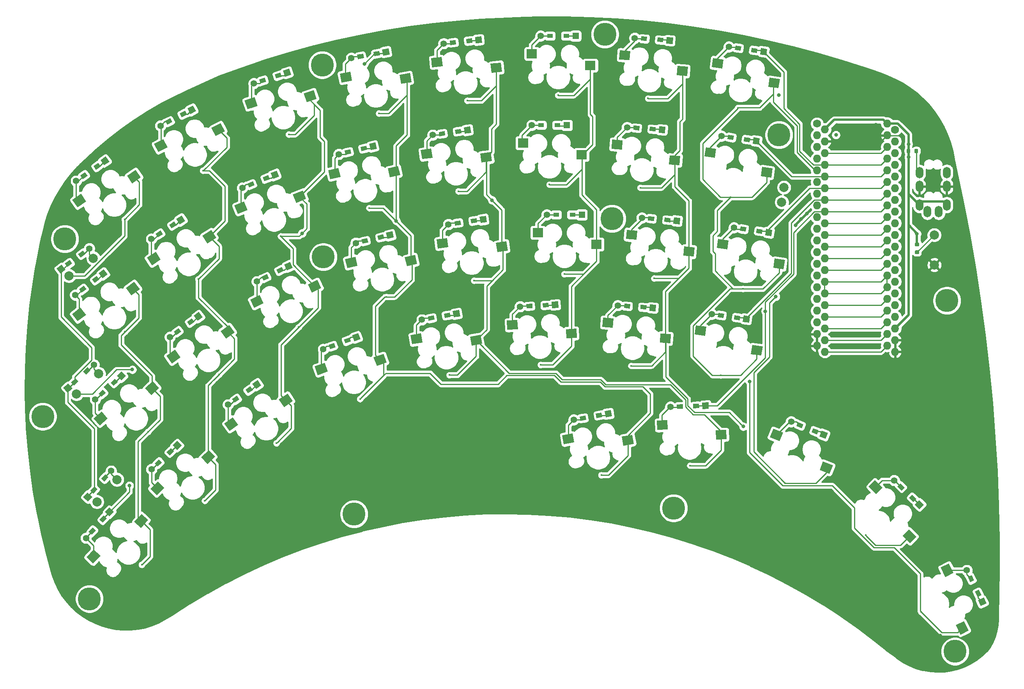
<source format=gtl>
G04 #@! TF.GenerationSoftware,KiCad,Pcbnew,(5.1.5)-3*
G04 #@! TF.CreationDate,2020-03-14T18:34:19+09:00*
G04 #@! TF.ProjectId,fan,66616e2e-6b69-4636-9164-5f7063625858,v1.0*
G04 #@! TF.SameCoordinates,Original*
G04 #@! TF.FileFunction,Copper,L1,Top*
G04 #@! TF.FilePolarity,Positive*
%FSLAX46Y46*%
G04 Gerber Fmt 4.6, Leading zero omitted, Abs format (unit mm)*
G04 Created by KiCad (PCBNEW (5.1.5)-3) date 2020-03-14 18:34:19*
%MOMM*%
%LPD*%
G04 APERTURE LIST*
%ADD10C,5.000000*%
%ADD11O,1.700000X2.500000*%
%ADD12C,0.100000*%
%ADD13C,1.397000*%
%ADD14C,0.400000*%
%ADD15R,1.397000X1.397000*%
%ADD16R,1.300000X0.950000*%
%ADD17R,2.300000X2.000000*%
%ADD18C,2.000000*%
%ADD19O,1.727200X1.727200*%
%ADD20C,1.727200*%
%ADD21C,0.800000*%
%ADD22C,0.250000*%
%ADD23C,0.500000*%
%ADD24C,0.254000*%
G04 APERTURE END LIST*
D10*
X174929000Y-37489000D03*
X152028329Y-118569541D03*
X15002000Y-98685000D03*
X75725692Y-22299696D03*
X137102649Y-15645937D03*
X19802000Y-60085000D03*
X82628327Y-119869542D03*
X25146651Y-138287934D03*
X138652649Y-55695934D03*
X75952649Y-63995933D03*
X213153649Y-149709608D03*
X211402000Y-73485000D03*
D11*
X207172000Y-54185000D03*
X205422000Y-45685000D03*
X209622000Y-54185000D03*
X211372000Y-52685000D03*
X211372000Y-48685000D03*
X209622000Y-54185000D03*
X205422000Y-52685000D03*
X211372000Y-52685000D03*
X211372000Y-45685000D03*
X205422000Y-45685000D03*
X211372000Y-45685000D03*
X207172000Y-54185000D03*
X205422000Y-48685000D03*
X211372000Y-48685000D03*
X205422000Y-52685000D03*
X205422000Y-48685000D03*
G04 #@! TA.AperFunction,ComponentPad*
D12*
G36*
X159643930Y-95606000D02*
G01*
X159692685Y-97002149D01*
X158296536Y-97050904D01*
X158247781Y-95654755D01*
X159643930Y-95606000D01*
G37*
G04 #@! TD.AperFunction*
D13*
X151354874Y-96594387D03*
G04 #@! TA.AperFunction,SMDPad,CuDef*
D12*
G36*
X157569499Y-95902078D02*
G01*
X157602653Y-96851499D01*
X156303445Y-96896868D01*
X156270291Y-95947447D01*
X157569499Y-95902078D01*
G37*
G04 #@! TD.AperFunction*
G04 #@! TA.AperFunction,SMDPad,CuDef*
G36*
X154021662Y-96025971D02*
G01*
X154054816Y-96975392D01*
X152755608Y-97020761D01*
X152722454Y-96071340D01*
X154021662Y-96025971D01*
G37*
G04 #@! TD.AperFunction*
G04 #@! TA.AperFunction,SMDPad,CuDef*
G36*
X163496744Y-101593687D02*
G01*
X163566543Y-103592468D01*
X161267944Y-103672737D01*
X161198145Y-101673956D01*
X163496744Y-101593687D01*
G37*
G04 #@! TD.AperFunction*
G04 #@! TA.AperFunction,SMDPad,CuDef*
G36*
X150715836Y-99498458D02*
G01*
X150785635Y-101497239D01*
X148487036Y-101577508D01*
X148417237Y-99578727D01*
X150715836Y-99498458D01*
G37*
G04 #@! TD.AperFunction*
D14*
X155612989Y-109331540D03*
G04 #@! TA.AperFunction,ComponentPad*
D12*
G36*
X220011995Y-139253605D02*
G01*
X218756380Y-139866010D01*
X218143975Y-138610395D01*
X219399590Y-137997990D01*
X220011995Y-139253605D01*
G37*
G04 #@! TD.AperFunction*
D13*
X215737597Y-132083189D03*
G04 #@! TA.AperFunction,SMDPad,CuDef*
D12*
G36*
X218897768Y-137478944D02*
G01*
X218043914Y-137895396D01*
X217474032Y-136726964D01*
X218327886Y-136310512D01*
X218897768Y-137478944D01*
G37*
G04 #@! TD.AperFunction*
G04 #@! TA.AperFunction,SMDPad,CuDef*
G36*
X217341551Y-134288225D02*
G01*
X216487697Y-134704677D01*
X215917815Y-133536245D01*
X216771669Y-133119793D01*
X217341551Y-134288225D01*
G37*
G04 #@! TD.AperFunction*
G04 #@! TA.AperFunction,SMDPad,CuDef*
G36*
X216109053Y-145208738D02*
G01*
X214311465Y-146085480D01*
X213303211Y-144018254D01*
X215100799Y-143141512D01*
X216109053Y-145208738D01*
G37*
G04 #@! TD.AperFunction*
G04 #@! TA.AperFunction,SMDPad,CuDef*
G36*
X212824676Y-132680591D02*
G01*
X211027088Y-133557333D01*
X210018834Y-131490107D01*
X211816422Y-130613365D01*
X212824676Y-132680591D01*
G37*
G04 #@! TD.AperFunction*
D14*
X205833560Y-141153837D03*
D15*
X130762648Y-15995937D03*
D13*
X123142648Y-15995937D03*
D16*
X128727648Y-15995937D03*
X125177648Y-15995937D03*
D17*
X133952648Y-22415937D03*
X121252648Y-19875937D03*
D14*
X126953648Y-28873937D03*
G04 #@! TA.AperFunction,ComponentPad*
D12*
G36*
X185537981Y-102259555D02*
G01*
X185014655Y-103554831D01*
X183719379Y-103031505D01*
X184242705Y-101736229D01*
X185537981Y-102259555D01*
G37*
G04 #@! TD.AperFunction*
D13*
X177563539Y-99791028D03*
G04 #@! TA.AperFunction,SMDPad,CuDef*
D12*
G36*
X183522469Y-101686288D02*
G01*
X183166592Y-102567113D01*
X181961253Y-102080124D01*
X182317130Y-101199299D01*
X183522469Y-101686288D01*
G37*
G04 #@! TD.AperFunction*
G04 #@! TA.AperFunction,SMDPad,CuDef*
G36*
X180230966Y-100356435D02*
G01*
X179875089Y-101237260D01*
X178669750Y-100750271D01*
X179025627Y-99869446D01*
X180230966Y-100356435D01*
G37*
G04 #@! TD.AperFunction*
G04 #@! TA.AperFunction,SMDPad,CuDef*
G36*
X186622290Y-109296660D02*
G01*
X185873077Y-111151027D01*
X183740554Y-110289432D01*
X184489767Y-108435065D01*
X186622290Y-109296660D01*
G37*
G04 #@! TD.AperFunction*
G04 #@! TA.AperFunction,SMDPad,CuDef*
G36*
X175798556Y-102184109D02*
G01*
X175049343Y-104038476D01*
X172916820Y-103176881D01*
X173666033Y-101322514D01*
X175798556Y-102184109D01*
G37*
G04 #@! TD.AperFunction*
D14*
X176272853Y-113158928D03*
D15*
X132097651Y-54847930D03*
D13*
X124477651Y-54847930D03*
D16*
X130062651Y-54847930D03*
X126512651Y-54847930D03*
D17*
X135287651Y-61267930D03*
X122587651Y-58727930D03*
D14*
X128288651Y-67725930D03*
D15*
X128862649Y-35395935D03*
D13*
X121242649Y-35395935D03*
D16*
X126827649Y-35395935D03*
X123277649Y-35395935D03*
D17*
X132052649Y-41815935D03*
X119352649Y-39275935D03*
D14*
X125053649Y-48273935D03*
G04 #@! TA.AperFunction,ComponentPad*
D12*
G36*
X153489272Y-55527280D02*
G01*
X153367516Y-56918964D01*
X151975832Y-56797208D01*
X152097588Y-55405524D01*
X153489272Y-55527280D01*
G37*
G04 #@! TD.AperFunction*
D13*
X145141549Y-55498117D03*
G04 #@! TA.AperFunction,SMDPad,CuDef*
D12*
G36*
X151394222Y-55568341D02*
G01*
X151311424Y-56514726D01*
X150016370Y-56401423D01*
X150099168Y-55455038D01*
X151394222Y-55568341D01*
G37*
G04 #@! TD.AperFunction*
G04 #@! TA.AperFunction,SMDPad,CuDef*
G36*
X147857731Y-55258938D02*
G01*
X147774933Y-56205323D01*
X146479879Y-56092020D01*
X146562677Y-55145635D01*
X147857731Y-55258938D01*
G37*
G04 #@! TD.AperFunction*
G04 #@! TA.AperFunction,SMDPad,CuDef*
G36*
X156583654Y-61939875D02*
G01*
X156409342Y-63932265D01*
X154118094Y-63731807D01*
X154292406Y-61739417D01*
X156583654Y-61939875D01*
G37*
G04 #@! TD.AperFunction*
G04 #@! TA.AperFunction,SMDPad,CuDef*
G36*
X144153357Y-58302662D02*
G01*
X143979045Y-60295052D01*
X141687797Y-60094594D01*
X141862109Y-58102204D01*
X144153357Y-58302662D01*
G37*
G04 #@! TD.AperFunction*
D14*
X147815655Y-68659263D03*
G04 #@! TA.AperFunction,ComponentPad*
D12*
G36*
X29447806Y-118438555D02*
G01*
X30485979Y-119373330D01*
X29551204Y-120411503D01*
X28513031Y-119476728D01*
X29447806Y-118438555D01*
G37*
G04 #@! TD.AperFunction*
D13*
X24400730Y-125087792D03*
G04 #@! TA.AperFunction,SMDPad,CuDef*
D12*
G36*
X28219765Y-120136447D02*
G01*
X28925753Y-120772121D01*
X28055883Y-121738209D01*
X27349895Y-121102535D01*
X28219765Y-120136447D01*
G37*
G04 #@! TD.AperFunction*
G04 #@! TA.AperFunction,SMDPad,CuDef*
G36*
X25844352Y-122774612D02*
G01*
X26550340Y-123410286D01*
X25680470Y-124376374D01*
X24974482Y-123740700D01*
X25844352Y-122774612D01*
G37*
G04 #@! TD.AperFunction*
G04 #@! TA.AperFunction,SMDPad,CuDef*
G36*
X36431377Y-119826468D02*
G01*
X37917667Y-121164729D01*
X36378667Y-122873962D01*
X34892377Y-121535701D01*
X36431377Y-119826468D01*
G37*
G04 #@! TD.AperFunction*
G04 #@! TA.AperFunction,SMDPad,CuDef*
G36*
X26045830Y-127564816D02*
G01*
X27532120Y-128903077D01*
X25993120Y-130612310D01*
X24506830Y-129274049D01*
X26045830Y-127564816D01*
G37*
G04 #@! TD.AperFunction*
D14*
X36521006Y-130872731D03*
G04 #@! TA.AperFunction,ComponentPad*
D12*
G36*
X206414939Y-117823287D02*
G01*
X205444501Y-118828205D01*
X204439583Y-117857767D01*
X205410021Y-116852849D01*
X206414939Y-117823287D01*
G37*
G04 #@! TD.AperFunction*
D13*
X199945892Y-112547230D03*
G04 #@! TA.AperFunction,SMDPad,CuDef*
D12*
G36*
X204760938Y-116536739D02*
G01*
X204101012Y-117220111D01*
X203165870Y-116317055D01*
X203825796Y-115633683D01*
X204760938Y-116536739D01*
G37*
G04 #@! TD.AperFunction*
G04 #@! TA.AperFunction,SMDPad,CuDef*
G36*
X202207282Y-114070702D02*
G01*
X201547356Y-114754074D01*
X200612214Y-113851018D01*
X201272140Y-113167646D01*
X202207282Y-114070702D01*
G37*
G04 #@! TD.AperFunction*
G04 #@! TA.AperFunction,SMDPad,CuDef*
G36*
X204784147Y-124754166D02*
G01*
X203394830Y-126192846D01*
X201740349Y-124595132D01*
X203129666Y-123156452D01*
X204784147Y-124754166D01*
G37*
G04 #@! TD.AperFunction*
G04 #@! TA.AperFunction,SMDPad,CuDef*
G36*
X197412964Y-114104882D02*
G01*
X196023647Y-115543562D01*
X194369166Y-113945848D01*
X195758483Y-112507168D01*
X197412964Y-114104882D01*
G37*
G04 #@! TD.AperFunction*
D14*
X193741485Y-124458231D03*
G04 #@! TA.AperFunction,ComponentPad*
D12*
G36*
X151926699Y-16335556D02*
G01*
X151829250Y-17729153D01*
X150435653Y-17631704D01*
X150533102Y-16238107D01*
X151926699Y-16335556D01*
G37*
G04 #@! TD.AperFunction*
D13*
X143579738Y-16452085D03*
G04 #@! TA.AperFunction,SMDPad,CuDef*
D12*
G36*
X149832684Y-16413174D02*
G01*
X149766415Y-17360860D01*
X148469582Y-17270176D01*
X148535851Y-16322490D01*
X149832684Y-16413174D01*
G37*
G04 #@! TD.AperFunction*
G04 #@! TA.AperFunction,SMDPad,CuDef*
G36*
X146291332Y-16165539D02*
G01*
X146225063Y-17113225D01*
X144928230Y-17022541D01*
X144994499Y-16074855D01*
X146291332Y-16165539D01*
G37*
G04 #@! TD.AperFunction*
G04 #@! TA.AperFunction,SMDPad,CuDef*
G36*
X155132524Y-22693170D02*
G01*
X154993011Y-24688298D01*
X152698614Y-24527858D01*
X152838127Y-22532730D01*
X155132524Y-22693170D01*
G37*
G04 #@! TD.AperFunction*
G04 #@! TA.AperFunction,SMDPad,CuDef*
G36*
X142640642Y-19273450D02*
G01*
X142501129Y-21268578D01*
X140206732Y-21108138D01*
X140346245Y-19113010D01*
X142640642Y-19273450D01*
G37*
G04 #@! TD.AperFunction*
D14*
X146483131Y-29564557D03*
G04 #@! TA.AperFunction,ComponentPad*
D12*
G36*
X173467043Y-58119282D02*
G01*
X173272618Y-59502687D01*
X171889213Y-59308262D01*
X172083638Y-57924857D01*
X173467043Y-58119282D01*
G37*
G04 #@! TD.AperFunction*
D13*
X165132286Y-57653273D03*
G04 #@! TA.AperFunction,SMDPad,CuDef*
D12*
G36*
X171372714Y-58050640D02*
G01*
X171240500Y-58991395D01*
X169953152Y-58810470D01*
X170085366Y-57869715D01*
X171372714Y-58050640D01*
G37*
G04 #@! TD.AperFunction*
G04 #@! TA.AperFunction,SMDPad,CuDef*
G36*
X167857262Y-57556575D02*
G01*
X167725048Y-58497330D01*
X166437700Y-58316405D01*
X166569914Y-57375650D01*
X167857262Y-57556575D01*
G37*
G04 #@! TD.AperFunction*
G04 #@! TA.AperFunction,SMDPad,CuDef*
G36*
X176221573Y-64685036D02*
G01*
X175943227Y-66665572D01*
X173665611Y-66345474D01*
X173943957Y-64364938D01*
X176221573Y-64685036D01*
G37*
G04 #@! TD.AperFunction*
G04 #@! TA.AperFunction,SMDPad,CuDef*
G36*
X163998668Y-60402257D02*
G01*
X163720322Y-62382793D01*
X161442706Y-62062695D01*
X161721052Y-60082159D01*
X163998668Y-60402257D01*
G37*
G04 #@! TD.AperFunction*
D14*
X167113926Y-70936334D03*
G04 #@! TA.AperFunction,ComponentPad*
D12*
G36*
X168627043Y-76900285D02*
G01*
X168432618Y-78283690D01*
X167049213Y-78089265D01*
X167243638Y-76705860D01*
X168627043Y-76900285D01*
G37*
G04 #@! TD.AperFunction*
D13*
X160292286Y-76434276D03*
G04 #@! TA.AperFunction,SMDPad,CuDef*
D12*
G36*
X166532714Y-76831643D02*
G01*
X166400500Y-77772398D01*
X165113152Y-77591473D01*
X165245366Y-76650718D01*
X166532714Y-76831643D01*
G37*
G04 #@! TD.AperFunction*
G04 #@! TA.AperFunction,SMDPad,CuDef*
G36*
X163017262Y-76337578D02*
G01*
X162885048Y-77278333D01*
X161597700Y-77097408D01*
X161729914Y-76156653D01*
X163017262Y-76337578D01*
G37*
G04 #@! TD.AperFunction*
G04 #@! TA.AperFunction,SMDPad,CuDef*
G36*
X171381573Y-83466039D02*
G01*
X171103227Y-85446575D01*
X168825611Y-85126477D01*
X169103957Y-83145941D01*
X171381573Y-83466039D01*
G37*
G04 #@! TD.AperFunction*
G04 #@! TA.AperFunction,SMDPad,CuDef*
G36*
X159158668Y-79183260D02*
G01*
X158880322Y-81163796D01*
X156602706Y-80843698D01*
X156881052Y-78863162D01*
X159158668Y-79183260D01*
G37*
G04 #@! TD.AperFunction*
D14*
X162273926Y-89717337D03*
G04 #@! TA.AperFunction,ComponentPad*
D12*
G36*
X170767042Y-38219281D02*
G01*
X170572617Y-39602686D01*
X169189212Y-39408261D01*
X169383637Y-38024856D01*
X170767042Y-38219281D01*
G37*
G04 #@! TD.AperFunction*
D13*
X162432285Y-37753272D03*
G04 #@! TA.AperFunction,SMDPad,CuDef*
D12*
G36*
X168672713Y-38150639D02*
G01*
X168540499Y-39091394D01*
X167253151Y-38910469D01*
X167385365Y-37969714D01*
X168672713Y-38150639D01*
G37*
G04 #@! TD.AperFunction*
G04 #@! TA.AperFunction,SMDPad,CuDef*
G36*
X165157261Y-37656574D02*
G01*
X165025047Y-38597329D01*
X163737699Y-38416404D01*
X163869913Y-37475649D01*
X165157261Y-37656574D01*
G37*
G04 #@! TD.AperFunction*
G04 #@! TA.AperFunction,SMDPad,CuDef*
G36*
X173521572Y-44785035D02*
G01*
X173243226Y-46765571D01*
X170965610Y-46445473D01*
X171243956Y-44464937D01*
X173521572Y-44785035D01*
G37*
G04 #@! TD.AperFunction*
G04 #@! TA.AperFunction,SMDPad,CuDef*
G36*
X161298667Y-40502256D02*
G01*
X161020321Y-42482792D01*
X158742705Y-42162694D01*
X159021051Y-40182158D01*
X161298667Y-40502256D01*
G37*
G04 #@! TD.AperFunction*
D14*
X164413925Y-51036333D03*
G04 #@! TA.AperFunction,ComponentPad*
D12*
G36*
X68543485Y-23078911D02*
G01*
X68975181Y-24407537D01*
X67646555Y-24839233D01*
X67214859Y-23510607D01*
X68543485Y-23078911D01*
G37*
G04 #@! TD.AperFunction*
D13*
X60847970Y-26313781D03*
G04 #@! TA.AperFunction,SMDPad,CuDef*
D12*
G36*
X66631024Y-23935308D02*
G01*
X66924590Y-24838812D01*
X65688216Y-25240534D01*
X65394650Y-24337030D01*
X66631024Y-23935308D01*
G37*
G04 #@! TD.AperFunction*
G04 #@! TA.AperFunction,SMDPad,CuDef*
G36*
X63254774Y-25032319D02*
G01*
X63548340Y-25935823D01*
X62311966Y-26337545D01*
X62018400Y-25434041D01*
X63254774Y-25032319D01*
G37*
G04 #@! TD.AperFunction*
G04 #@! TA.AperFunction,SMDPad,CuDef*
G36*
X73897478Y-27772664D02*
G01*
X74515512Y-29674777D01*
X72328082Y-30385516D01*
X71710048Y-28483403D01*
X73897478Y-27772664D01*
G37*
G04 #@! TD.AperFunction*
G04 #@! TA.AperFunction,SMDPad,CuDef*
G36*
X61034157Y-29281497D02*
G01*
X61652191Y-31183610D01*
X59464761Y-31894349D01*
X58846727Y-29992236D01*
X61034157Y-29281497D01*
G37*
G04 #@! TD.AperFunction*
D14*
X68451967Y-37383823D03*
G04 #@! TA.AperFunction,ComponentPad*
D12*
G36*
X44237532Y-103964809D02*
G01*
X45190283Y-104986510D01*
X44168582Y-105939261D01*
X43215831Y-104917560D01*
X44237532Y-103964809D01*
G37*
G04 #@! TD.AperFunction*
D13*
X38630142Y-110148862D03*
G04 #@! TA.AperFunction,SMDPad,CuDef*
D12*
G36*
X42866184Y-105549210D02*
G01*
X43514082Y-106243996D01*
X42563322Y-107130594D01*
X41915424Y-106435808D01*
X42866184Y-105549210D01*
G37*
G04 #@! TD.AperFunction*
G04 #@! TA.AperFunction,SMDPad,CuDef*
G36*
X40269878Y-107970304D02*
G01*
X40917776Y-108665090D01*
X39967016Y-109551688D01*
X39319118Y-108856902D01*
X40269878Y-107970304D01*
G37*
G04 #@! TD.AperFunction*
G04 #@! TA.AperFunction,SMDPad,CuDef*
G36*
X51073563Y-105956099D02*
G01*
X52437560Y-107418807D01*
X50755447Y-108987403D01*
X49391450Y-107524695D01*
X51073563Y-105956099D01*
G37*
G04 #@! TD.AperFunction*
G04 #@! TA.AperFunction,SMDPad,CuDef*
G36*
X40053095Y-112759840D02*
G01*
X41417092Y-114222548D01*
X39734979Y-115791144D01*
X38370982Y-114328436D01*
X40053095Y-112759840D01*
G37*
G04 #@! TD.AperFunction*
D14*
X50200106Y-116968140D03*
G04 #@! TA.AperFunction,ComponentPad*
D12*
G36*
X61676964Y-90753418D02*
G01*
X62478250Y-91897774D01*
X61333894Y-92699060D01*
X60532608Y-91554704D01*
X61676964Y-90753418D01*
G37*
G04 #@! TD.AperFunction*
D13*
X55263491Y-96096892D03*
G04 #@! TA.AperFunction,SMDPad,CuDef*
D12*
G36*
X60098455Y-92131545D02*
G01*
X60643353Y-92909740D01*
X59578455Y-93655389D01*
X59033557Y-92877194D01*
X60098455Y-92131545D01*
G37*
G04 #@! TD.AperFunction*
G04 #@! TA.AperFunction,SMDPad,CuDef*
G36*
X57190465Y-94167742D02*
G01*
X57735363Y-94945937D01*
X56670465Y-95691586D01*
X56125567Y-94913391D01*
X57190465Y-94167742D01*
G37*
G04 #@! TD.AperFunction*
G04 #@! TA.AperFunction,SMDPad,CuDef*
G36*
X68169333Y-93676722D02*
G01*
X69316486Y-95315026D01*
X67432437Y-96634252D01*
X66285284Y-94995948D01*
X68169333Y-93676722D01*
G37*
G04 #@! TD.AperFunction*
G04 #@! TA.AperFunction,SMDPad,CuDef*
G36*
X56309218Y-98880496D02*
G01*
X57456371Y-100518800D01*
X55572322Y-101838026D01*
X54425169Y-100199722D01*
X56309218Y-98880496D01*
G37*
G04 #@! TD.AperFunction*
D14*
X65771797Y-104460032D03*
G04 #@! TA.AperFunction,ComponentPad*
D12*
G36*
X111270502Y-55075361D02*
G01*
X111464927Y-56458766D01*
X110081522Y-56653191D01*
X109887097Y-55269786D01*
X111270502Y-55075361D01*
G37*
G04 #@! TD.AperFunction*
D13*
X103130170Y-56924775D03*
G04 #@! TA.AperFunction,SMDPad,CuDef*
D12*
G36*
X109238384Y-55586653D02*
G01*
X109370598Y-56527408D01*
X108083250Y-56708333D01*
X107951036Y-55767578D01*
X109238384Y-55586653D01*
G37*
G04 #@! TD.AperFunction*
G04 #@! TA.AperFunction,SMDPad,CuDef*
G36*
X105722932Y-56080718D02*
G01*
X105855146Y-57021473D01*
X104567798Y-57202398D01*
X104435584Y-56261643D01*
X105722932Y-56080718D01*
G37*
G04 #@! TD.AperFunction*
G04 #@! TA.AperFunction,SMDPad,CuDef*
G36*
X115728094Y-60627518D02*
G01*
X116006440Y-62608054D01*
X113728824Y-62928152D01*
X113450478Y-60947616D01*
X115728094Y-60627518D01*
G37*
G04 #@! TD.AperFunction*
G04 #@! TA.AperFunction,SMDPad,CuDef*
G36*
X102798190Y-59879735D02*
G01*
X103076536Y-61860271D01*
X100798920Y-62180369D01*
X100520574Y-60199833D01*
X102798190Y-59879735D01*
G37*
G04 #@! TD.AperFunction*
D14*
X108696353Y-69147058D03*
G04 #@! TA.AperFunction,ComponentPad*
D12*
G36*
X68689319Y-65077588D02*
G01*
X69301724Y-66333203D01*
X68046109Y-66945608D01*
X67433704Y-65689993D01*
X68689319Y-65077588D01*
G37*
G04 #@! TD.AperFunction*
D13*
X61518903Y-69351986D03*
G04 #@! TA.AperFunction,SMDPad,CuDef*
D12*
G36*
X66914658Y-66191815D02*
G01*
X67331110Y-67045669D01*
X66162678Y-67615551D01*
X65746226Y-66761697D01*
X66914658Y-66191815D01*
G37*
G04 #@! TD.AperFunction*
G04 #@! TA.AperFunction,SMDPad,CuDef*
G36*
X63723939Y-67748032D02*
G01*
X64140391Y-68601886D01*
X62971959Y-69171768D01*
X62555507Y-68317914D01*
X63723939Y-67748032D01*
G37*
G04 #@! TD.AperFunction*
G04 #@! TA.AperFunction,SMDPad,CuDef*
G36*
X74644452Y-68980530D02*
G01*
X75521194Y-70778118D01*
X73453968Y-71786372D01*
X72577226Y-69988784D01*
X74644452Y-68980530D01*
G37*
G04 #@! TD.AperFunction*
G04 #@! TA.AperFunction,SMDPad,CuDef*
G36*
X62116305Y-72264907D02*
G01*
X62993047Y-74062495D01*
X60925821Y-75070749D01*
X60049079Y-73273161D01*
X62116305Y-72264907D01*
G37*
G04 #@! TD.AperFunction*
D14*
X70589551Y-79256023D03*
G04 #@! TA.AperFunction,ComponentPad*
D12*
G36*
X47666725Y-31107695D02*
G01*
X48300949Y-32352431D01*
X47056213Y-32986655D01*
X46421989Y-31741919D01*
X47666725Y-31107695D01*
G37*
G04 #@! TD.AperFunction*
D13*
X40572000Y-35506583D03*
G04 #@! TA.AperFunction,SMDPad,CuDef*
D12*
G36*
X45911780Y-32252724D02*
G01*
X46343071Y-33099180D01*
X45184762Y-33689368D01*
X44753471Y-32842912D01*
X45911780Y-32252724D01*
G37*
G04 #@! TD.AperFunction*
G04 #@! TA.AperFunction,SMDPad,CuDef*
G36*
X42748707Y-33864390D02*
G01*
X43179998Y-34710846D01*
X42021689Y-35301034D01*
X41590398Y-34454578D01*
X42748707Y-33864390D01*
G37*
G04 #@! TD.AperFunction*
G04 #@! TA.AperFunction,SMDPad,CuDef*
G36*
X53689066Y-34906112D02*
G01*
X54597047Y-36688125D01*
X52547732Y-37732304D01*
X51639751Y-35950291D01*
X53689066Y-34906112D01*
G37*
G04 #@! TD.AperFunction*
G04 #@! TA.AperFunction,SMDPad,CuDef*
G36*
X41220147Y-38408634D02*
G01*
X42128128Y-40190647D01*
X40078813Y-41234826D01*
X39170832Y-39452813D01*
X41220147Y-38408634D01*
G37*
G04 #@! TD.AperFunction*
D14*
X49814115Y-45250807D03*
G04 #@! TA.AperFunction,ComponentPad*
D12*
G36*
X90947908Y-58430818D02*
G01*
X91262165Y-59792013D01*
X89900970Y-60106270D01*
X89586713Y-58745075D01*
X90947908Y-58430818D01*
G37*
G04 #@! TD.AperFunction*
D13*
X82999740Y-60982671D03*
G04 #@! TA.AperFunction,SMDPad,CuDef*
D12*
G36*
X88968085Y-59117275D02*
G01*
X89181788Y-60042927D01*
X87915107Y-60335363D01*
X87701404Y-59409711D01*
X88968085Y-59117275D01*
G37*
G04 #@! TD.AperFunction*
G04 #@! TA.AperFunction,SMDPad,CuDef*
G36*
X85509072Y-59915852D02*
G01*
X85722775Y-60841504D01*
X84456094Y-61133940D01*
X84242391Y-60208288D01*
X85509072Y-59915852D01*
G37*
G04 #@! TD.AperFunction*
G04 #@! TA.AperFunction,SMDPad,CuDef*
G36*
X95872441Y-63573342D02*
G01*
X96322343Y-65522082D01*
X94081291Y-66039470D01*
X93631389Y-64090730D01*
X95872441Y-63573342D01*
G37*
G04 #@! TD.AperFunction*
G04 #@! TA.AperFunction,SMDPad,CuDef*
G36*
X82926565Y-63955320D02*
G01*
X83376467Y-65904060D01*
X81135415Y-66421448D01*
X80685513Y-64472708D01*
X82926565Y-63955320D01*
G37*
G04 #@! TD.AperFunction*
D14*
X89609984Y-72673320D03*
G04 #@! TA.AperFunction,ComponentPad*
D12*
G36*
X45204614Y-54987582D02*
G01*
X45965475Y-56159205D01*
X44793852Y-56920066D01*
X44032991Y-55748443D01*
X45204614Y-54987582D01*
G37*
G04 #@! TD.AperFunction*
D13*
X38608563Y-60103974D03*
G04 #@! TA.AperFunction,SMDPad,CuDef*
D12*
G36*
X43578970Y-56309781D02*
G01*
X44096377Y-57106518D01*
X43006106Y-57814549D01*
X42488699Y-57017812D01*
X43578970Y-56309781D01*
G37*
G04 #@! TD.AperFunction*
G04 #@! TA.AperFunction,SMDPad,CuDef*
G36*
X40601689Y-58243249D02*
G01*
X41119096Y-59039986D01*
X40028825Y-59748017D01*
X39511418Y-58951280D01*
X40601689Y-58243249D01*
G37*
G04 #@! TD.AperFunction*
G04 #@! TA.AperFunction,SMDPad,CuDef*
G36*
X51591006Y-58135686D02*
G01*
X52680284Y-59813027D01*
X50751342Y-61065696D01*
X49662064Y-59388355D01*
X51591006Y-58135686D01*
G37*
G04 #@! TD.AperFunction*
G04 #@! TA.AperFunction,SMDPad,CuDef*
G36*
X39556507Y-62922378D02*
G01*
X40645785Y-64599719D01*
X38716843Y-65852388D01*
X37627565Y-64175047D01*
X39556507Y-62922378D01*
G37*
G04 #@! TD.AperFunction*
D14*
X48818598Y-68828754D03*
G04 #@! TA.AperFunction,ComponentPad*
D12*
G36*
X32126555Y-88888769D02*
G01*
X33061330Y-89926942D01*
X32023157Y-90861717D01*
X31088382Y-89823544D01*
X32126555Y-88888769D01*
G37*
G04 #@! TD.AperFunction*
D13*
X26412093Y-94974018D03*
G04 #@! TA.AperFunction,SMDPad,CuDef*
D12*
G36*
X30727764Y-90448995D02*
G01*
X31363438Y-91154983D01*
X30397350Y-92024853D01*
X29761676Y-91318865D01*
X30727764Y-90448995D01*
G37*
G04 #@! TD.AperFunction*
G04 #@! TA.AperFunction,SMDPad,CuDef*
G36*
X28089599Y-92824408D02*
G01*
X28725273Y-93530396D01*
X27759185Y-94400266D01*
X27123511Y-93694278D01*
X28089599Y-92824408D01*
G37*
G04 #@! TD.AperFunction*
G04 #@! TA.AperFunction,SMDPad,CuDef*
G36*
X38926793Y-90999061D02*
G01*
X40265054Y-92485351D01*
X38555821Y-94024351D01*
X37217560Y-92538061D01*
X38926793Y-90999061D01*
G37*
G04 #@! TD.AperFunction*
G04 #@! TA.AperFunction,SMDPad,CuDef*
G36*
X27789262Y-97609432D02*
G01*
X29127523Y-99095722D01*
X27418290Y-100634722D01*
X26080029Y-99148432D01*
X27789262Y-97609432D01*
G37*
G04 #@! TD.AperFunction*
D14*
X37861282Y-101994181D03*
G04 #@! TA.AperFunction,ComponentPad*
D12*
G36*
X107867502Y-35664357D02*
G01*
X108061927Y-37047762D01*
X106678522Y-37242187D01*
X106484097Y-35858782D01*
X107867502Y-35664357D01*
G37*
G04 #@! TD.AperFunction*
D13*
X99727170Y-37513771D03*
G04 #@! TA.AperFunction,SMDPad,CuDef*
D12*
G36*
X105835384Y-36175649D02*
G01*
X105967598Y-37116404D01*
X104680250Y-37297329D01*
X104548036Y-36356574D01*
X105835384Y-36175649D01*
G37*
G04 #@! TD.AperFunction*
G04 #@! TA.AperFunction,SMDPad,CuDef*
G36*
X102319932Y-36669714D02*
G01*
X102452146Y-37610469D01*
X101164798Y-37791394D01*
X101032584Y-36850639D01*
X102319932Y-36669714D01*
G37*
G04 #@! TD.AperFunction*
G04 #@! TA.AperFunction,SMDPad,CuDef*
G36*
X112325094Y-41216514D02*
G01*
X112603440Y-43197050D01*
X110325824Y-43517148D01*
X110047478Y-41536612D01*
X112325094Y-41216514D01*
G37*
G04 #@! TD.AperFunction*
G04 #@! TA.AperFunction,SMDPad,CuDef*
G36*
X99395190Y-40468731D02*
G01*
X99673536Y-42449267D01*
X97395920Y-42769365D01*
X97117574Y-40788829D01*
X99395190Y-40468731D01*
G37*
G04 #@! TD.AperFunction*
D14*
X105293353Y-49736054D03*
G04 #@! TA.AperFunction,ComponentPad*
D12*
G36*
X65808733Y-45245730D02*
G01*
X66332059Y-46541006D01*
X65036783Y-47064332D01*
X64513457Y-45769056D01*
X65808733Y-45245730D01*
G37*
G04 #@! TD.AperFunction*
D13*
X58357617Y-49009533D03*
G04 #@! TA.AperFunction,SMDPad,CuDef*
D12*
G36*
X63960670Y-46233449D02*
G01*
X64316547Y-47114274D01*
X63111208Y-47601263D01*
X62755331Y-46720438D01*
X63960670Y-46233449D01*
G37*
G04 #@! TD.AperFunction*
G04 #@! TA.AperFunction,SMDPad,CuDef*
G36*
X60669167Y-47563302D02*
G01*
X61025044Y-48444127D01*
X59819705Y-48931116D01*
X59463828Y-48050291D01*
X60669167Y-47563302D01*
G37*
G04 #@! TD.AperFunction*
G04 #@! TA.AperFunction,SMDPad,CuDef*
G36*
X71477104Y-49554576D02*
G01*
X72226317Y-51408943D01*
X70093794Y-52270538D01*
X69344581Y-50416171D01*
X71477104Y-49554576D01*
G37*
G04 #@! TD.AperFunction*
G04 #@! TA.AperFunction,SMDPad,CuDef*
G36*
X58750368Y-51957032D02*
G01*
X59499581Y-53811399D01*
X57367058Y-54672994D01*
X56617845Y-52818627D01*
X58750368Y-51957032D01*
G37*
G04 #@! TD.AperFunction*
D14*
X66715299Y-59522181D03*
G04 #@! TA.AperFunction,ComponentPad*
D12*
G36*
X28289593Y-66702084D02*
G01*
X29130329Y-67817778D01*
X28014635Y-68658514D01*
X27173899Y-67542820D01*
X28289593Y-66702084D01*
G37*
G04 #@! TD.AperFunction*
D13*
X22066511Y-72266130D03*
G04 #@! TA.AperFunction,SMDPad,CuDef*
D12*
G36*
X26760142Y-68134461D02*
G01*
X27331866Y-68893165D01*
X26293640Y-69675525D01*
X25721916Y-68916821D01*
X26760142Y-68134461D01*
G37*
G04 #@! TD.AperFunction*
G04 #@! TA.AperFunction,SMDPad,CuDef*
G36*
X23924986Y-70270904D02*
G01*
X24496710Y-71029608D01*
X23458484Y-71811968D01*
X22886760Y-71053264D01*
X23924986Y-70270904D01*
G37*
G04 #@! TD.AperFunction*
G04 #@! TA.AperFunction,SMDPad,CuDef*
G36*
X34880030Y-69397026D02*
G01*
X36083660Y-70994297D01*
X34246798Y-72378472D01*
X33043168Y-70781201D01*
X34880030Y-69397026D01*
G37*
G04 #@! TD.AperFunction*
G04 #@! TA.AperFunction,SMDPad,CuDef*
G36*
X23208749Y-75011543D02*
G01*
X24412379Y-76608814D01*
X22575517Y-77992989D01*
X21371887Y-76395718D01*
X23208749Y-75011543D01*
G37*
G04 #@! TD.AperFunction*
D14*
X32860285Y-80257441D03*
G04 #@! TA.AperFunction,ComponentPad*
D12*
G36*
X83523555Y-80561422D02*
G01*
X84001357Y-81874172D01*
X82688607Y-82351974D01*
X82210805Y-81039224D01*
X83523555Y-80561422D01*
G37*
G04 #@! TD.AperFunction*
D13*
X75945623Y-84062891D03*
G04 #@! TA.AperFunction,SMDPad,CuDef*
D12*
G36*
X81642147Y-81484042D02*
G01*
X81967066Y-82376750D01*
X80745465Y-82821376D01*
X80420546Y-81928668D01*
X81642147Y-81484042D01*
G37*
G04 #@! TD.AperFunction*
G04 #@! TA.AperFunction,SMDPad,CuDef*
G36*
X78306238Y-82698213D02*
G01*
X78631157Y-83590921D01*
X77409556Y-84035547D01*
X77084637Y-83142839D01*
X78306238Y-82698213D01*
G37*
G04 #@! TD.AperFunction*
G04 #@! TA.AperFunction,SMDPad,CuDef*
G36*
X89038095Y-85065464D02*
G01*
X89722136Y-86944849D01*
X87560843Y-87731496D01*
X86876802Y-85852111D01*
X89038095Y-85065464D01*
G37*
G04 #@! TD.AperFunction*
G04 #@! TA.AperFunction,SMDPad,CuDef*
G36*
X76235268Y-87022301D02*
G01*
X76919309Y-88901686D01*
X74758016Y-89688333D01*
X74073975Y-87808948D01*
X76235268Y-87022301D01*
G37*
G04 #@! TD.AperFunction*
D14*
X83931327Y-94860814D03*
G04 #@! TA.AperFunction,ComponentPad*
D12*
G36*
X90108527Y-18661886D02*
G01*
X90351113Y-20037662D01*
X88975337Y-20280248D01*
X88732751Y-18904472D01*
X90108527Y-18661886D01*
G37*
G04 #@! TD.AperFunction*
D13*
X82037697Y-20794266D03*
G04 #@! TA.AperFunction,SMDPad,CuDef*
D12*
G36*
X88095490Y-19243786D02*
G01*
X88260456Y-20179353D01*
X86980206Y-20405096D01*
X86815240Y-19469529D01*
X88095490Y-19243786D01*
G37*
G04 #@! TD.AperFunction*
G04 #@! TA.AperFunction,SMDPad,CuDef*
G36*
X84599423Y-19860237D02*
G01*
X84764389Y-20795804D01*
X83484139Y-21021547D01*
X83319173Y-20085980D01*
X84599423Y-19860237D01*
G37*
G04 #@! TD.AperFunction*
G04 #@! TA.AperFunction,SMDPad,CuDef*
G36*
X94757171Y-24055092D02*
G01*
X95104467Y-26024707D01*
X92839409Y-26424098D01*
X92492113Y-24454483D01*
X94757171Y-24055092D01*
G37*
G04 #@! TD.AperFunction*
G04 #@! TA.AperFunction,SMDPad,CuDef*
G36*
X81809046Y-23759012D02*
G01*
X82156342Y-25728627D01*
X79891284Y-26128018D01*
X79543988Y-24158403D01*
X81809046Y-23759012D01*
G37*
G04 #@! TD.AperFunction*
D14*
X88027040Y-32814847D03*
G04 #@! TA.AperFunction,ComponentPad*
D12*
G36*
X28682965Y-42165421D02*
G01*
X29484251Y-43309777D01*
X28339895Y-44111063D01*
X27538609Y-42966707D01*
X28682965Y-42165421D01*
G37*
G04 #@! TD.AperFunction*
D13*
X22269492Y-47508895D03*
G04 #@! TA.AperFunction,SMDPad,CuDef*
D12*
G36*
X27104456Y-43543548D02*
G01*
X27649354Y-44321743D01*
X26584456Y-45067392D01*
X26039558Y-44289197D01*
X27104456Y-43543548D01*
G37*
G04 #@! TD.AperFunction*
G04 #@! TA.AperFunction,SMDPad,CuDef*
G36*
X24196466Y-45579745D02*
G01*
X24741364Y-46357940D01*
X23676466Y-47103589D01*
X23131568Y-46325394D01*
X24196466Y-45579745D01*
G37*
G04 #@! TD.AperFunction*
G04 #@! TA.AperFunction,SMDPad,CuDef*
G36*
X35175334Y-45088725D02*
G01*
X36322487Y-46727029D01*
X34438438Y-48046255D01*
X33291285Y-46407951D01*
X35175334Y-45088725D01*
G37*
G04 #@! TD.AperFunction*
G04 #@! TA.AperFunction,SMDPad,CuDef*
G36*
X23315219Y-50292499D02*
G01*
X24462372Y-51930803D01*
X22578323Y-53250029D01*
X21431170Y-51611725D01*
X23315219Y-50292499D01*
G37*
G04 #@! TD.AperFunction*
D14*
X32777798Y-55872035D03*
G04 #@! TA.AperFunction,ComponentPad*
D12*
G36*
X87263907Y-39131814D02*
G01*
X87578164Y-40493009D01*
X86216969Y-40807266D01*
X85902712Y-39446071D01*
X87263907Y-39131814D01*
G37*
G04 #@! TD.AperFunction*
D13*
X79315739Y-41683667D03*
G04 #@! TA.AperFunction,SMDPad,CuDef*
D12*
G36*
X85284084Y-39818271D02*
G01*
X85497787Y-40743923D01*
X84231106Y-41036359D01*
X84017403Y-40110707D01*
X85284084Y-39818271D01*
G37*
G04 #@! TD.AperFunction*
G04 #@! TA.AperFunction,SMDPad,CuDef*
G36*
X81825071Y-40616848D02*
G01*
X82038774Y-41542500D01*
X80772093Y-41834936D01*
X80558390Y-40909284D01*
X81825071Y-40616848D01*
G37*
G04 #@! TD.AperFunction*
G04 #@! TA.AperFunction,SMDPad,CuDef*
G36*
X92188440Y-44274338D02*
G01*
X92638342Y-46223078D01*
X90397290Y-46740466D01*
X89947388Y-44791726D01*
X92188440Y-44274338D01*
G37*
G04 #@! TD.AperFunction*
G04 #@! TA.AperFunction,SMDPad,CuDef*
G36*
X79242564Y-44656316D02*
G01*
X79692466Y-46605056D01*
X77451414Y-47122444D01*
X77001512Y-45173704D01*
X79242564Y-44656316D01*
G37*
G04 #@! TD.AperFunction*
D14*
X85925983Y-53374316D03*
G04 #@! TA.AperFunction,ComponentPad*
D12*
G36*
X110291679Y-16079300D02*
G01*
X110437706Y-17468647D01*
X109048359Y-17614674D01*
X108902332Y-16225327D01*
X110291679Y-16079300D01*
G37*
G04 #@! TD.AperFunction*
D13*
X102091762Y-17643494D03*
G04 #@! TA.AperFunction,SMDPad,CuDef*
D12*
G36*
X108242955Y-16519362D02*
G01*
X108342257Y-17464157D01*
X107049379Y-17600044D01*
X106950077Y-16655249D01*
X108242955Y-16519362D01*
G37*
G04 #@! TD.AperFunction*
G04 #@! TA.AperFunction,SMDPad,CuDef*
G36*
X104712402Y-16890438D02*
G01*
X104811704Y-17835233D01*
X103518826Y-17971120D01*
X103419524Y-17026325D01*
X104712402Y-16890438D01*
G37*
G04 #@! TD.AperFunction*
G04 #@! TA.AperFunction,SMDPad,CuDef*
G36*
X114552789Y-21783642D02*
G01*
X114761846Y-23772686D01*
X112474445Y-24013102D01*
X112265388Y-22024058D01*
X114552789Y-21783642D01*
G37*
G04 #@! TD.AperFunction*
G04 #@! TA.AperFunction,SMDPad,CuDef*
G36*
X101656858Y-20585068D02*
G01*
X101865915Y-22574112D01*
X99578514Y-22814528D01*
X99369457Y-20825484D01*
X101656858Y-20585068D01*
G37*
G04 #@! TD.AperFunction*
D14*
X107228003Y-30052589D03*
G04 #@! TA.AperFunction,ComponentPad*
D12*
G36*
X105441527Y-75522887D02*
G01*
X105684113Y-76898663D01*
X104308337Y-77141249D01*
X104065751Y-75765473D01*
X105441527Y-75522887D01*
G37*
G04 #@! TD.AperFunction*
D13*
X97370697Y-77655267D03*
G04 #@! TA.AperFunction,SMDPad,CuDef*
D12*
G36*
X103428490Y-76104787D02*
G01*
X103593456Y-77040354D01*
X102313206Y-77266097D01*
X102148240Y-76330530D01*
X103428490Y-76104787D01*
G37*
G04 #@! TD.AperFunction*
G04 #@! TA.AperFunction,SMDPad,CuDef*
G36*
X99932423Y-76721238D02*
G01*
X100097389Y-77656805D01*
X98817139Y-77882548D01*
X98652173Y-76946981D01*
X99932423Y-76721238D01*
G37*
G04 #@! TD.AperFunction*
G04 #@! TA.AperFunction,SMDPad,CuDef*
G36*
X110090171Y-80916093D02*
G01*
X110437467Y-82885708D01*
X108172409Y-83285099D01*
X107825113Y-81315484D01*
X110090171Y-80916093D01*
G37*
G04 #@! TD.AperFunction*
G04 #@! TA.AperFunction,SMDPad,CuDef*
G36*
X97142046Y-80620013D02*
G01*
X97489342Y-82589628D01*
X95224284Y-82989019D01*
X94876988Y-81019404D01*
X97142046Y-80620013D01*
G37*
G04 #@! TD.AperFunction*
D14*
X103360040Y-89675848D03*
G04 #@! TA.AperFunction,ComponentPad*
D12*
G36*
X148261699Y-74428557D02*
G01*
X148164250Y-75822154D01*
X146770653Y-75724705D01*
X146868102Y-74331108D01*
X148261699Y-74428557D01*
G37*
G04 #@! TD.AperFunction*
D13*
X139914738Y-74545086D03*
G04 #@! TA.AperFunction,SMDPad,CuDef*
D12*
G36*
X146167684Y-74506175D02*
G01*
X146101415Y-75453861D01*
X144804582Y-75363177D01*
X144870851Y-74415491D01*
X146167684Y-74506175D01*
G37*
G04 #@! TD.AperFunction*
G04 #@! TA.AperFunction,SMDPad,CuDef*
G36*
X142626332Y-74258540D02*
G01*
X142560063Y-75206226D01*
X141263230Y-75115542D01*
X141329499Y-74167856D01*
X142626332Y-74258540D01*
G37*
G04 #@! TD.AperFunction*
G04 #@! TA.AperFunction,SMDPad,CuDef*
G36*
X151467524Y-80786171D02*
G01*
X151328011Y-82781299D01*
X149033614Y-82620859D01*
X149173127Y-80625731D01*
X151467524Y-80786171D01*
G37*
G04 #@! TD.AperFunction*
G04 #@! TA.AperFunction,SMDPad,CuDef*
G36*
X138975642Y-77366451D02*
G01*
X138836129Y-79361579D01*
X136541732Y-79201139D01*
X136681245Y-77206011D01*
X138975642Y-77366451D01*
G37*
G04 #@! TD.AperFunction*
D14*
X142818131Y-87657558D03*
G04 #@! TA.AperFunction,ComponentPad*
D12*
G36*
X48938467Y-75956649D02*
G01*
X49759603Y-77086845D01*
X48629407Y-77907981D01*
X47808271Y-76777785D01*
X48938467Y-75956649D01*
G37*
G04 #@! TD.AperFunction*
D13*
X42619228Y-81411239D03*
G04 #@! TA.AperFunction,SMDPad,CuDef*
D12*
G36*
X47384251Y-77362115D02*
G01*
X47942647Y-78130681D01*
X46890925Y-78894801D01*
X46332529Y-78126235D01*
X47384251Y-77362115D01*
G37*
G04 #@! TD.AperFunction*
G04 #@! TA.AperFunction,SMDPad,CuDef*
G36*
X44512241Y-79448753D02*
G01*
X45070637Y-80217319D01*
X44018915Y-80981439D01*
X43460519Y-80212873D01*
X44512241Y-79448753D01*
G37*
G04 #@! TD.AperFunction*
G04 #@! TA.AperFunction,SMDPad,CuDef*
G36*
X55480867Y-78766199D02*
G01*
X56656438Y-80384233D01*
X54795699Y-81736139D01*
X53620128Y-80118105D01*
X55480867Y-78766199D01*
G37*
G04 #@! TD.AperFunction*
G04 #@! TA.AperFunction,SMDPad,CuDef*
G36*
X43713377Y-84176169D02*
G01*
X44888948Y-85794203D01*
X43028209Y-87146109D01*
X41852638Y-85528075D01*
X43713377Y-84176169D01*
G37*
G04 #@! TD.AperFunction*
D14*
X53271890Y-89589710D03*
G04 #@! TA.AperFunction,ComponentPad*
D12*
G36*
X172367043Y-18819281D02*
G01*
X172172618Y-20202686D01*
X170789213Y-20008261D01*
X170983638Y-18624856D01*
X172367043Y-18819281D01*
G37*
G04 #@! TD.AperFunction*
D13*
X164032286Y-18353272D03*
G04 #@! TA.AperFunction,SMDPad,CuDef*
D12*
G36*
X170272714Y-18750639D02*
G01*
X170140500Y-19691394D01*
X168853152Y-19510469D01*
X168985366Y-18569714D01*
X170272714Y-18750639D01*
G37*
G04 #@! TD.AperFunction*
G04 #@! TA.AperFunction,SMDPad,CuDef*
G36*
X166757262Y-18256574D02*
G01*
X166625048Y-19197329D01*
X165337700Y-19016404D01*
X165469914Y-18075649D01*
X166757262Y-18256574D01*
G37*
G04 #@! TD.AperFunction*
G04 #@! TA.AperFunction,SMDPad,CuDef*
G36*
X175121573Y-25385035D02*
G01*
X174843227Y-27365571D01*
X172565611Y-27045473D01*
X172843957Y-25064937D01*
X175121573Y-25385035D01*
G37*
G04 #@! TD.AperFunction*
G04 #@! TA.AperFunction,SMDPad,CuDef*
G36*
X162898668Y-21102256D02*
G01*
X162620322Y-23082792D01*
X160342706Y-22762694D01*
X160621052Y-20782158D01*
X162898668Y-21102256D01*
G37*
G04 #@! TD.AperFunction*
D14*
X166013926Y-31636333D03*
G04 #@! TA.AperFunction,ComponentPad*
D12*
G36*
X150266699Y-35735556D02*
G01*
X150169250Y-37129153D01*
X148775653Y-37031704D01*
X148873102Y-35638107D01*
X150266699Y-35735556D01*
G37*
G04 #@! TD.AperFunction*
D13*
X141919738Y-35852085D03*
G04 #@! TA.AperFunction,SMDPad,CuDef*
D12*
G36*
X148172684Y-35813174D02*
G01*
X148106415Y-36760860D01*
X146809582Y-36670176D01*
X146875851Y-35722490D01*
X148172684Y-35813174D01*
G37*
G04 #@! TD.AperFunction*
G04 #@! TA.AperFunction,SMDPad,CuDef*
G36*
X144631332Y-35565539D02*
G01*
X144565063Y-36513225D01*
X143268230Y-36422541D01*
X143334499Y-35474855D01*
X144631332Y-35565539D01*
G37*
G04 #@! TD.AperFunction*
G04 #@! TA.AperFunction,SMDPad,CuDef*
G36*
X153472524Y-42093170D02*
G01*
X153333011Y-44088298D01*
X151038614Y-43927858D01*
X151178127Y-41932730D01*
X153472524Y-42093170D01*
G37*
G04 #@! TD.AperFunction*
G04 #@! TA.AperFunction,SMDPad,CuDef*
G36*
X140980642Y-38673450D02*
G01*
X140841129Y-40668578D01*
X138546732Y-40508138D01*
X138686245Y-38513010D01*
X140980642Y-38673450D01*
G37*
G04 #@! TD.AperFunction*
D14*
X144823131Y-48964557D03*
G04 #@! TA.AperFunction,ComponentPad*
D12*
G36*
X138408599Y-97253679D02*
G01*
X138651185Y-98629455D01*
X137275409Y-98872041D01*
X137032823Y-97496265D01*
X138408599Y-97253679D01*
G37*
G04 #@! TD.AperFunction*
D13*
X130337769Y-99386059D03*
G04 #@! TA.AperFunction,SMDPad,CuDef*
D12*
G36*
X136395562Y-97835579D02*
G01*
X136560528Y-98771146D01*
X135280278Y-98996889D01*
X135115312Y-98061322D01*
X136395562Y-97835579D01*
G37*
G04 #@! TD.AperFunction*
G04 #@! TA.AperFunction,SMDPad,CuDef*
G36*
X132899495Y-98452030D02*
G01*
X133064461Y-99387597D01*
X131784211Y-99613340D01*
X131619245Y-98677773D01*
X132899495Y-98452030D01*
G37*
G04 #@! TD.AperFunction*
G04 #@! TA.AperFunction,SMDPad,CuDef*
G36*
X143057243Y-102646885D02*
G01*
X143404539Y-104616500D01*
X141139481Y-105015891D01*
X140792185Y-103046276D01*
X143057243Y-102646885D01*
G37*
G04 #@! TD.AperFunction*
G04 #@! TA.AperFunction,SMDPad,CuDef*
G36*
X130109118Y-102350805D02*
G01*
X130456414Y-104320420D01*
X128191356Y-104719811D01*
X127844060Y-102750196D01*
X130109118Y-102350805D01*
G37*
G04 #@! TD.AperFunction*
D14*
X136327112Y-111406640D03*
G04 #@! TA.AperFunction,ComponentPad*
D12*
G36*
X126962387Y-73655769D02*
G01*
X127035500Y-75050854D01*
X125640415Y-75123967D01*
X125567302Y-73728882D01*
X126962387Y-73655769D01*
G37*
G04 #@! TD.AperFunction*
D13*
X118691844Y-74788668D03*
G04 #@! TA.AperFunction,SMDPad,CuDef*
D12*
G36*
X124893440Y-73988005D02*
G01*
X124943159Y-74936703D01*
X123644940Y-75004739D01*
X123595221Y-74056041D01*
X124893440Y-73988005D01*
G37*
G04 #@! TD.AperFunction*
G04 #@! TA.AperFunction,SMDPad,CuDef*
G36*
X121348305Y-74173798D02*
G01*
X121398024Y-75122496D01*
X120099805Y-75190532D01*
X120050086Y-74241834D01*
X121348305Y-74173798D01*
G37*
G04 #@! TD.AperFunction*
G04 #@! TA.AperFunction,SMDPad,CuDef*
G36*
X130919114Y-79575302D02*
G01*
X131023786Y-81572561D01*
X128726938Y-81692934D01*
X128622266Y-79695675D01*
X130919114Y-79575302D01*
G37*
G04 #@! TD.AperFunction*
G04 #@! TA.AperFunction,SMDPad,CuDef*
G36*
X118103586Y-77703450D02*
G01*
X118208258Y-79700709D01*
X115911410Y-79821082D01*
X115806738Y-77823823D01*
X118103586Y-77703450D01*
G37*
G04 #@! TD.AperFunction*
D14*
X123171603Y-87449567D03*
D18*
X208652000Y-59235000D03*
X208652000Y-65735000D03*
D13*
X25141877Y-62176634D03*
G04 #@! TA.AperFunction,SMDPad,CuDef*
D12*
G36*
X20376854Y-66225757D02*
G01*
X19818458Y-65457191D01*
X20870180Y-64693071D01*
X21428576Y-65461637D01*
X20376854Y-66225757D01*
G37*
G04 #@! TD.AperFunction*
G04 #@! TA.AperFunction,SMDPad,CuDef*
G36*
X23248865Y-64139120D02*
G01*
X22690469Y-63370554D01*
X23742191Y-62606434D01*
X24300587Y-63375000D01*
X23248865Y-64139120D01*
G37*
G04 #@! TD.AperFunction*
G04 #@! TA.AperFunction,ComponentPad*
G36*
X18822638Y-67631223D02*
G01*
X18001502Y-66501027D01*
X19131698Y-65679891D01*
X19952834Y-66810087D01*
X18822638Y-67631223D01*
G37*
G04 #@! TD.AperFunction*
D18*
X25981955Y-64285631D03*
X20723345Y-68106235D03*
D13*
X26111942Y-87411628D03*
G04 #@! TA.AperFunction,SMDPad,CuDef*
D12*
G36*
X21796272Y-91936651D02*
G01*
X21160598Y-91230663D01*
X22126686Y-90360793D01*
X22762360Y-91066781D01*
X21796272Y-91936651D01*
G37*
G04 #@! TD.AperFunction*
G04 #@! TA.AperFunction,SMDPad,CuDef*
G36*
X24434436Y-89561238D02*
G01*
X23798762Y-88855250D01*
X24764850Y-87985380D01*
X25400524Y-88691368D01*
X24434436Y-89561238D01*
G37*
G04 #@! TD.AperFunction*
G04 #@! TA.AperFunction,ComponentPad*
G36*
X20397480Y-93496877D02*
G01*
X19462705Y-92458704D01*
X20500878Y-91523929D01*
X21435653Y-92562102D01*
X20397480Y-93496877D01*
G37*
G04 #@! TD.AperFunction*
D18*
X27167869Y-89421260D03*
X22337427Y-93770608D03*
D13*
X29867118Y-110492465D03*
G04 #@! TA.AperFunction,SMDPad,CuDef*
D12*
G36*
X26048083Y-115443810D02*
G01*
X25342095Y-114808136D01*
X26211965Y-113842048D01*
X26917953Y-114477722D01*
X26048083Y-115443810D01*
G37*
G04 #@! TD.AperFunction*
G04 #@! TA.AperFunction,SMDPad,CuDef*
G36*
X28423496Y-112805646D02*
G01*
X27717508Y-112169972D01*
X28587378Y-111203884D01*
X29293366Y-111839558D01*
X28423496Y-112805646D01*
G37*
G04 #@! TD.AperFunction*
G04 #@! TA.AperFunction,ComponentPad*
G36*
X24820042Y-117141702D02*
G01*
X23781869Y-116206927D01*
X24716644Y-115168754D01*
X25754817Y-116103529D01*
X24820042Y-117141702D01*
G37*
G04 #@! TD.AperFunction*
D18*
X31127323Y-112380713D03*
X26777975Y-117211155D03*
G04 #@! TA.AperFunction,SMDPad,CuDef*
D12*
G36*
X204971603Y-40535963D02*
G01*
X204991018Y-40538843D01*
X205010057Y-40543612D01*
X205028537Y-40550224D01*
X205046279Y-40558616D01*
X205063114Y-40568706D01*
X205078879Y-40580398D01*
X205093421Y-40593579D01*
X205106602Y-40608121D01*
X205118294Y-40623886D01*
X205128384Y-40640721D01*
X205136776Y-40658463D01*
X205143388Y-40676943D01*
X205148157Y-40695982D01*
X205151037Y-40715397D01*
X205152000Y-40735000D01*
X205152000Y-41235000D01*
X205151037Y-41254603D01*
X205148157Y-41274018D01*
X205143388Y-41293057D01*
X205136776Y-41311537D01*
X205128384Y-41329279D01*
X205118294Y-41346114D01*
X205106602Y-41361879D01*
X205093421Y-41376421D01*
X205078879Y-41389602D01*
X205063114Y-41401294D01*
X205046279Y-41411384D01*
X205028537Y-41419776D01*
X205010057Y-41426388D01*
X204991018Y-41431157D01*
X204971603Y-41434037D01*
X204952000Y-41435000D01*
X204552000Y-41435000D01*
X204532397Y-41434037D01*
X204512982Y-41431157D01*
X204493943Y-41426388D01*
X204475463Y-41419776D01*
X204457721Y-41411384D01*
X204440886Y-41401294D01*
X204425121Y-41389602D01*
X204410579Y-41376421D01*
X204397398Y-41361879D01*
X204385706Y-41346114D01*
X204375616Y-41329279D01*
X204367224Y-41311537D01*
X204360612Y-41293057D01*
X204355843Y-41274018D01*
X204352963Y-41254603D01*
X204352000Y-41235000D01*
X204352000Y-40735000D01*
X204352963Y-40715397D01*
X204355843Y-40695982D01*
X204360612Y-40676943D01*
X204367224Y-40658463D01*
X204375616Y-40640721D01*
X204385706Y-40623886D01*
X204397398Y-40608121D01*
X204410579Y-40593579D01*
X204425121Y-40580398D01*
X204440886Y-40568706D01*
X204457721Y-40558616D01*
X204475463Y-40550224D01*
X204493943Y-40543612D01*
X204512982Y-40538843D01*
X204532397Y-40535963D01*
X204552000Y-40535000D01*
X204952000Y-40535000D01*
X204971603Y-40535963D01*
G37*
G04 #@! TD.AperFunction*
G04 #@! TA.AperFunction,SMDPad,CuDef*
G36*
X203271603Y-40535963D02*
G01*
X203291018Y-40538843D01*
X203310057Y-40543612D01*
X203328537Y-40550224D01*
X203346279Y-40558616D01*
X203363114Y-40568706D01*
X203378879Y-40580398D01*
X203393421Y-40593579D01*
X203406602Y-40608121D01*
X203418294Y-40623886D01*
X203428384Y-40640721D01*
X203436776Y-40658463D01*
X203443388Y-40676943D01*
X203448157Y-40695982D01*
X203451037Y-40715397D01*
X203452000Y-40735000D01*
X203452000Y-41235000D01*
X203451037Y-41254603D01*
X203448157Y-41274018D01*
X203443388Y-41293057D01*
X203436776Y-41311537D01*
X203428384Y-41329279D01*
X203418294Y-41346114D01*
X203406602Y-41361879D01*
X203393421Y-41376421D01*
X203378879Y-41389602D01*
X203363114Y-41401294D01*
X203346279Y-41411384D01*
X203328537Y-41419776D01*
X203310057Y-41426388D01*
X203291018Y-41431157D01*
X203271603Y-41434037D01*
X203252000Y-41435000D01*
X202852000Y-41435000D01*
X202832397Y-41434037D01*
X202812982Y-41431157D01*
X202793943Y-41426388D01*
X202775463Y-41419776D01*
X202757721Y-41411384D01*
X202740886Y-41401294D01*
X202725121Y-41389602D01*
X202710579Y-41376421D01*
X202697398Y-41361879D01*
X202685706Y-41346114D01*
X202675616Y-41329279D01*
X202667224Y-41311537D01*
X202660612Y-41293057D01*
X202655843Y-41274018D01*
X202652963Y-41254603D01*
X202652000Y-41235000D01*
X202652000Y-40735000D01*
X202652963Y-40715397D01*
X202655843Y-40695982D01*
X202660612Y-40676943D01*
X202667224Y-40658463D01*
X202675616Y-40640721D01*
X202685706Y-40623886D01*
X202697398Y-40608121D01*
X202710579Y-40593579D01*
X202725121Y-40580398D01*
X202740886Y-40568706D01*
X202757721Y-40558616D01*
X202775463Y-40550224D01*
X202793943Y-40543612D01*
X202812982Y-40538843D01*
X202832397Y-40535963D01*
X202852000Y-40535000D01*
X203252000Y-40535000D01*
X203271603Y-40535963D01*
G37*
G04 #@! TD.AperFunction*
G04 #@! TA.AperFunction,SMDPad,CuDef*
G36*
X205171603Y-60885963D02*
G01*
X205191018Y-60888843D01*
X205210057Y-60893612D01*
X205228537Y-60900224D01*
X205246279Y-60908616D01*
X205263114Y-60918706D01*
X205278879Y-60930398D01*
X205293421Y-60943579D01*
X205306602Y-60958121D01*
X205318294Y-60973886D01*
X205328384Y-60990721D01*
X205336776Y-61008463D01*
X205343388Y-61026943D01*
X205348157Y-61045982D01*
X205351037Y-61065397D01*
X205352000Y-61085000D01*
X205352000Y-61485000D01*
X205351037Y-61504603D01*
X205348157Y-61524018D01*
X205343388Y-61543057D01*
X205336776Y-61561537D01*
X205328384Y-61579279D01*
X205318294Y-61596114D01*
X205306602Y-61611879D01*
X205293421Y-61626421D01*
X205278879Y-61639602D01*
X205263114Y-61651294D01*
X205246279Y-61661384D01*
X205228537Y-61669776D01*
X205210057Y-61676388D01*
X205191018Y-61681157D01*
X205171603Y-61684037D01*
X205152000Y-61685000D01*
X204652000Y-61685000D01*
X204632397Y-61684037D01*
X204612982Y-61681157D01*
X204593943Y-61676388D01*
X204575463Y-61669776D01*
X204557721Y-61661384D01*
X204540886Y-61651294D01*
X204525121Y-61639602D01*
X204510579Y-61626421D01*
X204497398Y-61611879D01*
X204485706Y-61596114D01*
X204475616Y-61579279D01*
X204467224Y-61561537D01*
X204460612Y-61543057D01*
X204455843Y-61524018D01*
X204452963Y-61504603D01*
X204452000Y-61485000D01*
X204452000Y-61085000D01*
X204452963Y-61065397D01*
X204455843Y-61045982D01*
X204460612Y-61026943D01*
X204467224Y-61008463D01*
X204475616Y-60990721D01*
X204485706Y-60973886D01*
X204497398Y-60958121D01*
X204510579Y-60943579D01*
X204525121Y-60930398D01*
X204540886Y-60918706D01*
X204557721Y-60908616D01*
X204575463Y-60900224D01*
X204593943Y-60893612D01*
X204612982Y-60888843D01*
X204632397Y-60885963D01*
X204652000Y-60885000D01*
X205152000Y-60885000D01*
X205171603Y-60885963D01*
G37*
G04 #@! TD.AperFunction*
G04 #@! TA.AperFunction,SMDPad,CuDef*
G36*
X205171603Y-62585963D02*
G01*
X205191018Y-62588843D01*
X205210057Y-62593612D01*
X205228537Y-62600224D01*
X205246279Y-62608616D01*
X205263114Y-62618706D01*
X205278879Y-62630398D01*
X205293421Y-62643579D01*
X205306602Y-62658121D01*
X205318294Y-62673886D01*
X205328384Y-62690721D01*
X205336776Y-62708463D01*
X205343388Y-62726943D01*
X205348157Y-62745982D01*
X205351037Y-62765397D01*
X205352000Y-62785000D01*
X205352000Y-63185000D01*
X205351037Y-63204603D01*
X205348157Y-63224018D01*
X205343388Y-63243057D01*
X205336776Y-63261537D01*
X205328384Y-63279279D01*
X205318294Y-63296114D01*
X205306602Y-63311879D01*
X205293421Y-63326421D01*
X205278879Y-63339602D01*
X205263114Y-63351294D01*
X205246279Y-63361384D01*
X205228537Y-63369776D01*
X205210057Y-63376388D01*
X205191018Y-63381157D01*
X205171603Y-63384037D01*
X205152000Y-63385000D01*
X204652000Y-63385000D01*
X204632397Y-63384037D01*
X204612982Y-63381157D01*
X204593943Y-63376388D01*
X204575463Y-63369776D01*
X204557721Y-63361384D01*
X204540886Y-63351294D01*
X204525121Y-63339602D01*
X204510579Y-63326421D01*
X204497398Y-63311879D01*
X204485706Y-63296114D01*
X204475616Y-63279279D01*
X204467224Y-63261537D01*
X204460612Y-63243057D01*
X204455843Y-63224018D01*
X204452963Y-63204603D01*
X204452000Y-63185000D01*
X204452000Y-62785000D01*
X204452963Y-62765397D01*
X204455843Y-62745982D01*
X204460612Y-62726943D01*
X204467224Y-62708463D01*
X204475616Y-62690721D01*
X204485706Y-62673886D01*
X204497398Y-62658121D01*
X204510579Y-62643579D01*
X204525121Y-62630398D01*
X204540886Y-62618706D01*
X204557721Y-62608616D01*
X204575463Y-62600224D01*
X204593943Y-62593612D01*
X204612982Y-62588843D01*
X204632397Y-62585963D01*
X204652000Y-62585000D01*
X205152000Y-62585000D01*
X205171603Y-62585963D01*
G37*
G04 #@! TD.AperFunction*
D18*
X176000000Y-48900000D03*
X175500000Y-52100000D03*
D19*
X198425000Y-55369200D03*
X198425000Y-75689200D03*
X198425000Y-60449200D03*
X198425000Y-42669200D03*
X183175000Y-62989200D03*
X183175000Y-37589200D03*
X198425000Y-45209200D03*
X183175000Y-70609200D03*
X198425000Y-73149200D03*
X198425000Y-80769200D03*
X198425000Y-37589200D03*
D20*
X183175000Y-35049200D03*
D19*
X183175000Y-68069200D03*
X198425000Y-68069200D03*
X183175000Y-73149200D03*
X183175000Y-52829200D03*
X183175000Y-80769200D03*
X183175000Y-47749200D03*
X198425000Y-40129200D03*
X198425000Y-62989200D03*
X183175000Y-45209200D03*
X183175000Y-65529200D03*
X183175000Y-42669200D03*
X198425000Y-65529200D03*
X183175000Y-57909200D03*
X198425000Y-83309200D03*
X198425000Y-78229200D03*
X183175000Y-78229200D03*
X183175000Y-50289200D03*
X198425000Y-52829200D03*
X183175000Y-83309200D03*
X183175000Y-75689200D03*
X183175000Y-60449200D03*
X198425000Y-57909200D03*
X198425000Y-50289200D03*
X183175000Y-40129200D03*
X183175000Y-55369200D03*
X198425000Y-34998400D03*
X198425000Y-70609200D03*
X198425000Y-47749200D03*
X200125000Y-56669200D03*
X200125000Y-71909200D03*
X200125000Y-79529200D03*
X184875000Y-69369200D03*
X184875000Y-59209200D03*
X200125000Y-46509200D03*
X200125000Y-82069200D03*
X200125000Y-84609200D03*
X200125000Y-74449200D03*
X184875000Y-66829200D03*
X200125000Y-51589200D03*
X184875000Y-56669200D03*
X200125000Y-61749200D03*
X184875000Y-79529200D03*
X200125000Y-38889200D03*
X184875000Y-43969200D03*
X200125000Y-49049200D03*
X200125000Y-41429200D03*
X184875000Y-46509200D03*
X184875000Y-71909200D03*
X184875000Y-84609200D03*
X200125000Y-54129200D03*
X184875000Y-41429200D03*
X184875000Y-54129200D03*
X184875000Y-38889200D03*
X184875000Y-74449200D03*
X200125000Y-59209200D03*
X184875000Y-76989200D03*
X200125000Y-43969200D03*
D20*
X200125000Y-36349200D03*
D19*
X200125000Y-76989200D03*
X200125000Y-66829200D03*
X184875000Y-36298400D03*
X184875000Y-61749200D03*
X184875000Y-64289200D03*
X184875000Y-51589200D03*
X184875000Y-49049200D03*
X200125000Y-69369200D03*
X184875000Y-82069200D03*
X200125000Y-64289200D03*
D21*
X174852000Y-28835000D03*
X187300000Y-37500000D03*
X84852647Y-22095934D03*
X33852649Y-113695938D03*
X171952648Y-75800254D03*
X34468417Y-88480166D03*
X71345293Y-58878293D03*
X91784291Y-56167291D03*
X112599357Y-51667643D03*
X174223052Y-72629851D03*
X167177648Y-100845934D03*
X168552639Y-91045932D03*
X22732000Y-85285000D03*
X18062000Y-63775000D03*
X27872000Y-59895000D03*
X29632000Y-85475000D03*
X34812000Y-81815000D03*
X47812000Y-74735000D03*
X40132000Y-76545000D03*
X43462000Y-71505000D03*
X50772000Y-71175000D03*
X55482000Y-66925000D03*
X54102000Y-74785000D03*
X59052000Y-70065000D03*
X58772000Y-82045000D03*
X58862000Y-75245000D03*
X40452000Y-81585000D03*
X36662000Y-84865000D03*
X40642000Y-87085000D03*
X30882000Y-67245000D03*
X37582000Y-73675000D03*
X36472000Y-62375000D03*
X35592000Y-56485000D03*
X22492000Y-69755000D03*
X42642000Y-54885000D03*
X19822000Y-54855000D03*
X35812000Y-40135000D03*
X52602000Y-29605000D03*
X55592000Y-34265000D03*
X38212000Y-45125000D03*
X50002000Y-48655000D03*
X55932000Y-44725000D03*
X72842000Y-39995000D03*
X71182000Y-46525000D03*
X51132000Y-53915000D03*
X56532000Y-59915000D03*
X56262000Y-50655000D03*
X69312000Y-56985000D03*
X74042000Y-50855000D03*
X84482000Y-54635000D03*
X76892000Y-29455000D03*
X78172000Y-38245000D03*
X91362000Y-34095000D03*
X96072000Y-33775000D03*
X94722000Y-40085000D03*
X90242000Y-38965000D03*
X111102000Y-32095000D03*
X92962000Y-51275000D03*
X103192000Y-50875000D03*
X113422000Y-47365000D03*
X110542000Y-36335000D03*
X96252000Y-22265000D03*
X116482000Y-18715000D03*
X116102000Y-31665000D03*
X130682000Y-31185000D03*
X136822000Y-30995000D03*
X136722000Y-23515000D03*
X96532000Y-17955000D03*
X79362000Y-20825000D03*
X111592000Y-14695000D03*
X133172000Y-15165000D03*
X151012000Y-32815000D03*
X115332000Y-36845000D03*
X132502000Y-35985000D03*
X137112000Y-36275000D03*
X134522000Y-46055000D03*
X130392000Y-48645000D03*
X154812000Y-46845000D03*
X155962000Y-39365000D03*
X157572000Y-32685000D03*
X156542000Y-22215000D03*
X156882000Y-17375000D03*
X175992000Y-20025000D03*
X166200000Y-34400000D03*
X191412000Y-40135000D03*
X181242000Y-38865000D03*
X203092000Y-34655000D03*
X201382000Y-37625000D03*
X205902000Y-43235000D03*
X210902000Y-43485000D03*
X208402000Y-42485000D03*
X204652000Y-39485000D03*
X201652000Y-45235000D03*
X208402000Y-48485000D03*
X213152000Y-50735000D03*
X201652000Y-55485000D03*
X201652000Y-65485000D03*
X201652000Y-70485000D03*
X201652000Y-75735000D03*
X202152000Y-80735000D03*
X197902000Y-85985000D03*
X186402000Y-86485000D03*
X181152000Y-82235000D03*
X174902000Y-74735000D03*
X170902000Y-89735000D03*
X171152000Y-96485000D03*
X204652000Y-55985000D03*
X176400000Y-41400000D03*
X180400000Y-45000000D03*
X178252000Y-30685000D03*
X184902000Y-33035000D03*
X197752000Y-32635000D03*
X178300000Y-45100000D03*
X24100000Y-96050000D03*
X23850000Y-102300000D03*
X28000000Y-105200000D03*
X38500000Y-119600000D03*
X38200000Y-105650000D03*
X42150000Y-92350000D03*
X48850000Y-93800000D03*
X48350000Y-102700000D03*
X54050000Y-111700000D03*
X52650000Y-99550000D03*
X59500000Y-107700000D03*
X35100000Y-133600000D03*
X25700000Y-120200000D03*
X29800000Y-114700000D03*
X33600000Y-105850000D03*
X47350000Y-98900000D03*
X53100000Y-93700000D03*
X64900000Y-83350000D03*
X64750000Y-90950000D03*
X70300000Y-90800000D03*
X69450000Y-83800000D03*
X84150000Y-77750000D03*
X90150000Y-91850000D03*
X96950000Y-91500000D03*
X109850000Y-88550000D03*
X91150000Y-83400000D03*
X89750000Y-77850000D03*
X108800000Y-73550000D03*
X114500000Y-72700000D03*
X113150000Y-79050000D03*
X130500000Y-86650000D03*
X128000000Y-72000000D03*
X133950000Y-72800000D03*
X140550000Y-69350000D03*
X148500000Y-71300000D03*
X153400000Y-72550000D03*
X153600000Y-78000000D03*
X147450000Y-89850000D03*
X117300000Y-87100000D03*
X120950000Y-92250000D03*
X144150000Y-94950000D03*
X127350000Y-100900000D03*
X128250000Y-110900000D03*
X145650000Y-102500000D03*
X142100000Y-110550000D03*
X162600000Y-108150000D03*
X163500000Y-100200000D03*
X163400000Y-91800000D03*
X171800000Y-100650000D03*
X194550000Y-109450000D03*
X207900000Y-124050000D03*
X204500000Y-127750000D03*
X186600000Y-116650000D03*
X203150000Y-134150000D03*
X209950000Y-146300000D03*
X153250000Y-89350000D03*
X149250000Y-93350000D03*
X138250000Y-88800000D03*
X81100000Y-73000000D03*
X67000000Y-63850000D03*
X70750000Y-62050000D03*
X79850000Y-61750000D03*
X96650000Y-56850000D03*
X92300000Y-73700000D03*
X103100000Y-69650000D03*
X116950000Y-67350000D03*
X121400000Y-55700000D03*
X109150000Y-53850000D03*
X117150000Y-52650000D03*
X131700000Y-52850000D03*
X137350000Y-51600000D03*
X139050000Y-59850000D03*
X147650000Y-53900000D03*
X151350000Y-53550000D03*
X131700000Y-65800000D03*
X124300000Y-66300000D03*
X137400000Y-66350000D03*
X158350000Y-55600000D03*
X161950000Y-70450000D03*
X171800000Y-51350000D03*
X156000000Y-68450000D03*
X170600000Y-69750000D03*
X179800000Y-65300000D03*
X175050000Y-59900000D03*
X158550000Y-61550000D03*
X171050000Y-111850000D03*
X197300000Y-128550000D03*
X207600000Y-119150000D03*
X188000000Y-103600000D03*
X220350000Y-135900000D03*
X174400000Y-81900000D03*
X166621000Y-94022000D03*
X166621000Y-98294000D03*
X187872000Y-108233000D03*
X190069000Y-113899000D03*
X181328000Y-116027000D03*
X191569000Y-125604000D03*
X204560000Y-112992000D03*
X216508000Y-128734000D03*
X180255000Y-96798000D03*
X74151000Y-96893000D03*
X17415000Y-78398000D03*
X40998000Y-101612000D03*
X191577000Y-32643000D03*
X176900000Y-44000000D03*
X165453000Y-43837000D03*
X167052000Y-24497000D03*
X117348000Y-25652000D03*
X96630000Y-28721000D03*
X84544000Y-36682000D03*
X62828000Y-41171000D03*
X40844000Y-48192000D03*
X215200000Y-70200000D03*
X219000000Y-85000000D03*
X220000000Y-104000000D03*
X220000000Y-119000000D03*
X221000000Y-132000000D03*
X220000000Y-146000000D03*
X207000000Y-152000000D03*
X198000000Y-148000000D03*
X192000000Y-143000000D03*
X182000000Y-137000000D03*
X172000000Y-131000000D03*
X162000000Y-126000000D03*
X149000000Y-123000000D03*
X211000000Y-95000000D03*
X214000000Y-112000000D03*
X200000000Y-99000000D03*
X189000000Y-94000000D03*
X181000000Y-125000000D03*
X193000000Y-135000000D03*
X171000000Y-120000000D03*
X161000000Y-116000000D03*
X138000000Y-120000000D03*
X123000000Y-118000000D03*
X109000000Y-118000000D03*
X94000000Y-119000000D03*
X71000000Y-125000000D03*
X59000000Y-130000000D03*
X47000000Y-136000000D03*
X36000000Y-142000000D03*
X28000000Y-142000000D03*
X20000000Y-136000000D03*
X17000000Y-127000000D03*
X14000000Y-115000000D03*
X13000000Y-103000000D03*
X12000000Y-88000000D03*
X13000000Y-79000000D03*
X14000000Y-70000000D03*
X15500000Y-62500000D03*
X20000000Y-49500000D03*
X30000000Y-39500000D03*
X36500000Y-34500000D03*
X43500000Y-30500000D03*
X56000000Y-24500000D03*
X70500000Y-20000000D03*
X87000000Y-16500000D03*
X100500000Y-14500000D03*
X124500000Y-13000000D03*
X147500000Y-14000000D03*
X163000000Y-16000000D03*
X116500000Y-108000000D03*
X109000000Y-98500000D03*
X102000000Y-109000000D03*
X91000000Y-100000000D03*
X87500000Y-110000000D03*
X75500000Y-105000000D03*
X74000000Y-114000000D03*
X60500000Y-114000000D03*
X59500000Y-122500000D03*
X49000000Y-123000000D03*
X45000000Y-128500000D03*
X67000000Y-118500000D03*
X83000000Y-102500000D03*
X100500000Y-99500000D03*
X109000000Y-108500000D03*
X119500000Y-101000000D03*
X94500000Y-107500000D03*
X81500000Y-111000000D03*
X67000000Y-109500000D03*
X77500000Y-79000000D03*
X61500000Y-64000000D03*
X17000000Y-87000000D03*
X20000000Y-108500000D03*
X20500000Y-119500000D03*
X212250000Y-86250000D03*
X210500000Y-103500000D03*
X204000000Y-90500000D03*
X192000000Y-87000000D03*
X179000000Y-90000000D03*
X194000000Y-101000000D03*
X204000000Y-105000000D03*
X214000000Y-121000000D03*
X196000000Y-37600000D03*
X196200000Y-40200000D03*
X187135000Y-40135000D03*
X186800000Y-80800000D03*
X196200000Y-80800000D03*
X196000000Y-83400000D03*
X186800000Y-83400000D03*
X207800000Y-79000000D03*
X219500000Y-93750000D03*
X217600000Y-75600000D03*
X208200000Y-70200000D03*
X178800000Y-106400000D03*
X199000000Y-119200000D03*
X211800000Y-128000000D03*
X215200000Y-136200000D03*
X174000000Y-33000000D03*
X149800000Y-28000000D03*
X155600000Y-28200000D03*
X187500000Y-35400000D03*
X196000000Y-35300000D03*
X28550000Y-74350000D03*
X46550000Y-38750000D03*
X147000000Y-22050000D03*
X179000000Y-48800000D03*
X176150000Y-57200000D03*
X179750000Y-60900000D03*
X180450000Y-59100000D03*
X181200000Y-57500000D03*
X176950000Y-55600000D03*
X178500000Y-57100000D03*
X179750000Y-55750000D03*
X179400000Y-53000000D03*
X181100000Y-51250000D03*
X180950000Y-54600000D03*
X156900000Y-94000000D03*
X132450000Y-92900000D03*
X133350000Y-77200000D03*
X170450000Y-78200000D03*
X171150000Y-56850000D03*
X180500000Y-70000000D03*
X206800000Y-74150000D03*
X208200000Y-56600000D03*
X212450000Y-55900000D03*
X213950000Y-53600000D03*
X203062000Y-39485000D03*
X203062000Y-42325000D03*
X204902000Y-58985000D03*
D22*
X67466172Y-24587923D02*
X68095020Y-23959071D01*
X87124146Y-19824439D02*
X87537849Y-19824440D01*
X128727648Y-15995935D02*
X130762650Y-15995934D01*
X89217063Y-19795936D02*
X89541932Y-19471068D01*
X66159621Y-24587922D02*
X67466172Y-24587923D01*
X87552649Y-19795934D02*
X89217063Y-19795936D01*
X46412704Y-32995934D02*
X47361468Y-32047172D01*
X151039221Y-16841678D02*
X151181177Y-16983626D01*
X149151134Y-16841679D02*
X151039221Y-16841678D01*
X107646166Y-17059699D02*
X107709931Y-16995936D01*
X109447972Y-16995936D02*
X109670022Y-17217986D01*
X107709931Y-16995936D02*
X109447972Y-16995936D01*
X45552648Y-32995935D02*
X46412704Y-32995934D01*
X171260290Y-19095937D02*
X169552650Y-19095934D01*
X171578128Y-19413771D02*
X171260290Y-19095937D01*
X26844456Y-44305470D02*
X27344202Y-44305471D01*
X27344202Y-44305471D02*
X28511430Y-43138241D01*
X197082000Y-43995000D02*
X198382000Y-42695000D01*
X184832000Y-43995000D02*
X197082000Y-43995000D01*
X84852647Y-22095934D02*
X87124146Y-19824439D01*
X183610686Y-43995000D02*
X184832000Y-43995000D01*
X182412000Y-43995000D02*
X183610686Y-43995000D01*
X175987000Y-23822643D02*
X175987000Y-31770000D01*
X171578128Y-19413771D02*
X175987000Y-23822643D01*
X179420000Y-35203000D02*
X179420000Y-41003000D01*
X175987000Y-31770000D02*
X179420000Y-35203000D01*
X179420000Y-41003000D02*
X182412000Y-43995000D01*
X26526892Y-68904994D02*
X26927420Y-68904994D01*
X26927420Y-68904994D02*
X28152114Y-67680299D01*
X169953129Y-38838774D02*
X169978129Y-38813772D01*
X169953129Y-39109768D02*
X169953129Y-38838774D01*
X167962934Y-38530554D02*
X169694909Y-38530557D01*
X169694909Y-38530557D02*
X169978129Y-38813772D01*
X126827647Y-35395935D02*
X126943162Y-35511452D01*
X126943162Y-35511452D02*
X128496233Y-35511452D01*
X107273012Y-36453271D02*
X106989795Y-36736490D01*
X106989795Y-36736490D02*
X105257817Y-36736490D01*
X86740438Y-39969541D02*
X86282664Y-40427314D01*
X86282664Y-40427314D02*
X84757595Y-40427316D01*
X63535941Y-46917356D02*
X64660435Y-46917352D01*
X64660435Y-46917352D02*
X65422761Y-46155030D01*
X147491134Y-36241674D02*
X149379220Y-36241676D01*
X43292538Y-57062165D02*
X43890891Y-57062166D01*
X149379220Y-36241676D02*
X149521176Y-36383630D01*
X43890891Y-57062166D02*
X44999233Y-55953823D01*
X197082000Y-46535000D02*
X198382000Y-45235000D01*
X184832000Y-46535000D02*
X197082000Y-46535000D01*
X177699356Y-46535000D02*
X169978127Y-38813771D01*
X184832000Y-46535000D02*
X177699356Y-46535000D01*
X172394911Y-58430557D02*
X172678128Y-58713776D01*
X170662935Y-58430556D02*
X172394911Y-58430557D01*
X66538667Y-66903682D02*
X67475628Y-66903680D01*
X67475628Y-66903680D02*
X68367714Y-66011597D01*
X153103533Y-56264494D02*
X153001291Y-56162245D01*
X153001291Y-56162245D02*
X150882658Y-56162248D01*
X108660816Y-56147491D02*
X110392794Y-56147489D01*
X30713173Y-91236927D02*
X32074853Y-89875245D01*
X110392794Y-56147489D02*
X110676011Y-55864276D01*
X150882658Y-56162248D02*
X150705297Y-55984886D01*
X47137587Y-78128462D02*
X47587792Y-78128463D01*
X132097648Y-54847934D02*
X130062648Y-54847933D01*
X47587792Y-78128463D02*
X48783931Y-76932320D01*
X30562555Y-91236924D02*
X30713173Y-91236927D01*
X170662933Y-58430555D02*
X171022349Y-58430556D01*
X89966663Y-59726319D02*
X90424438Y-59268541D01*
X88441595Y-59726320D02*
X89966663Y-59726319D01*
X197082000Y-49075000D02*
X198382000Y-47775000D01*
X184832000Y-49075000D02*
X197082000Y-49075000D01*
X172678128Y-58008408D02*
X172678128Y-58713772D01*
X181611536Y-49075000D02*
X172678128Y-58008408D01*
X184832000Y-49075000D02*
X181611536Y-49075000D01*
X33852647Y-115071881D02*
X33852649Y-113695938D01*
X29499507Y-119425025D02*
X33852647Y-115071881D01*
X81889817Y-81456695D02*
X81193805Y-82152708D01*
X60338201Y-92893468D02*
X61505427Y-91726239D01*
X28137822Y-120937326D02*
X28137823Y-120786706D01*
X102870846Y-76685439D02*
X104521557Y-76685439D01*
X42714753Y-106339901D02*
X42815190Y-106339901D01*
X124269193Y-74496375D02*
X126194903Y-74496372D01*
X28137823Y-120786706D02*
X29499507Y-119425025D01*
X126194903Y-74496372D02*
X126301403Y-74389868D01*
X83106079Y-81456698D02*
X81889817Y-81456695D01*
X147374222Y-74934674D02*
X147516177Y-75076628D01*
X145486132Y-74934674D02*
X147374222Y-74934674D01*
X104521557Y-76685439D02*
X104874934Y-76332066D01*
X42815190Y-106339901D02*
X44203056Y-104952034D01*
X59838454Y-92893467D02*
X60338201Y-92893468D01*
X197082000Y-51615000D02*
X198382000Y-50315000D01*
X184832000Y-51615000D02*
X197082000Y-51615000D01*
X177623052Y-56604818D02*
X182612870Y-51615000D01*
X165822932Y-77211554D02*
X167554911Y-77211554D01*
X177623052Y-67529853D02*
X177623052Y-56604818D01*
X183610686Y-51615000D02*
X184832000Y-51615000D01*
X182612870Y-51615000D02*
X183610686Y-51615000D01*
X167554911Y-77211554D02*
X167838127Y-77494775D01*
X167838127Y-77494775D02*
X167838129Y-77314772D01*
X167838129Y-77314772D02*
X177623052Y-67529853D01*
X218185903Y-138039915D02*
X219077986Y-138931999D01*
X20449180Y-92510404D02*
X20599798Y-92510403D01*
X20421648Y-95576934D02*
X26174648Y-101329934D01*
X182741859Y-101883206D02*
X183866354Y-101883209D01*
X20421650Y-92537937D02*
X20421648Y-95576934D01*
X183866354Y-101883209D02*
X184628679Y-102645530D01*
X204013628Y-116426894D02*
X205427258Y-117840525D01*
X218185904Y-137102957D02*
X218185903Y-138039915D01*
X20449180Y-92510404D02*
X20421650Y-92537937D01*
X26174650Y-114598304D02*
X26130025Y-114642929D01*
X21961480Y-90047310D02*
X21961478Y-91148724D01*
X26174648Y-101329934D02*
X26174650Y-114598304D01*
X20599798Y-92510403D02*
X21961478Y-91148724D01*
X203963401Y-116426894D02*
X204013628Y-116426894D01*
X24768345Y-116004610D02*
X26130025Y-114642929D01*
X19427371Y-66655561D02*
X20623516Y-65459419D01*
X18977165Y-66655559D02*
X18977166Y-77039451D01*
X18977166Y-77039451D02*
X25620662Y-83682944D01*
X25620662Y-83682944D02*
X25620662Y-86388127D01*
X25620662Y-86388127D02*
X21961480Y-90047310D01*
X18977165Y-66655559D02*
X19427371Y-66655561D01*
X24768343Y-116155232D02*
X24768345Y-116004610D01*
X171952648Y-75800254D02*
X171952648Y-75795938D01*
X137488630Y-98416234D02*
X137842005Y-98062860D01*
X135837920Y-98416233D02*
X137488630Y-98416234D01*
X197082000Y-54155000D02*
X198382000Y-52855000D01*
X184832000Y-54155000D02*
X197082000Y-54155000D01*
X171952648Y-75800254D02*
X171952646Y-73836666D01*
X183610686Y-54155000D02*
X184832000Y-54155000D01*
X171952646Y-73836666D02*
X178073062Y-67716250D01*
X178073062Y-67716250D02*
X178073062Y-58694808D01*
X178073062Y-58694808D02*
X182612870Y-54155000D01*
X182612870Y-54155000D02*
X183610686Y-54155000D01*
X171952647Y-85877771D02*
X171952648Y-75800254D01*
X157007492Y-96328452D02*
X158970233Y-96328452D01*
X158970233Y-96328452D02*
X158970235Y-96328450D01*
X156936472Y-96399472D02*
X157007492Y-96328452D01*
X158970235Y-96328450D02*
X161501968Y-96328450D01*
X161501968Y-96328450D02*
X171952647Y-85877771D01*
X20723343Y-68106240D02*
X24122351Y-68106239D01*
X32777799Y-59450791D02*
X32777796Y-56154876D01*
X35988942Y-47749544D02*
X35524900Y-47285504D01*
X24122351Y-68106239D02*
X32777799Y-59450791D01*
X35524900Y-47285504D02*
X34806884Y-46567487D01*
X32777800Y-55872032D02*
X35988944Y-52660888D01*
X32777796Y-56154876D02*
X32777800Y-55872032D01*
X35988944Y-52660888D02*
X35988942Y-47749544D01*
X38312605Y-123257794D02*
X38312605Y-129081128D01*
X32023053Y-83116342D02*
X38741305Y-89834591D01*
X32023053Y-81094673D02*
X32023053Y-83116342D01*
X38741305Y-92511707D02*
X40502000Y-94272402D01*
X35696944Y-120642137D02*
X38312605Y-123257794D01*
X34563413Y-70887749D02*
X35857717Y-72182053D01*
X35857717Y-77260012D02*
X32023053Y-81094673D01*
X35857717Y-72182053D02*
X35857717Y-77260012D01*
X38741305Y-89834591D02*
X38741305Y-92511707D01*
X40502000Y-94272402D02*
X40502000Y-99353465D01*
X38312605Y-129081128D02*
X36521005Y-130872729D01*
X40502000Y-99353465D02*
X35696945Y-104158520D01*
X35696945Y-104158520D02*
X35696944Y-120642137D01*
X22337427Y-93770610D02*
X25777975Y-93770611D01*
X25777975Y-93770611D02*
X31052651Y-88495938D01*
X31052651Y-88495938D02*
X33886962Y-88495934D01*
X33886962Y-88495934D02*
X34452649Y-88495933D01*
X52147718Y-90713884D02*
X53071891Y-89789716D01*
X53071891Y-89789716D02*
X53271889Y-89589718D01*
X50914505Y-107471753D02*
X52544862Y-109102109D01*
X50914505Y-91947097D02*
X50914505Y-107471753D01*
X56652000Y-81764895D02*
X56652000Y-86209602D01*
X55138280Y-80251175D02*
X56652000Y-81764895D01*
X48818596Y-72861885D02*
X55138281Y-79181568D01*
X55138281Y-79181568D02*
X55138280Y-80251175D01*
X51227648Y-45295934D02*
X54557297Y-48625582D01*
X48818595Y-68828757D02*
X48818596Y-72861885D01*
X50400105Y-116768141D02*
X50200107Y-116968140D01*
X49852648Y-45295938D02*
X51227648Y-45295934D01*
X54977648Y-40170935D02*
X49852648Y-45295938D01*
X52544862Y-109102109D02*
X52544864Y-114623385D01*
X54977650Y-38178457D02*
X54977648Y-40170935D01*
X52544864Y-114623385D02*
X50400105Y-116768141D01*
X53118397Y-36319207D02*
X54977650Y-38178457D01*
X56652000Y-86209602D02*
X50914505Y-91947097D01*
X54557297Y-48625582D02*
X54557295Y-56214571D01*
X51171173Y-59600693D02*
X53277648Y-61707166D01*
X54557295Y-56214571D02*
X51171173Y-59600693D01*
X53277648Y-61707166D02*
X53277649Y-64369705D01*
X53277649Y-64369705D02*
X48818595Y-68828757D01*
X74797059Y-71131297D02*
X74797060Y-75048514D01*
X74049210Y-70383449D02*
X74797059Y-71131297D01*
X66752651Y-83092918D02*
X66752649Y-94107254D01*
X68982941Y-101248891D02*
X65971797Y-104260036D01*
X66752649Y-94107254D02*
X68982942Y-96337543D01*
X74797060Y-75048514D02*
X66752651Y-83092918D01*
X68982942Y-96337543D02*
X68982941Y-101248891D01*
X65971797Y-104260036D02*
X65771799Y-104460035D01*
X74008386Y-33214251D02*
X69838810Y-37383824D01*
X76152649Y-38895936D02*
X76152647Y-45545357D01*
X75252649Y-37995935D02*
X76152649Y-38895936D01*
X74008383Y-30874693D02*
X74008386Y-33214251D01*
X73112781Y-29979090D02*
X74008383Y-30874693D01*
X76152647Y-45545357D02*
X71668849Y-50029159D01*
X74008383Y-30874693D02*
X75252648Y-32118957D01*
X69838810Y-37383824D02*
X68451970Y-37383821D01*
X73112780Y-29079091D02*
X73112781Y-29979090D01*
X75252648Y-32118957D02*
X75252649Y-37995935D01*
X71668849Y-50029159D02*
X70785452Y-50912554D01*
X66715300Y-59522179D02*
X69377646Y-62184528D01*
X69377646Y-62184528D02*
X69377649Y-65711890D01*
X69377649Y-65711890D02*
X74049210Y-70383449D01*
X72377648Y-57845937D02*
X71345293Y-58878293D01*
X70785452Y-50912554D02*
X72377649Y-52504752D01*
X70701404Y-59522182D02*
X66715300Y-59522179D01*
X72377649Y-52504752D02*
X72377648Y-57845937D01*
X71345293Y-58878293D02*
X70701404Y-59522182D01*
X89310649Y-72673935D02*
X87249649Y-74734933D01*
X94976866Y-64806406D02*
X95177649Y-65007189D01*
X95177649Y-65007189D02*
X95177647Y-68945934D01*
X87249649Y-74734933D02*
X87249648Y-85348658D01*
X87249648Y-85348658D02*
X88299468Y-86398480D01*
X91449650Y-72673931D02*
X89310649Y-72673935D01*
X95177647Y-68945934D02*
X91449650Y-72673931D01*
X91752651Y-39895939D02*
X91752649Y-45495934D01*
X94152649Y-37495937D02*
X91752651Y-39895939D01*
X91752649Y-45495934D02*
X91652649Y-45595933D01*
X94152650Y-28818184D02*
X94152649Y-37495937D01*
X91652649Y-45595933D02*
X91652649Y-46020402D01*
X94152650Y-28818184D02*
X93717158Y-29253676D01*
X93717158Y-29253676D02*
X90174900Y-32795934D01*
X88299468Y-86398480D02*
X89079673Y-87178683D01*
X84131324Y-94660816D02*
X83931325Y-94860816D01*
X91292865Y-45507402D02*
X91652649Y-45867187D01*
X91652649Y-45867187D02*
X91652649Y-46020402D01*
X93798291Y-25239590D02*
X94152648Y-25593953D01*
X88045952Y-32795934D02*
X88027039Y-32814846D01*
X89079673Y-87178683D02*
X89079672Y-89712464D01*
X94152648Y-25593953D02*
X94152650Y-28818184D01*
X90174900Y-32795934D02*
X88045952Y-32795934D01*
X89079672Y-89712464D02*
X84131324Y-94660816D01*
X142098362Y-107149780D02*
X142098363Y-104846814D01*
X137860866Y-111387276D02*
X142098362Y-107149780D01*
X136327113Y-111406640D02*
X136346478Y-111387276D01*
X142098363Y-104846814D02*
X142098363Y-103831388D01*
X136346478Y-111387276D02*
X137860866Y-111387276D01*
X101520415Y-91660005D02*
X113888580Y-91660004D01*
X146952649Y-93781709D02*
X146952649Y-97961677D01*
X89079672Y-89712464D02*
X89521204Y-89270933D01*
X89521204Y-89270933D02*
X99131343Y-89270930D01*
X113888580Y-91660004D02*
X115788582Y-89760001D01*
X146952649Y-97961677D02*
X142098363Y-102815961D01*
X136080306Y-91160004D02*
X137116249Y-92195944D01*
X142098363Y-102815961D02*
X142098363Y-103831388D01*
X99131343Y-89270930D02*
X101520415Y-91660005D01*
X127520415Y-91160004D02*
X136080306Y-91160004D01*
X137116249Y-92195944D02*
X145366886Y-92195945D01*
X115788582Y-89760001D02*
X126120415Y-89760004D01*
X126120415Y-89760004D02*
X127520415Y-91160004D01*
X145366886Y-92195945D02*
X146952649Y-93781709D01*
X91754149Y-53437149D02*
X91754149Y-56197433D01*
X91652649Y-46020402D02*
X91754149Y-46121902D01*
X91754149Y-46121902D02*
X91754149Y-53437149D01*
X88931030Y-53374318D02*
X94976866Y-59420154D01*
X85931031Y-53374318D02*
X88931030Y-53374318D01*
X94976866Y-59420154D02*
X94976866Y-64806406D01*
X85925984Y-53374318D02*
X85931029Y-53374316D01*
X85931029Y-53374316D02*
X85931031Y-53374318D01*
X113513618Y-26834964D02*
X110295996Y-30052585D01*
X105073585Y-89675844D02*
X103642883Y-89675849D01*
X109131291Y-82100596D02*
X109131290Y-85618140D01*
X113513619Y-22898369D02*
X113513618Y-26834964D01*
X103642883Y-89675849D02*
X103360041Y-89675849D01*
X109131290Y-85618140D02*
X105073585Y-89675844D01*
X110295996Y-30052585D02*
X107228004Y-30052585D01*
X154652650Y-95028649D02*
X151369937Y-91745937D01*
X116290698Y-89260004D02*
X109994507Y-82963814D01*
X151369937Y-91745937D02*
X137302648Y-91745937D01*
X126420415Y-89260005D02*
X116290698Y-89260004D01*
X162332029Y-105991555D02*
X162332030Y-101875315D01*
X154652649Y-96620936D02*
X154652650Y-95028649D01*
X109994507Y-82963814D02*
X109131291Y-82100596D01*
X162332030Y-101875315D02*
X158702649Y-98245935D01*
X137302648Y-91745937D02*
X136216715Y-90660005D01*
X156277648Y-98245937D02*
X154652649Y-96620936D01*
X136216715Y-90660005D02*
X127820415Y-90660001D01*
X127820415Y-90660001D02*
X126420415Y-89260005D01*
X158702649Y-98245935D02*
X156277648Y-98245937D01*
X158995016Y-109328570D02*
X162332029Y-105991555D01*
X155963448Y-109328566D02*
X158995016Y-109328570D01*
X155680606Y-109328565D02*
X155963448Y-109328566D01*
X112633366Y-69147053D02*
X108696353Y-69147054D01*
X111452648Y-79779235D02*
X109131291Y-82100596D01*
X112633366Y-69147053D02*
X111452648Y-70327770D01*
X111452648Y-70327770D02*
X111452648Y-79779235D01*
X111325459Y-43376658D02*
X111325460Y-42366832D01*
X111325459Y-45533688D02*
X111325459Y-43376658D01*
X107123094Y-49736055D02*
X111325459Y-45533688D01*
X105293354Y-49736052D02*
X107123094Y-49736055D01*
X112452649Y-41239639D02*
X111325460Y-42366832D01*
X113513618Y-26834964D02*
X113513618Y-35134964D01*
X112452649Y-36195935D02*
X112452649Y-41239639D01*
X113513618Y-35134964D02*
X112452649Y-36195935D01*
X114728460Y-61777831D02*
X114977651Y-62027024D01*
X111377459Y-45945745D02*
X111377649Y-45945935D01*
X114977651Y-66802769D02*
X112633366Y-69147053D01*
X114977651Y-62027024D02*
X114977651Y-66802769D01*
X111377456Y-43033831D02*
X111377459Y-45945745D01*
X111377649Y-45945935D02*
X111377649Y-50445935D01*
X111377649Y-50445935D02*
X112599357Y-51667643D01*
X114728456Y-53796744D02*
X114728460Y-61777831D01*
X112599357Y-51667643D02*
X114728456Y-53796744D01*
X133952650Y-32995934D02*
X133952649Y-25495935D01*
X133952649Y-25495935D02*
X133887647Y-25348937D01*
X133952651Y-22415933D02*
X133952648Y-23665935D01*
X130340651Y-28895934D02*
X126975649Y-28895937D01*
X133952648Y-23665935D02*
X133952649Y-25495935D01*
X126975649Y-28895937D02*
X126953649Y-28873936D01*
X133887647Y-25348937D02*
X130340651Y-28895934D01*
X132497647Y-67725938D02*
X128288649Y-67725934D01*
X132052647Y-41815935D02*
X132232648Y-41815935D01*
X132232648Y-41815935D02*
X134452649Y-39595934D01*
X134452650Y-33495934D02*
X133952650Y-32995934D01*
X134452649Y-39595934D02*
X134452650Y-33495934D01*
X129823031Y-70400551D02*
X129823031Y-80634118D01*
X123454446Y-87449567D02*
X123171603Y-87449567D01*
X125789188Y-87449569D02*
X123454446Y-87449567D01*
X132497647Y-67725938D02*
X129823031Y-70400551D01*
X129823031Y-80634118D02*
X129823027Y-83415730D01*
X129823027Y-83415730D02*
X125789188Y-87449569D01*
X125075648Y-48295938D02*
X125053649Y-48273935D01*
X128784480Y-48295935D02*
X125075648Y-48295938D01*
X132120414Y-41815931D02*
X132120415Y-44960005D01*
X132120415Y-44960005D02*
X128784480Y-48295935D01*
X135287650Y-64935937D02*
X135287648Y-61267935D01*
X132120416Y-41884251D02*
X132052098Y-41815934D01*
X135287648Y-61267935D02*
X135287647Y-53730934D01*
X132052098Y-41815934D02*
X132120414Y-41815931D01*
X132497647Y-67725938D02*
X135287650Y-64935937D01*
X135287647Y-53730934D02*
X132120414Y-50563705D01*
X132120414Y-50563705D02*
X132120416Y-41884251D01*
X172862000Y-85718420D02*
X172862000Y-73990903D01*
X169432000Y-89148420D02*
X172862000Y-85718420D01*
X185181421Y-110871581D02*
X182894072Y-113158929D01*
X169432000Y-106318074D02*
X169432000Y-89148420D01*
X185181419Y-109793046D02*
X185181421Y-110871581D01*
X176272853Y-113158927D02*
X169432000Y-106318074D01*
X172862000Y-73990903D02*
X174223052Y-72629851D01*
X182894072Y-113158929D02*
X176272853Y-113158927D01*
X153952650Y-34070935D02*
X153952651Y-26407924D01*
X153952651Y-26395934D02*
X150764633Y-29595935D01*
X153952649Y-23647594D02*
X153952651Y-26395934D01*
X153915569Y-23610514D02*
X153952649Y-23647594D01*
X147266025Y-87657559D02*
X143100972Y-87657557D01*
X152255566Y-42008075D02*
X153377650Y-40885996D01*
X150764633Y-29595935D02*
X146514508Y-29595935D01*
X153377650Y-40885996D02*
X153377648Y-37445936D01*
X146514508Y-29595935D02*
X146483130Y-29564560D01*
X153408375Y-34615209D02*
X153952650Y-34070935D01*
X152255572Y-43010515D02*
X152255566Y-42008075D01*
X143100972Y-87657557D02*
X142818130Y-87657557D01*
X153377648Y-37445936D02*
X153408375Y-34615209D01*
X150250569Y-84673015D02*
X147266025Y-87657559D01*
X153952651Y-26407924D02*
X153952651Y-26395934D01*
X150250567Y-81703516D02*
X150250569Y-84673015D01*
X149384027Y-48964558D02*
X144823130Y-48964558D01*
X152255572Y-43010515D02*
X152255569Y-46093017D01*
X152255569Y-46093017D02*
X149384027Y-48964558D01*
X164127640Y-97795927D02*
X166777650Y-100445939D01*
X156606492Y-97795923D02*
X164127640Y-97795927D01*
X150250567Y-81703516D02*
X150320414Y-81773362D01*
X150320414Y-81773362D02*
X150320415Y-90060004D01*
X155102660Y-94842249D02*
X155102660Y-96292093D01*
X166777650Y-100445939D02*
X167177648Y-100845934D01*
X150320415Y-90060004D02*
X155102660Y-94842249D01*
X155102660Y-96292093D02*
X156606492Y-97795923D01*
X153164320Y-68659268D02*
X147815655Y-68659268D01*
X155352649Y-66470934D02*
X153164320Y-68659268D01*
X152255572Y-43010515D02*
X152255570Y-48723853D01*
X155352649Y-51820934D02*
X155352649Y-66470934D01*
X152255570Y-48723853D02*
X155352649Y-51820934D01*
X150277648Y-81676437D02*
X150250567Y-81703516D01*
X153164320Y-68659268D02*
X150277649Y-71545937D01*
X150277649Y-71545937D02*
X150277648Y-81676437D01*
X193941482Y-124658230D02*
X193741483Y-124458232D01*
X195923409Y-126640158D02*
X193941482Y-124658230D01*
X203262246Y-124674649D02*
X201296737Y-126640157D01*
X201296737Y-126640157D02*
X195923409Y-126640158D01*
X172243591Y-45615254D02*
X172243592Y-47800554D01*
X172243592Y-47800554D02*
X169048212Y-50995935D01*
X169048212Y-50995935D02*
X164454324Y-50995935D01*
X164454324Y-50995935D02*
X164413925Y-51036333D01*
X170103592Y-84296257D02*
X170103592Y-86210556D01*
X164413925Y-51036333D02*
X164388926Y-51061333D01*
X170103592Y-86210556D02*
X166596811Y-89717336D01*
X162556768Y-89717337D02*
X162273926Y-89717337D01*
X170727210Y-31595936D02*
X166054325Y-31595934D01*
X173727592Y-26681255D02*
X173727592Y-28595556D01*
X173727592Y-28595556D02*
X170727210Y-31595936D01*
X166054325Y-31595934D02*
X166013927Y-31636333D01*
X166596811Y-89717336D02*
X162556768Y-89717337D01*
X161991084Y-89717337D02*
X162273926Y-89717337D01*
X167107441Y-70929851D02*
X164281929Y-70929851D01*
X167113924Y-70936336D02*
X167107441Y-70929851D01*
X160442481Y-89717333D02*
X161991084Y-89717337D01*
X156277696Y-78934080D02*
X156277695Y-85552549D01*
X164281929Y-70929851D02*
X156277696Y-78934080D01*
X156277695Y-85552549D02*
X160442481Y-89717333D01*
X166013927Y-31734660D02*
X166013927Y-31636333D01*
X158392694Y-47167546D02*
X158392696Y-39355887D01*
X162221082Y-50995934D02*
X158392694Y-47167546D01*
X160552648Y-62795936D02*
X160552649Y-59395937D01*
X161052650Y-67050281D02*
X161052649Y-63295937D01*
X164388927Y-51011333D02*
X164373527Y-50995937D01*
X167107441Y-70929851D02*
X164932221Y-70929851D01*
X161535136Y-53913451D02*
X164388926Y-51059656D01*
X164373527Y-50995937D02*
X162221082Y-50995934D01*
X161052649Y-63295937D02*
X160552648Y-62795936D01*
X164932221Y-70929851D02*
X161052650Y-67050281D01*
X160552649Y-59395937D02*
X161535135Y-58413449D01*
X158392696Y-39355887D02*
X166013927Y-31734660D01*
X161535135Y-58413449D02*
X161535136Y-53913451D01*
X164388926Y-51059656D02*
X164388927Y-51011333D01*
X174943592Y-67429555D02*
X174943591Y-66525085D01*
X174943591Y-66525085D02*
X174943595Y-65515253D01*
X171436814Y-70936337D02*
X174943592Y-67429555D01*
X167113924Y-70936336D02*
X171436814Y-70936337D01*
X168552640Y-91611617D02*
X168552639Y-91045932D01*
X168552639Y-106520924D02*
X168552640Y-91611617D01*
X191327650Y-122945933D02*
X191327649Y-118495933D01*
X210279727Y-145600000D02*
X205627648Y-140947921D01*
X195527644Y-127145935D02*
X191327650Y-122945933D01*
X205627649Y-132845934D02*
X199927649Y-127145936D01*
X214706135Y-144613495D02*
X213719630Y-145600000D01*
X175727649Y-113695935D02*
X168552639Y-106520924D01*
X213719630Y-145600000D02*
X210279727Y-145600000D01*
X205627648Y-140947921D02*
X205627649Y-132845934D01*
X186527648Y-113695934D02*
X175727649Y-113695935D01*
X199927649Y-127145936D02*
X195527644Y-127145935D01*
X191327649Y-118495933D02*
X186527648Y-113695934D01*
X182835000Y-45235000D02*
X178880000Y-41280000D01*
X183132000Y-45235000D02*
X182835000Y-45235000D01*
X178880000Y-41280000D02*
X178880000Y-35506000D01*
X173722000Y-26336846D02*
X173843592Y-26215254D01*
X178880000Y-35506000D02*
X173722000Y-30348000D01*
X173722000Y-30348000D02*
X173722000Y-26336846D01*
X197082000Y-38915000D02*
X198382000Y-37615000D01*
X184832000Y-38915000D02*
X197082000Y-38915000D01*
X201372000Y-37615000D02*
X201382000Y-37625000D01*
X198382000Y-37615000D02*
X201372000Y-37615000D01*
X204902000Y-62985000D02*
X208652000Y-59235000D01*
D23*
X200675330Y-35024200D02*
X203062000Y-37410870D01*
X198382000Y-35024200D02*
X200675330Y-35024200D01*
X203062000Y-37410870D02*
X203062000Y-39825000D01*
X203062000Y-76575000D02*
X200082000Y-79555000D01*
X186941200Y-34215000D02*
X184832000Y-36324200D01*
X198382000Y-35024200D02*
X197572800Y-34215000D01*
X197572800Y-34215000D02*
X186941200Y-34215000D01*
X206171999Y-51935001D02*
X205422000Y-52685000D01*
X210622001Y-51935001D02*
X206171999Y-51935001D01*
X211372000Y-52685000D02*
X210622001Y-51935001D01*
X205422000Y-52685000D02*
X203062000Y-50325000D01*
X203062000Y-39825000D02*
X203062000Y-42325000D01*
X203062000Y-42325000D02*
X203062000Y-76575000D01*
X204902000Y-58915000D02*
X203062000Y-57075000D01*
X204902000Y-61285000D02*
X204902000Y-58985000D01*
X204902000Y-58985000D02*
X204902000Y-58915000D01*
D22*
X22269491Y-47508891D02*
X22769237Y-47508892D01*
X22769237Y-47508892D02*
X23936466Y-46341665D01*
X22269491Y-47508891D02*
X22269492Y-51093981D01*
X22269492Y-51093981D02*
X22946772Y-51771261D01*
X22892133Y-73091754D02*
X22066512Y-72266133D01*
X22066512Y-72266133D02*
X22467042Y-72266131D01*
X22467042Y-72266131D02*
X23691737Y-71041436D01*
X22892135Y-76502266D02*
X22892133Y-73091754D01*
X26412093Y-94974022D02*
X26412090Y-97930394D01*
X26412090Y-97930394D02*
X27603774Y-99122078D01*
X26412093Y-94974022D02*
X26562711Y-94974018D01*
X26562711Y-94974018D02*
X27924389Y-93612337D01*
X24400729Y-125087790D02*
X24400730Y-124937172D01*
X24400730Y-124937172D02*
X25762409Y-123575490D01*
X26019475Y-126706532D02*
X26019475Y-129088560D01*
X24400729Y-125087790D02*
X26019475Y-126706532D01*
X23495526Y-63372778D02*
X23945733Y-63372779D01*
X25141875Y-62176638D02*
X25141877Y-63445555D01*
X25141877Y-63445555D02*
X25981953Y-64285632D01*
X23945733Y-63372779D02*
X25141875Y-62176638D01*
X40652649Y-35425930D02*
X41482644Y-34595936D01*
X41482644Y-34595936D02*
X42352648Y-34595937D01*
X40649477Y-39821727D02*
X40652649Y-39818559D01*
X40652649Y-39818559D02*
X40652649Y-35425930D01*
X38608562Y-60103973D02*
X39206915Y-60103976D01*
X39206915Y-60103976D02*
X40315257Y-58995634D01*
X38608564Y-63859274D02*
X39136675Y-64387383D01*
X38608562Y-60103973D02*
X38608564Y-63859274D01*
X42619228Y-81411243D02*
X43069432Y-81411243D01*
X43069432Y-81411243D02*
X44265577Y-80215103D01*
X43370791Y-85661143D02*
X42619226Y-84909578D01*
X42619226Y-84909578D02*
X42619228Y-81411243D01*
X38730580Y-110148864D02*
X40118447Y-108760998D01*
X38630142Y-110148864D02*
X38630142Y-113011596D01*
X38630142Y-110148864D02*
X38730580Y-110148864D01*
X38630142Y-113011596D02*
X39894036Y-114275492D01*
X26111942Y-88365336D02*
X27167870Y-89421260D01*
X26111943Y-87411631D02*
X26111942Y-88365336D01*
X24599641Y-88773309D02*
X24750260Y-88773310D01*
X24750260Y-88773310D02*
X26111943Y-87411631D01*
X60847971Y-26313779D02*
X62134802Y-26313783D01*
X60351460Y-26810294D02*
X60847971Y-26313779D01*
X60351460Y-31589922D02*
X60351460Y-26810294D01*
X62134802Y-26313783D02*
X62752648Y-25695935D01*
X60244438Y-48247205D02*
X59119942Y-48247207D01*
X58058714Y-53315011D02*
X58058715Y-49308433D01*
X58058715Y-49308433D02*
X58357619Y-49009534D01*
X59119942Y-48247207D02*
X58357619Y-49009534D01*
X63347948Y-68459899D02*
X62410989Y-68459896D01*
X62410989Y-68459896D02*
X61518903Y-69351982D01*
X61521064Y-69354142D02*
X61518903Y-69351982D01*
X61521062Y-73667827D02*
X61521064Y-69354142D01*
X55763238Y-96096894D02*
X56930463Y-94929664D01*
X55263490Y-96096892D02*
X55763238Y-96096894D01*
X55263490Y-96096892D02*
X55263493Y-99681982D01*
X55263493Y-99681982D02*
X55940771Y-100359264D01*
X28505437Y-111854146D02*
X29867117Y-110492465D01*
X29867117Y-110492465D02*
X29867119Y-111120508D01*
X29867119Y-111120508D02*
X31127323Y-112380716D01*
X28505438Y-112004761D02*
X28505437Y-111854146D01*
X84052648Y-20495938D02*
X82336029Y-20495934D01*
X82336029Y-20495934D02*
X80769032Y-22062929D01*
X80769032Y-22062929D02*
X80769032Y-25639207D01*
X78420989Y-42578419D02*
X79315738Y-41683667D01*
X80840807Y-41683667D02*
X81298583Y-41225893D01*
X79315738Y-41683667D02*
X80840807Y-41683667D01*
X78420988Y-46402379D02*
X78420989Y-42578419D01*
X84982583Y-60524894D02*
X83457515Y-60524894D01*
X82030988Y-65188382D02*
X82030989Y-61951417D01*
X83457515Y-60524894D02*
X82999737Y-60982667D01*
X82030989Y-61951417D02*
X82999737Y-60982667D01*
X75496641Y-84511871D02*
X75945622Y-84062886D01*
X76641633Y-83366877D02*
X75945622Y-84062886D01*
X77857895Y-83366877D02*
X76641633Y-83366877D01*
X75496642Y-88355314D02*
X75496641Y-84511871D01*
X129150237Y-100573591D02*
X130337769Y-99386059D01*
X129150238Y-103535309D02*
X129150237Y-100573591D01*
X131988479Y-99386059D02*
X132341855Y-99032685D01*
X130337769Y-99386059D02*
X131988479Y-99386059D01*
X100617688Y-19117567D02*
X102091763Y-17643490D01*
X102091763Y-17643490D02*
X103902899Y-17643492D01*
X100617688Y-22070797D02*
X100617688Y-19117567D01*
X103902899Y-17643492D02*
X104115614Y-17430777D01*
X98395554Y-41619049D02*
X98395554Y-38845389D01*
X99727171Y-37513771D02*
X101459147Y-37513774D01*
X101459147Y-37513774D02*
X101742364Y-37230554D01*
X98395554Y-38845389D02*
X99727171Y-37513771D01*
X105145364Y-56641554D02*
X103413387Y-56641554D01*
X103413387Y-56641554D02*
X103130170Y-56924771D01*
X101798553Y-58256386D02*
X103130170Y-56924771D01*
X101798555Y-61030048D02*
X101798553Y-58256386D01*
X97724073Y-77301894D02*
X97370699Y-77655267D01*
X96183167Y-81804512D02*
X96183165Y-78842796D01*
X99374783Y-77301889D02*
X97724073Y-77301894D01*
X96183165Y-78842796D02*
X97370699Y-77655267D01*
X149516501Y-98352014D02*
X151200847Y-96667671D01*
X149516504Y-100641270D02*
X149516501Y-98352014D01*
X151200847Y-96667671D02*
X153126554Y-96667671D01*
X153126554Y-96667671D02*
X153233058Y-96561168D01*
X121187650Y-20261934D02*
X121187649Y-17950938D01*
X123142647Y-15995934D02*
X125152650Y-15995935D01*
X121187649Y-17950938D02*
X123142647Y-15995934D01*
X121262325Y-35395935D02*
X123277650Y-35395935D01*
X119127435Y-37530823D02*
X121262325Y-35395935D01*
X119127434Y-39720982D02*
X119127435Y-37530823D01*
X122587649Y-58727934D02*
X122587648Y-56737937D01*
X124477648Y-54847934D02*
X126512649Y-54847936D01*
X122587648Y-56737937D02*
X124477648Y-54847934D01*
X118870813Y-74682165D02*
X120724060Y-74682165D01*
X118834581Y-74645934D02*
X118870813Y-74682165D01*
X117007500Y-78762268D02*
X117007501Y-76473018D01*
X117007501Y-76473018D02*
X118834581Y-74645934D01*
X178688030Y-99791028D02*
X179450359Y-100553350D01*
X177563539Y-99791027D02*
X177563538Y-99660046D01*
X174357687Y-102680494D02*
X177247155Y-99791024D01*
X177247155Y-99791024D02*
X177563539Y-99791027D01*
X177563539Y-99791027D02*
X178688030Y-99791028D01*
X143579738Y-17055086D02*
X141513686Y-19121138D01*
X143579738Y-16452085D02*
X143579738Y-17055086D01*
X143723586Y-16595935D02*
X143579738Y-16452085D01*
X141513686Y-19121138D02*
X141513687Y-20703795D01*
X145552649Y-16595935D02*
X143723586Y-16595935D01*
X145652649Y-16495937D02*
X145552649Y-16595935D01*
X139763688Y-38008137D02*
X141919736Y-35852085D01*
X143807828Y-35852085D02*
X143949781Y-35994043D01*
X141919736Y-35852085D02*
X143807828Y-35852085D01*
X139763686Y-39590797D02*
X139763688Y-38008137D01*
X142920576Y-59198629D02*
X142920578Y-58072686D01*
X147336413Y-55467982D02*
X147549127Y-55680701D01*
X142920578Y-58072686D02*
X145525275Y-55467984D01*
X145525275Y-55467984D02*
X147336413Y-55467982D01*
X137758687Y-78283794D02*
X137758686Y-76701139D01*
X141802824Y-74545085D02*
X141944778Y-74687040D01*
X139914737Y-74545089D02*
X141802824Y-74545085D01*
X137758686Y-76701139D02*
X139914737Y-74545089D01*
X199996113Y-112547227D02*
X201409745Y-113960858D01*
X195891062Y-114025365D02*
X197369196Y-112547229D01*
X197369196Y-112547229D02*
X199945888Y-112547229D01*
X199945888Y-112547229D02*
X199996113Y-112547227D01*
X161504687Y-22398475D02*
X161504687Y-20880870D01*
X163989623Y-18395936D02*
X165852650Y-18395934D01*
X165852650Y-18395934D02*
X166152649Y-18695934D01*
X161504687Y-20880870D02*
X163989623Y-18395936D01*
X159995687Y-40189872D02*
X162432284Y-37753273D01*
X162432284Y-37753273D02*
X164209987Y-37753274D01*
X164209987Y-37753274D02*
X164452649Y-37995932D01*
X159995687Y-41628479D02*
X159995687Y-40189872D01*
X162720686Y-60064872D02*
X162720687Y-61232477D01*
X165727790Y-57936488D02*
X165288429Y-57497132D01*
X165288429Y-57497132D02*
X162720686Y-60064872D01*
X167147481Y-57936490D02*
X165727790Y-57936488D01*
X160292286Y-76434272D02*
X162024263Y-76434275D01*
X162024263Y-76434275D02*
X162307481Y-76717492D01*
X157880689Y-80013471D02*
X157880684Y-78845871D01*
X157880684Y-78845871D02*
X160292286Y-76434272D01*
X211421757Y-132085348D02*
X215735439Y-132085352D01*
X215735439Y-132085352D02*
X215737601Y-132083189D01*
X215737601Y-132083189D02*
X215737599Y-133020149D01*
X215737599Y-133020149D02*
X216629687Y-133912234D01*
X197082000Y-71935000D02*
X198382000Y-70635000D01*
X184832000Y-71935000D02*
X197082000Y-71935000D01*
X197082000Y-69395000D02*
X198382000Y-68095000D01*
X184832000Y-69395000D02*
X197082000Y-69395000D01*
X198382000Y-69316314D02*
X198382000Y-70635000D01*
X198382000Y-68095000D02*
X198382000Y-69316314D01*
X184832000Y-70616314D02*
X184832000Y-71935000D01*
X184832000Y-69395000D02*
X184832000Y-70616314D01*
X204752000Y-45015000D02*
X205422000Y-45685000D01*
X204752000Y-40985000D02*
X204752000Y-45015000D01*
X197082000Y-84635000D02*
X198382000Y-83335000D01*
X184832000Y-84635000D02*
X197082000Y-84635000D01*
X197082000Y-82095000D02*
X198382000Y-80795000D01*
X184832000Y-82095000D02*
X197082000Y-82095000D01*
X197082000Y-79555000D02*
X198382000Y-78255000D01*
X184832000Y-79555000D02*
X197082000Y-79555000D01*
X197082000Y-77015000D02*
X198382000Y-75715000D01*
X184832000Y-77015000D02*
X197082000Y-77015000D01*
X197082000Y-74475000D02*
X198382000Y-73175000D01*
X184832000Y-74475000D02*
X197082000Y-74475000D01*
X197082000Y-66855000D02*
X198382000Y-65555000D01*
X184832000Y-66855000D02*
X197082000Y-66855000D01*
X197082000Y-64315000D02*
X198382000Y-63015000D01*
X184832000Y-64315000D02*
X197082000Y-64315000D01*
X197082000Y-61775000D02*
X198382000Y-60475000D01*
X184832000Y-61775000D02*
X197082000Y-61775000D01*
X197082000Y-59235000D02*
X198382000Y-57935000D01*
X184832000Y-59235000D02*
X197082000Y-59235000D01*
X197082000Y-56695000D02*
X198382000Y-55395000D01*
X184832000Y-56695000D02*
X197082000Y-56695000D01*
X197082000Y-41455000D02*
X198382000Y-40155000D01*
X184832000Y-41455000D02*
X197082000Y-41455000D01*
D24*
G36*
X133944337Y-11987791D02*
G01*
X139529286Y-12274080D01*
X145104854Y-12706470D01*
X150667116Y-13284656D01*
X156212430Y-14008258D01*
X161736807Y-14876757D01*
X167236630Y-15889583D01*
X172708026Y-17046024D01*
X178147256Y-18345289D01*
X183550684Y-19786511D01*
X188914458Y-21368661D01*
X194237128Y-23091373D01*
X196749578Y-23958552D01*
X198431147Y-24591437D01*
X200154127Y-25344009D01*
X201804683Y-26228845D01*
X203378954Y-27243198D01*
X204866799Y-28380536D01*
X206258652Y-29633546D01*
X207545519Y-30994133D01*
X208719129Y-32453548D01*
X209771916Y-34002387D01*
X210697096Y-35630667D01*
X211488709Y-37327899D01*
X212141653Y-39083145D01*
X212651729Y-40885111D01*
X213018038Y-42734262D01*
X213023630Y-42770268D01*
X213025266Y-42785807D01*
X214838418Y-51590618D01*
X216259863Y-58886168D01*
X217542012Y-66213507D01*
X218683253Y-73564067D01*
X219683172Y-80935197D01*
X220541405Y-88324189D01*
X221257621Y-95728218D01*
X221831575Y-103144721D01*
X222263042Y-110570854D01*
X222551869Y-118003945D01*
X222697962Y-125441943D01*
X222714676Y-130805048D01*
X222614919Y-138245843D01*
X222546467Y-140839168D01*
X222545901Y-140844185D01*
X222519860Y-142684006D01*
X222455990Y-143992427D01*
X222246342Y-145259536D01*
X221892444Y-146494156D01*
X221398990Y-147679914D01*
X220769340Y-148806785D01*
X220313459Y-149466981D01*
X220104198Y-149700606D01*
X220100436Y-149704170D01*
X220098904Y-149705938D01*
X219006390Y-150723350D01*
X217815247Y-151626213D01*
X216538956Y-152404086D01*
X215190590Y-153049000D01*
X213783955Y-153554350D01*
X212333466Y-153914960D01*
X210853936Y-154127148D01*
X209360560Y-154188731D01*
X207868593Y-154099085D01*
X206381195Y-153857151D01*
X206058913Y-153783770D01*
X204613396Y-153357898D01*
X203229705Y-152792778D01*
X201910186Y-152090711D01*
X200659155Y-151252719D01*
X200309926Y-150983624D01*
X200303084Y-150977550D01*
X198344679Y-149556267D01*
X198151771Y-149400837D01*
X210018649Y-149400837D01*
X210018649Y-150018379D01*
X210139125Y-150624054D01*
X210375448Y-151194587D01*
X210718535Y-151708054D01*
X211155203Y-152144722D01*
X211668670Y-152487809D01*
X212239203Y-152724132D01*
X212844878Y-152844608D01*
X213462420Y-152844608D01*
X214068095Y-152724132D01*
X214638628Y-152487809D01*
X215152095Y-152144722D01*
X215588763Y-151708054D01*
X215931850Y-151194587D01*
X216168173Y-150624054D01*
X216288649Y-150018379D01*
X216288649Y-149400837D01*
X216168173Y-148795162D01*
X215931850Y-148224629D01*
X215588763Y-147711162D01*
X215152095Y-147274494D01*
X214638628Y-146931407D01*
X214068095Y-146695084D01*
X213462420Y-146574608D01*
X212844878Y-146574608D01*
X212239203Y-146695084D01*
X211668670Y-146931407D01*
X211155203Y-147274494D01*
X210718535Y-147711162D01*
X210375448Y-148224629D01*
X210139125Y-148795162D01*
X210018649Y-149400837D01*
X198151771Y-149400837D01*
X195722134Y-147443236D01*
X195714406Y-147437229D01*
X195706835Y-147431291D01*
X192108782Y-144709217D01*
X192108755Y-144709196D01*
X192090833Y-144696123D01*
X188399946Y-142101256D01*
X188381579Y-142088817D01*
X184602406Y-139624360D01*
X184602380Y-139624342D01*
X184590589Y-139616943D01*
X184583590Y-139612551D01*
X184583573Y-139612541D01*
X180720709Y-137281486D01*
X180720684Y-137281470D01*
X180701494Y-137270342D01*
X176759587Y-135075494D01*
X176750473Y-135070626D01*
X176740022Y-135065043D01*
X172723918Y-133009102D01*
X172703999Y-132999340D01*
X172703952Y-132999319D01*
X168618589Y-131084812D01*
X168598342Y-131075751D01*
X164448627Y-129304978D01*
X164448606Y-129304969D01*
X164428054Y-129296620D01*
X160219046Y-127671739D01*
X160198216Y-127664112D01*
X160198165Y-127664095D01*
X155935083Y-126187120D01*
X155935065Y-126187114D01*
X155913981Y-126180219D01*
X151601897Y-124852907D01*
X151601881Y-124852902D01*
X151580569Y-124846747D01*
X147224771Y-123670729D01*
X147203258Y-123665322D01*
X142809086Y-122642038D01*
X142809073Y-122642035D01*
X142787384Y-122637382D01*
X138360162Y-121768073D01*
X138338324Y-121764179D01*
X133883461Y-121049908D01*
X133880815Y-121049531D01*
X133861501Y-121046779D01*
X129384424Y-120488416D01*
X129375349Y-120487445D01*
X129362368Y-120486056D01*
X124868538Y-120084281D01*
X124868533Y-120084280D01*
X124846407Y-120082690D01*
X120341286Y-119837992D01*
X120337836Y-119837865D01*
X120319119Y-119837176D01*
X115808205Y-119749853D01*
X115808204Y-119749853D01*
X115786021Y-119749811D01*
X115786019Y-119749811D01*
X111274805Y-119819970D01*
X111252635Y-119820702D01*
X106746616Y-120048257D01*
X106724485Y-120049762D01*
X102229153Y-120434437D01*
X102207088Y-120436714D01*
X97727970Y-120978033D01*
X97727920Y-120978038D01*
X97708993Y-120980662D01*
X97705947Y-120981084D01*
X97705938Y-120981086D01*
X93248398Y-121678400D01*
X93226546Y-121682210D01*
X88796049Y-122534668D01*
X88774342Y-122539239D01*
X88774330Y-122539242D01*
X84376295Y-123545799D01*
X84354761Y-123551124D01*
X84354747Y-123551128D01*
X79994522Y-124710561D01*
X79973187Y-124716635D01*
X75656066Y-126027536D01*
X75634957Y-126034350D01*
X71366216Y-127495117D01*
X71345357Y-127502664D01*
X71345307Y-127502684D01*
X67130197Y-129111519D01*
X67109614Y-129119790D01*
X67109594Y-129119799D01*
X62953171Y-130874771D01*
X62932889Y-130883755D01*
X58840251Y-132782714D01*
X58840226Y-132782725D01*
X58820270Y-132792411D01*
X54796371Y-134833056D01*
X54776765Y-134843433D01*
X54776741Y-134843447D01*
X50826536Y-137023267D01*
X50819517Y-137027302D01*
X50807305Y-137034321D01*
X46935575Y-139350679D01*
X46935558Y-139350689D01*
X46928442Y-139355117D01*
X46916723Y-139362408D01*
X46916697Y-139362425D01*
X43138689Y-141805686D01*
X40220763Y-143522231D01*
X38762165Y-144111274D01*
X37238441Y-144565253D01*
X35678748Y-144873822D01*
X34096943Y-145034242D01*
X32507069Y-145045090D01*
X30923215Y-144906267D01*
X29359473Y-144619009D01*
X27829691Y-144185863D01*
X26347467Y-143610675D01*
X24925948Y-142898549D01*
X23577756Y-142055809D01*
X22314848Y-141089924D01*
X21148452Y-140009484D01*
X20088913Y-138824075D01*
X19466198Y-137979163D01*
X22011651Y-137979163D01*
X22011651Y-138596705D01*
X22132127Y-139202380D01*
X22368450Y-139772913D01*
X22711537Y-140286380D01*
X23148205Y-140723048D01*
X23661672Y-141066135D01*
X24232205Y-141302458D01*
X24837880Y-141422934D01*
X25455422Y-141422934D01*
X26061097Y-141302458D01*
X26631630Y-141066135D01*
X27145097Y-140723048D01*
X27581765Y-140286380D01*
X27924852Y-139772913D01*
X28161175Y-139202380D01*
X28281651Y-138596705D01*
X28281651Y-137979163D01*
X28161175Y-137373488D01*
X27924852Y-136802955D01*
X27581765Y-136289488D01*
X27145097Y-135852820D01*
X26631630Y-135509733D01*
X26061097Y-135273410D01*
X25455422Y-135152934D01*
X24837880Y-135152934D01*
X24232205Y-135273410D01*
X23661672Y-135509733D01*
X23148205Y-135852820D01*
X22711537Y-136289488D01*
X22368450Y-136802955D01*
X22132127Y-137373488D01*
X22011651Y-137979163D01*
X19466198Y-137979163D01*
X19145630Y-137544212D01*
X18326976Y-136181254D01*
X17640223Y-134747307D01*
X17089205Y-133248946D01*
X16840439Y-132379707D01*
X15777679Y-128582828D01*
X14698651Y-124096631D01*
X14084226Y-121135929D01*
X26712697Y-121135929D01*
X26731456Y-121259599D01*
X26773981Y-121377232D01*
X26838638Y-121484309D01*
X26922942Y-121576715D01*
X27628930Y-122212389D01*
X27729641Y-122286572D01*
X27842890Y-122339682D01*
X27964324Y-122369678D01*
X28089277Y-122375407D01*
X28212946Y-122356648D01*
X28330580Y-122314123D01*
X28437657Y-122249467D01*
X28530063Y-122165163D01*
X29399933Y-121199075D01*
X29474116Y-121098363D01*
X29499241Y-121044787D01*
X29584598Y-121048701D01*
X29708268Y-121029942D01*
X29825901Y-120987417D01*
X29932978Y-120922761D01*
X30025384Y-120838456D01*
X30960159Y-119800283D01*
X31034342Y-119699572D01*
X31087452Y-119586323D01*
X31117448Y-119464889D01*
X31123177Y-119339936D01*
X31104418Y-119216266D01*
X31061893Y-119098633D01*
X31001205Y-118998127D01*
X34363655Y-115635675D01*
X34392647Y-115611882D01*
X34416441Y-115582889D01*
X34416446Y-115582884D01*
X34487620Y-115496158D01*
X34558193Y-115364128D01*
X34591111Y-115255609D01*
X34601649Y-115220868D01*
X34612646Y-115109215D01*
X34612646Y-115109212D01*
X34616323Y-115071881D01*
X34612646Y-115034550D01*
X34612647Y-114399651D01*
X34656586Y-114355712D01*
X34769854Y-114186194D01*
X34847875Y-113997836D01*
X34887649Y-113797877D01*
X34887649Y-113593999D01*
X34847875Y-113394040D01*
X34769854Y-113205682D01*
X34656586Y-113036164D01*
X34512423Y-112892001D01*
X34342905Y-112778733D01*
X34154547Y-112700712D01*
X33954588Y-112660938D01*
X33750710Y-112660938D01*
X33550751Y-112700712D01*
X33362393Y-112778733D01*
X33192875Y-112892001D01*
X33048712Y-113036164D01*
X32935444Y-113205682D01*
X32857423Y-113394040D01*
X32817649Y-113593999D01*
X32817649Y-113797877D01*
X32857423Y-113997836D01*
X32935444Y-114186194D01*
X33048712Y-114355712D01*
X33092648Y-114399648D01*
X33092648Y-114757078D01*
X29880335Y-117969395D01*
X29874759Y-117964375D01*
X29774048Y-117890192D01*
X29660799Y-117837082D01*
X29539365Y-117807086D01*
X29414412Y-117801357D01*
X29290742Y-117820116D01*
X29173109Y-117862641D01*
X29066032Y-117927297D01*
X28973626Y-118011602D01*
X28038851Y-119049775D01*
X27964668Y-119150486D01*
X27911558Y-119263735D01*
X27881562Y-119385169D01*
X27875833Y-119510122D01*
X27888647Y-119594601D01*
X27837991Y-119625189D01*
X27745585Y-119709493D01*
X26875715Y-120675581D01*
X26801532Y-120776293D01*
X26748422Y-120889542D01*
X26718426Y-121010977D01*
X26712697Y-121135929D01*
X14084226Y-121135929D01*
X13760720Y-119577066D01*
X12965218Y-115030298D01*
X12312923Y-110460758D01*
X11804480Y-105872962D01*
X11440324Y-101270567D01*
X11294010Y-98376229D01*
X11867000Y-98376229D01*
X11867000Y-98993771D01*
X11987476Y-99599446D01*
X12223799Y-100169979D01*
X12566886Y-100683446D01*
X13003554Y-101120114D01*
X13517021Y-101463201D01*
X14087554Y-101699524D01*
X14693229Y-101820000D01*
X15310771Y-101820000D01*
X15916446Y-101699524D01*
X16486979Y-101463201D01*
X17000446Y-101120114D01*
X17437114Y-100683446D01*
X17780201Y-100169979D01*
X18016524Y-99599446D01*
X18137000Y-98993771D01*
X18137000Y-98376229D01*
X18016524Y-97770554D01*
X17780201Y-97200021D01*
X17437114Y-96686554D01*
X17000446Y-96249886D01*
X16486979Y-95906799D01*
X15916446Y-95670476D01*
X15310771Y-95550000D01*
X14693229Y-95550000D01*
X14087554Y-95670476D01*
X13517021Y-95906799D01*
X13003554Y-96249886D01*
X12566886Y-96686554D01*
X12223799Y-97200021D01*
X11987476Y-97770554D01*
X11867000Y-98376229D01*
X11294010Y-98376229D01*
X11251377Y-97532892D01*
X11149542Y-92917218D01*
X11192731Y-88301534D01*
X11380881Y-83689467D01*
X11713808Y-79085583D01*
X12191178Y-74494468D01*
X12812527Y-69920573D01*
X13382769Y-66526078D01*
X17363922Y-66526078D01*
X17381060Y-66649982D01*
X17422041Y-66768162D01*
X17485291Y-66876076D01*
X18217165Y-67883414D01*
X18217167Y-77002119D01*
X18213490Y-77039451D01*
X18228164Y-77188437D01*
X18271620Y-77331697D01*
X18342192Y-77463727D01*
X18391599Y-77523929D01*
X18437166Y-77579452D01*
X18466164Y-77603250D01*
X24860662Y-83997746D01*
X24860663Y-86073324D01*
X21450477Y-89483512D01*
X21421480Y-89507309D01*
X21387390Y-89548847D01*
X21326506Y-89623034D01*
X21255934Y-89755064D01*
X21251098Y-89771008D01*
X21212478Y-89898323D01*
X21205606Y-89968096D01*
X21197804Y-90047310D01*
X21201481Y-90084641D01*
X21201480Y-90335241D01*
X20733644Y-90756483D01*
X20649341Y-90848889D01*
X20618753Y-90899546D01*
X20534272Y-90886731D01*
X20409319Y-90892460D01*
X20287885Y-90922456D01*
X20174636Y-90975566D01*
X20073925Y-91049749D01*
X19035752Y-91984524D01*
X18951447Y-92076930D01*
X18886791Y-92184007D01*
X18844266Y-92301640D01*
X18825507Y-92425310D01*
X18831236Y-92550263D01*
X18861232Y-92671697D01*
X18914342Y-92784946D01*
X18988525Y-92885657D01*
X19661650Y-93633238D01*
X19661648Y-95539611D01*
X19657972Y-95576934D01*
X19661648Y-95614256D01*
X19661648Y-95614266D01*
X19672645Y-95725919D01*
X19711470Y-95853911D01*
X19716102Y-95869180D01*
X19786674Y-96001210D01*
X19850063Y-96078449D01*
X19881647Y-96116934D01*
X19910645Y-96140732D01*
X25414648Y-101644736D01*
X25414651Y-113773971D01*
X24867915Y-114381182D01*
X24793732Y-114481894D01*
X24768607Y-114535470D01*
X24683250Y-114531556D01*
X24559580Y-114550315D01*
X24441947Y-114592840D01*
X24334870Y-114657496D01*
X24242464Y-114741801D01*
X23307689Y-115779974D01*
X23233506Y-115880685D01*
X23180396Y-115993934D01*
X23150400Y-116115368D01*
X23144671Y-116240321D01*
X23163430Y-116363991D01*
X23205955Y-116481624D01*
X23270611Y-116588701D01*
X23354916Y-116681107D01*
X24393089Y-117615882D01*
X24493800Y-117690065D01*
X24607049Y-117743175D01*
X24728483Y-117773171D01*
X24853436Y-117778900D01*
X24977106Y-117760141D01*
X25094739Y-117717616D01*
X25199145Y-117654573D01*
X25205807Y-117688067D01*
X25329057Y-117985618D01*
X25507988Y-118253407D01*
X25735723Y-118481142D01*
X26003512Y-118660073D01*
X26301063Y-118783323D01*
X26616942Y-118846155D01*
X26939008Y-118846155D01*
X27254887Y-118783323D01*
X27552438Y-118660073D01*
X27820227Y-118481142D01*
X28047962Y-118253407D01*
X28226893Y-117985618D01*
X28350143Y-117688067D01*
X28412975Y-117372188D01*
X28412975Y-117050122D01*
X28350143Y-116734243D01*
X28226893Y-116436692D01*
X28047962Y-116168903D01*
X27820227Y-115941168D01*
X27552438Y-115762237D01*
X27254887Y-115638987D01*
X26939008Y-115576155D01*
X26787530Y-115576155D01*
X27392133Y-114904676D01*
X27466316Y-114803964D01*
X27519426Y-114690715D01*
X27549422Y-114569280D01*
X27555151Y-114444328D01*
X27536392Y-114320658D01*
X27493867Y-114203025D01*
X27429210Y-114095948D01*
X27344906Y-114003542D01*
X26934650Y-113634146D01*
X26934650Y-112203366D01*
X27080310Y-112203366D01*
X27099069Y-112327036D01*
X27141594Y-112444669D01*
X27206251Y-112551746D01*
X27290555Y-112644152D01*
X27996543Y-113279826D01*
X28097254Y-113354009D01*
X28210503Y-113407119D01*
X28331937Y-113437115D01*
X28456890Y-113442844D01*
X28580559Y-113424085D01*
X28698193Y-113381560D01*
X28805270Y-113316904D01*
X28897676Y-113232600D01*
X29497281Y-112566672D01*
X29555155Y-112857625D01*
X29678405Y-113155176D01*
X29857336Y-113422965D01*
X30085071Y-113650700D01*
X30352860Y-113829631D01*
X30650411Y-113952881D01*
X30966290Y-114015713D01*
X31288356Y-114015713D01*
X31604235Y-113952881D01*
X31901786Y-113829631D01*
X32169575Y-113650700D01*
X32397310Y-113422965D01*
X32576241Y-113155176D01*
X32699491Y-112857625D01*
X32762323Y-112541746D01*
X32762323Y-112219680D01*
X32699491Y-111903801D01*
X32576241Y-111606250D01*
X32397310Y-111338461D01*
X32169575Y-111110726D01*
X31901786Y-110931795D01*
X31604235Y-110808545D01*
X31288356Y-110745713D01*
X31176368Y-110745713D01*
X31200618Y-110623803D01*
X31200618Y-110361127D01*
X31149372Y-110103497D01*
X31048850Y-109860816D01*
X30902915Y-109642408D01*
X30717175Y-109456668D01*
X30498767Y-109310733D01*
X30256086Y-109210211D01*
X29998456Y-109158965D01*
X29735780Y-109158965D01*
X29478150Y-109210211D01*
X29235469Y-109310733D01*
X29017061Y-109456668D01*
X28831321Y-109642408D01*
X28685386Y-109860816D01*
X28584864Y-110103497D01*
X28533618Y-110361127D01*
X28533618Y-110569775D01*
X28430315Y-110585445D01*
X28312681Y-110627970D01*
X28205604Y-110692626D01*
X28113198Y-110776930D01*
X27243328Y-111743018D01*
X27169145Y-111843730D01*
X27116035Y-111956979D01*
X27086039Y-112078414D01*
X27080310Y-112203366D01*
X26934650Y-112203366D01*
X26934647Y-101367277D01*
X26938325Y-101329934D01*
X26923651Y-101180948D01*
X26880194Y-101037687D01*
X26818373Y-100922030D01*
X26944110Y-101061675D01*
X27036516Y-101145980D01*
X27143593Y-101210636D01*
X27261226Y-101253161D01*
X27384896Y-101271920D01*
X27509849Y-101266191D01*
X27631283Y-101236195D01*
X27744532Y-101183085D01*
X27845243Y-101108902D01*
X28674679Y-100362075D01*
X28681723Y-100397490D01*
X28842664Y-100786036D01*
X29076313Y-101135717D01*
X29373693Y-101433097D01*
X29723374Y-101666746D01*
X30066223Y-101808759D01*
X29966385Y-102049790D01*
X29905474Y-102356008D01*
X29905474Y-102668226D01*
X29966385Y-102974444D01*
X30085865Y-103262896D01*
X30259324Y-103522496D01*
X30480095Y-103743267D01*
X30739695Y-103916726D01*
X31028147Y-104036206D01*
X31334365Y-104097117D01*
X31646583Y-104097117D01*
X31952801Y-104036206D01*
X32241253Y-103916726D01*
X32500853Y-103743267D01*
X32721624Y-103522496D01*
X32895083Y-103262896D01*
X32903817Y-103241810D01*
X33074973Y-103070654D01*
X33237488Y-102827433D01*
X33349430Y-102557180D01*
X33406498Y-102270282D01*
X33406498Y-101977762D01*
X33349430Y-101690864D01*
X33237488Y-101420611D01*
X33074973Y-101177390D01*
X32868130Y-100970547D01*
X32624909Y-100808032D01*
X32614791Y-100803841D01*
X32626688Y-100786036D01*
X32787629Y-100397490D01*
X32821329Y-100228067D01*
X32886233Y-100384759D01*
X33180074Y-100824522D01*
X33554062Y-101198510D01*
X33993825Y-101492351D01*
X34482464Y-101694751D01*
X35001201Y-101797934D01*
X35530099Y-101797934D01*
X36048836Y-101694751D01*
X36537475Y-101492351D01*
X36977238Y-101198510D01*
X37351226Y-100824522D01*
X37645067Y-100384759D01*
X37847467Y-99896120D01*
X37950650Y-99377383D01*
X37950650Y-98848485D01*
X37847467Y-98329748D01*
X37645067Y-97841109D01*
X37351226Y-97401346D01*
X36977238Y-97027358D01*
X36642900Y-96803960D01*
X37020195Y-96728911D01*
X37226750Y-96643353D01*
X37293812Y-96805257D01*
X37456327Y-97048478D01*
X37663170Y-97255321D01*
X37906391Y-97417836D01*
X38176644Y-97529778D01*
X38463542Y-97586846D01*
X38756062Y-97586846D01*
X39042960Y-97529778D01*
X39313213Y-97417836D01*
X39556434Y-97255321D01*
X39623951Y-97187804D01*
X39742001Y-97138907D01*
X39742001Y-99038662D01*
X37569362Y-101211301D01*
X37465761Y-101254214D01*
X37329001Y-101345594D01*
X37212695Y-101461900D01*
X37121315Y-101598660D01*
X37078402Y-101702262D01*
X35185943Y-103594721D01*
X35156945Y-103618519D01*
X35133147Y-103647517D01*
X35133146Y-103647518D01*
X35061971Y-103734244D01*
X34991399Y-103866274D01*
X34972751Y-103927751D01*
X34947943Y-104009534D01*
X34936946Y-104121187D01*
X34933269Y-104158520D01*
X34936946Y-104195852D01*
X34936944Y-120532621D01*
X34418197Y-121108748D01*
X34344014Y-121209459D01*
X34290904Y-121322708D01*
X34260908Y-121444142D01*
X34255179Y-121569095D01*
X34261780Y-121612612D01*
X34089941Y-121612612D01*
X33677464Y-121694659D01*
X33353508Y-121828846D01*
X33221200Y-121630832D01*
X32923820Y-121333452D01*
X32574139Y-121099803D01*
X32185593Y-120938862D01*
X31773116Y-120856815D01*
X31352558Y-120856815D01*
X30940081Y-120938862D01*
X30551535Y-121099803D01*
X30201854Y-121333452D01*
X29904474Y-121630832D01*
X29670825Y-121980513D01*
X29509884Y-122369059D01*
X29427837Y-122781536D01*
X29427837Y-123202094D01*
X29509884Y-123614571D01*
X29670825Y-124003117D01*
X29904474Y-124352798D01*
X30201854Y-124650178D01*
X30551535Y-124883827D01*
X30940081Y-125044768D01*
X31352558Y-125126815D01*
X31773116Y-125126815D01*
X32185593Y-125044768D01*
X32509549Y-124910581D01*
X32641857Y-125108595D01*
X32939237Y-125405975D01*
X33255335Y-125617184D01*
X32855235Y-125696769D01*
X32366596Y-125899169D01*
X31926833Y-126193010D01*
X31552845Y-126566998D01*
X31259004Y-127006761D01*
X31056604Y-127495400D01*
X30953421Y-128014137D01*
X30953421Y-128189493D01*
X30859809Y-128049393D01*
X30562429Y-127752013D01*
X30212748Y-127518364D01*
X30170569Y-127500893D01*
X30216607Y-127389746D01*
X30298654Y-126977269D01*
X30298654Y-126556711D01*
X30216607Y-126144234D01*
X30055666Y-125755688D01*
X29822017Y-125406007D01*
X29524637Y-125108627D01*
X29174956Y-124874978D01*
X28786410Y-124714037D01*
X28373933Y-124631990D01*
X27953375Y-124631990D01*
X27540898Y-124714037D01*
X27152352Y-124874978D01*
X26802671Y-125108627D01*
X26505291Y-125406007D01*
X26271642Y-125755688D01*
X26234090Y-125846345D01*
X25713100Y-125325357D01*
X25734230Y-125219130D01*
X25734230Y-125010483D01*
X25837533Y-124994813D01*
X25955167Y-124952288D01*
X26062244Y-124887632D01*
X26154650Y-124803328D01*
X27024520Y-123837240D01*
X27098703Y-123736528D01*
X27151813Y-123623279D01*
X27181809Y-123501844D01*
X27187538Y-123376892D01*
X27168779Y-123253222D01*
X27126254Y-123135589D01*
X27061597Y-123028512D01*
X26977293Y-122936106D01*
X26271305Y-122300432D01*
X26170594Y-122226249D01*
X26057345Y-122173139D01*
X25935911Y-122143143D01*
X25810958Y-122137414D01*
X25687289Y-122156173D01*
X25569655Y-122198698D01*
X25462578Y-122263354D01*
X25370172Y-122347658D01*
X24500302Y-123313746D01*
X24426119Y-123414458D01*
X24373009Y-123527707D01*
X24343013Y-123649142D01*
X24338192Y-123754292D01*
X24269392Y-123754292D01*
X24011762Y-123805538D01*
X23769081Y-123906060D01*
X23550673Y-124051995D01*
X23364933Y-124237735D01*
X23218998Y-124456143D01*
X23118476Y-124698824D01*
X23067230Y-124956454D01*
X23067230Y-125219130D01*
X23118476Y-125476760D01*
X23218998Y-125719441D01*
X23364933Y-125937849D01*
X23550673Y-126123589D01*
X23769081Y-126269524D01*
X24011762Y-126370046D01*
X24269392Y-126421292D01*
X24532068Y-126421292D01*
X24638300Y-126400161D01*
X25259475Y-127021335D01*
X25259475Y-127484568D01*
X24032650Y-128847096D01*
X23958467Y-128947807D01*
X23905357Y-129061056D01*
X23875361Y-129182490D01*
X23869632Y-129307443D01*
X23888391Y-129431113D01*
X23930916Y-129548746D01*
X23995572Y-129655823D01*
X24079877Y-129748229D01*
X25566167Y-131086490D01*
X25666878Y-131160673D01*
X25780127Y-131213783D01*
X25901561Y-131243779D01*
X26026514Y-131249508D01*
X26150184Y-131230749D01*
X26267817Y-131188224D01*
X26374894Y-131123568D01*
X26467300Y-131039263D01*
X27219302Y-130204080D01*
X27309434Y-130421678D01*
X27543083Y-130771359D01*
X27840463Y-131068739D01*
X28190144Y-131302388D01*
X28578690Y-131463329D01*
X28753785Y-131498158D01*
X28715149Y-131591435D01*
X28654238Y-131897653D01*
X28654238Y-132209871D01*
X28715149Y-132516089D01*
X28834629Y-132804541D01*
X29008088Y-133064141D01*
X29228859Y-133284912D01*
X29488459Y-133458371D01*
X29776911Y-133577851D01*
X30083129Y-133638762D01*
X30395347Y-133638762D01*
X30701565Y-133577851D01*
X30990017Y-133458371D01*
X31249617Y-133284912D01*
X31470388Y-133064141D01*
X31643847Y-132804541D01*
X31713291Y-132636887D01*
X31780808Y-132569370D01*
X31943323Y-132326149D01*
X32055265Y-132055896D01*
X32112333Y-131768998D01*
X32112333Y-131476478D01*
X32055265Y-131189580D01*
X31943323Y-130919327D01*
X31780808Y-130676106D01*
X31573965Y-130469263D01*
X31330744Y-130306748D01*
X31168842Y-130239686D01*
X31254399Y-130033132D01*
X31329448Y-129655837D01*
X31552845Y-129990174D01*
X31926833Y-130364162D01*
X32366596Y-130658003D01*
X32855235Y-130860403D01*
X33373972Y-130963586D01*
X33902870Y-130963586D01*
X34421607Y-130860403D01*
X34910246Y-130658003D01*
X35350009Y-130364162D01*
X35723997Y-129990174D01*
X36017838Y-129550411D01*
X36220238Y-129061772D01*
X36323421Y-128543035D01*
X36323421Y-128014137D01*
X36220238Y-127495400D01*
X36017838Y-127006761D01*
X35723997Y-126566998D01*
X35350009Y-126193010D01*
X34910246Y-125899169D01*
X34753554Y-125834265D01*
X34922976Y-125800565D01*
X35311522Y-125639624D01*
X35329328Y-125627727D01*
X35333519Y-125637845D01*
X35496034Y-125881066D01*
X35702877Y-126087909D01*
X35946098Y-126250424D01*
X36216351Y-126362366D01*
X36503249Y-126419434D01*
X36795769Y-126419434D01*
X37082667Y-126362366D01*
X37352920Y-126250424D01*
X37552605Y-126116998D01*
X37552606Y-128766325D01*
X36229078Y-130089854D01*
X36125485Y-130132764D01*
X35988725Y-130224144D01*
X35872419Y-130340450D01*
X35781039Y-130477210D01*
X35718095Y-130629171D01*
X35686006Y-130790491D01*
X35686006Y-130954971D01*
X35718095Y-131116291D01*
X35781039Y-131268252D01*
X35872419Y-131405012D01*
X35988725Y-131521318D01*
X36125485Y-131612698D01*
X36277446Y-131675642D01*
X36438766Y-131707731D01*
X36603246Y-131707731D01*
X36764566Y-131675642D01*
X36916527Y-131612698D01*
X37053287Y-131521318D01*
X37169593Y-131405012D01*
X37260973Y-131268252D01*
X37303887Y-131164648D01*
X38823608Y-129644927D01*
X38852606Y-129621129D01*
X38947579Y-129505404D01*
X39018151Y-129373375D01*
X39061608Y-129230114D01*
X39072605Y-129118461D01*
X39072605Y-129118453D01*
X39076281Y-129081128D01*
X39072605Y-129043803D01*
X39072605Y-123295116D01*
X39076281Y-123257793D01*
X39072605Y-123220470D01*
X39072605Y-123220461D01*
X39061608Y-123108808D01*
X39018151Y-122965547D01*
X38947579Y-122833518D01*
X38852606Y-122717793D01*
X38823608Y-122693996D01*
X38074141Y-121944530D01*
X38391847Y-121591682D01*
X38466030Y-121490971D01*
X38519140Y-121377722D01*
X38549136Y-121256288D01*
X38554865Y-121131335D01*
X38536106Y-121007665D01*
X38493581Y-120890032D01*
X38428925Y-120782955D01*
X38344620Y-120690549D01*
X37089874Y-119560771D01*
X79493327Y-119560771D01*
X79493327Y-120178313D01*
X79613803Y-120783988D01*
X79850126Y-121354521D01*
X80193213Y-121867988D01*
X80629881Y-122304656D01*
X81143348Y-122647743D01*
X81713881Y-122884066D01*
X82319556Y-123004542D01*
X82937098Y-123004542D01*
X83542773Y-122884066D01*
X84113306Y-122647743D01*
X84626773Y-122304656D01*
X85063441Y-121867988D01*
X85406528Y-121354521D01*
X85642851Y-120783988D01*
X85763327Y-120178313D01*
X85763327Y-119560771D01*
X85642851Y-118955096D01*
X85406528Y-118384563D01*
X85323813Y-118260770D01*
X148893329Y-118260770D01*
X148893329Y-118878312D01*
X149013805Y-119483987D01*
X149250128Y-120054520D01*
X149593215Y-120567987D01*
X150029883Y-121004655D01*
X150543350Y-121347742D01*
X151113883Y-121584065D01*
X151719558Y-121704541D01*
X152337100Y-121704541D01*
X152942775Y-121584065D01*
X153513308Y-121347742D01*
X154026775Y-121004655D01*
X154463443Y-120567987D01*
X154806530Y-120054520D01*
X155042853Y-119483987D01*
X155163329Y-118878312D01*
X155163329Y-118260770D01*
X155042853Y-117655095D01*
X154806530Y-117084562D01*
X154463443Y-116571095D01*
X154026775Y-116134427D01*
X153513308Y-115791340D01*
X152942775Y-115555017D01*
X152337100Y-115434541D01*
X151719558Y-115434541D01*
X151113883Y-115555017D01*
X150543350Y-115791340D01*
X150029883Y-116134427D01*
X149593215Y-116571095D01*
X149250128Y-117084562D01*
X149013805Y-117655095D01*
X148893329Y-118260770D01*
X85323813Y-118260770D01*
X85063441Y-117871096D01*
X84626773Y-117434428D01*
X84113306Y-117091341D01*
X83542773Y-116855018D01*
X82937098Y-116734542D01*
X82319556Y-116734542D01*
X81713881Y-116855018D01*
X81143348Y-117091341D01*
X80629881Y-117434428D01*
X80193213Y-117871096D01*
X79850126Y-118384563D01*
X79613803Y-118955096D01*
X79493327Y-119560771D01*
X37089874Y-119560771D01*
X36858330Y-119352288D01*
X36757619Y-119278105D01*
X36644370Y-119224995D01*
X36522936Y-119194999D01*
X36456943Y-119191973D01*
X36456944Y-106413539D01*
X41277741Y-106413539D01*
X41285649Y-106538373D01*
X41317760Y-106659265D01*
X41372838Y-106771570D01*
X41448768Y-106870972D01*
X42096666Y-107565758D01*
X42190529Y-107648437D01*
X42298718Y-107711215D01*
X42417076Y-107751680D01*
X42541054Y-107768277D01*
X42665887Y-107760369D01*
X42786780Y-107728258D01*
X42899084Y-107673180D01*
X42998486Y-107597250D01*
X43949246Y-106710652D01*
X44031925Y-106616790D01*
X44061624Y-106565607D01*
X44146313Y-106576944D01*
X44271147Y-106569036D01*
X44392039Y-106536925D01*
X44504344Y-106481847D01*
X44603746Y-106405917D01*
X45625447Y-105453166D01*
X45708126Y-105359304D01*
X45770904Y-105251114D01*
X45811369Y-105132757D01*
X45827966Y-105008779D01*
X45820058Y-104883945D01*
X45787947Y-104763053D01*
X45732869Y-104650748D01*
X45656939Y-104551346D01*
X44704188Y-103529645D01*
X44610326Y-103446966D01*
X44502136Y-103384188D01*
X44383779Y-103343723D01*
X44259801Y-103327126D01*
X44134967Y-103335034D01*
X44014075Y-103367145D01*
X43901770Y-103422223D01*
X43802368Y-103498153D01*
X42780667Y-104450904D01*
X42697988Y-104544766D01*
X42635210Y-104652956D01*
X42594745Y-104771313D01*
X42578148Y-104895291D01*
X42583550Y-104980568D01*
X42530422Y-105006624D01*
X42431020Y-105082554D01*
X41480260Y-105969152D01*
X41397581Y-106063014D01*
X41334803Y-106171204D01*
X41294338Y-106289561D01*
X41277741Y-106413539D01*
X36456944Y-106413539D01*
X36456945Y-104473321D01*
X38153208Y-102777058D01*
X38256803Y-102734148D01*
X38393563Y-102642768D01*
X38509869Y-102526462D01*
X38601249Y-102389702D01*
X38644159Y-102286107D01*
X41013003Y-99917264D01*
X41042001Y-99893466D01*
X41093293Y-99830967D01*
X41136974Y-99777742D01*
X41207546Y-99645712D01*
X41221013Y-99601316D01*
X41251003Y-99502451D01*
X41262000Y-99390798D01*
X41262000Y-99390788D01*
X41265676Y-99353465D01*
X41262000Y-99316142D01*
X41262000Y-94309727D01*
X41265676Y-94272402D01*
X41262000Y-94235077D01*
X41262000Y-94235069D01*
X41251003Y-94123416D01*
X41207546Y-93980155D01*
X41136974Y-93848126D01*
X41042001Y-93732401D01*
X41013004Y-93708604D01*
X40466752Y-93162352D01*
X40692007Y-92959531D01*
X40776312Y-92867125D01*
X40840968Y-92760048D01*
X40883493Y-92642415D01*
X40902252Y-92518745D01*
X40896523Y-92393792D01*
X40866527Y-92272358D01*
X40813417Y-92159109D01*
X40739234Y-92058398D01*
X39501305Y-90683538D01*
X39501305Y-89871913D01*
X39504981Y-89834590D01*
X39501305Y-89797267D01*
X39501305Y-89797258D01*
X39490308Y-89685605D01*
X39446851Y-89542344D01*
X39438576Y-89526863D01*
X39376279Y-89410314D01*
X39305104Y-89323588D01*
X39281306Y-89294590D01*
X39252309Y-89270793D01*
X32783053Y-82801541D01*
X32783053Y-81409474D01*
X33152208Y-81040319D01*
X33255806Y-80997408D01*
X33392566Y-80906028D01*
X33508872Y-80789722D01*
X33600252Y-80652962D01*
X33643163Y-80549365D01*
X36041244Y-78151286D01*
X45694949Y-78151286D01*
X45712087Y-78275190D01*
X45753068Y-78393370D01*
X45816318Y-78501284D01*
X46374714Y-79269850D01*
X46457801Y-79363351D01*
X46557533Y-79438847D01*
X46670077Y-79493435D01*
X46791108Y-79525017D01*
X46915975Y-79532381D01*
X47039880Y-79515243D01*
X47158060Y-79474262D01*
X47265974Y-79411012D01*
X48317696Y-78646892D01*
X48411198Y-78563805D01*
X48446914Y-78516623D01*
X48529591Y-78538197D01*
X48654458Y-78545561D01*
X48778362Y-78528423D01*
X48896542Y-78487442D01*
X49004456Y-78424192D01*
X50134652Y-77603056D01*
X50228154Y-77519969D01*
X50303649Y-77420237D01*
X50358237Y-77307692D01*
X50389819Y-77186661D01*
X50397183Y-77061794D01*
X50380045Y-76937890D01*
X50339064Y-76819710D01*
X50275814Y-76711796D01*
X49454678Y-75581600D01*
X49371591Y-75488098D01*
X49271859Y-75412603D01*
X49159314Y-75358015D01*
X49038283Y-75326433D01*
X48913416Y-75319069D01*
X48789512Y-75336207D01*
X48671332Y-75377188D01*
X48563418Y-75440438D01*
X47433222Y-76261574D01*
X47339720Y-76344661D01*
X47264225Y-76444393D01*
X47209637Y-76556938D01*
X47178055Y-76677969D01*
X47173025Y-76763267D01*
X47117116Y-76782654D01*
X47009202Y-76845904D01*
X45957480Y-77610024D01*
X45863978Y-77693111D01*
X45788483Y-77792843D01*
X45733895Y-77905387D01*
X45702313Y-78026419D01*
X45694949Y-78151286D01*
X36041244Y-78151286D01*
X36368720Y-77823811D01*
X36397718Y-77800013D01*
X36434141Y-77755632D01*
X36492691Y-77684289D01*
X36563263Y-77552259D01*
X36606720Y-77408999D01*
X36612945Y-77345795D01*
X36617717Y-77297345D01*
X36617717Y-77297335D01*
X36621393Y-77260013D01*
X36617717Y-77222688D01*
X36617717Y-72219375D01*
X36621393Y-72182052D01*
X36617717Y-72144729D01*
X36617717Y-72144720D01*
X36606720Y-72033067D01*
X36563263Y-71889806D01*
X36492691Y-71757777D01*
X36397718Y-71642052D01*
X36368721Y-71618255D01*
X36346016Y-71595550D01*
X36467661Y-71503884D01*
X36559698Y-71419177D01*
X36633441Y-71318143D01*
X36686057Y-71204663D01*
X36715522Y-71083099D01*
X36720706Y-70958123D01*
X36701408Y-70834537D01*
X36658370Y-70717090D01*
X36593247Y-70610296D01*
X35389617Y-69013025D01*
X35304910Y-68920988D01*
X35203876Y-68847245D01*
X35090396Y-68794629D01*
X34968832Y-68765164D01*
X34843856Y-68759980D01*
X34720269Y-68779278D01*
X34602823Y-68822316D01*
X34496029Y-68887439D01*
X32659167Y-70271614D01*
X32567130Y-70356321D01*
X32493387Y-70457355D01*
X32440771Y-70570835D01*
X32411306Y-70692399D01*
X32409490Y-70736185D01*
X32250118Y-70704484D01*
X31829560Y-70704484D01*
X31476291Y-70774754D01*
X31388974Y-70563953D01*
X31155325Y-70214272D01*
X30857945Y-69916892D01*
X30508264Y-69683243D01*
X30119718Y-69522302D01*
X29707241Y-69440255D01*
X29286683Y-69440255D01*
X28874206Y-69522302D01*
X28485660Y-69683243D01*
X28135979Y-69916892D01*
X27838599Y-70214272D01*
X27604950Y-70563953D01*
X27444009Y-70952499D01*
X27361962Y-71364976D01*
X27361962Y-71785534D01*
X27444009Y-72198011D01*
X27604950Y-72586557D01*
X27838599Y-72936238D01*
X28135979Y-73233618D01*
X28485660Y-73467267D01*
X28874206Y-73628208D01*
X29286683Y-73710255D01*
X29707241Y-73710255D01*
X30060510Y-73639985D01*
X30147827Y-73850786D01*
X30381476Y-74200467D01*
X30656943Y-74475934D01*
X30261199Y-74475934D01*
X29742462Y-74579117D01*
X29253823Y-74781517D01*
X28814060Y-75075358D01*
X28440072Y-75449346D01*
X28146231Y-75889109D01*
X27943831Y-76377748D01*
X27907300Y-76561403D01*
X27846249Y-76414013D01*
X27612600Y-76064332D01*
X27315220Y-75766952D01*
X27269856Y-75736641D01*
X27331905Y-75643778D01*
X27492846Y-75255232D01*
X27574893Y-74842755D01*
X27574893Y-74422197D01*
X27492846Y-74009720D01*
X27331905Y-73621174D01*
X27098256Y-73271493D01*
X26800876Y-72974113D01*
X26451195Y-72740464D01*
X26062649Y-72579523D01*
X25650172Y-72497476D01*
X25229614Y-72497476D01*
X24817137Y-72579523D01*
X24428591Y-72740464D01*
X24078910Y-72974113D01*
X23781530Y-73271493D01*
X23652132Y-73465151D01*
X23652132Y-73129085D01*
X23655809Y-73091753D01*
X23641135Y-72942767D01*
X23597678Y-72799507D01*
X23527106Y-72667477D01*
X23455932Y-72580750D01*
X23455922Y-72580740D01*
X23432133Y-72551753D01*
X23403145Y-72527963D01*
X23378880Y-72503699D01*
X23390616Y-72444698D01*
X23494658Y-72449014D01*
X23618245Y-72429716D01*
X23735692Y-72386678D01*
X23842486Y-72321555D01*
X24880712Y-71539195D01*
X24972748Y-71454489D01*
X25046491Y-71353454D01*
X25099107Y-71239975D01*
X25128572Y-71118411D01*
X25133756Y-70993434D01*
X25114458Y-70869848D01*
X25071420Y-70752401D01*
X25006297Y-70645607D01*
X24434573Y-69886903D01*
X24349866Y-69794866D01*
X24248832Y-69721122D01*
X24135352Y-69668507D01*
X24013788Y-69639042D01*
X23888812Y-69633858D01*
X23765225Y-69653156D01*
X23647778Y-69696194D01*
X23540984Y-69761317D01*
X22502758Y-70543677D01*
X22410722Y-70628383D01*
X22336979Y-70729418D01*
X22284363Y-70842897D01*
X22259634Y-70944920D01*
X22197849Y-70932630D01*
X21935173Y-70932630D01*
X21677543Y-70983876D01*
X21434862Y-71084398D01*
X21216454Y-71230333D01*
X21030714Y-71416073D01*
X20884779Y-71634481D01*
X20784257Y-71877162D01*
X20733011Y-72134792D01*
X20733011Y-72397468D01*
X20784257Y-72655098D01*
X20884779Y-72897779D01*
X21030714Y-73116187D01*
X21216454Y-73301927D01*
X21434862Y-73447862D01*
X21677543Y-73548384D01*
X21935173Y-73599630D01*
X22132133Y-73599630D01*
X22132135Y-75023878D01*
X20987886Y-75886131D01*
X20895849Y-75970838D01*
X20822106Y-76071872D01*
X20769490Y-76185352D01*
X20740025Y-76306916D01*
X20734841Y-76431892D01*
X20754139Y-76555478D01*
X20797177Y-76672925D01*
X20862300Y-76779719D01*
X22065930Y-78376990D01*
X22150637Y-78469027D01*
X22251671Y-78542770D01*
X22365151Y-78595386D01*
X22486715Y-78624851D01*
X22611691Y-78630035D01*
X22735278Y-78610737D01*
X22852724Y-78567699D01*
X22959518Y-78502576D01*
X23857144Y-77826166D01*
X23901284Y-78048071D01*
X24062225Y-78436617D01*
X24295874Y-78786298D01*
X24593254Y-79083678D01*
X24942935Y-79317327D01*
X25116259Y-79389120D01*
X25063971Y-79467375D01*
X24944491Y-79755827D01*
X24883580Y-80062045D01*
X24883580Y-80374263D01*
X24944491Y-80680481D01*
X25063971Y-80968933D01*
X25237430Y-81228533D01*
X25458201Y-81449304D01*
X25717801Y-81622763D01*
X26006253Y-81742243D01*
X26312471Y-81803154D01*
X26624689Y-81803154D01*
X26930907Y-81742243D01*
X27219359Y-81622763D01*
X27478959Y-81449304D01*
X27699730Y-81228533D01*
X27804216Y-81072159D01*
X27878420Y-81022577D01*
X28085263Y-80815734D01*
X28247778Y-80572513D01*
X28359720Y-80302260D01*
X28416788Y-80015362D01*
X28416788Y-79722842D01*
X28359720Y-79435944D01*
X28247778Y-79165691D01*
X28085263Y-78922470D01*
X27878420Y-78715627D01*
X27727293Y-78614647D01*
X27846249Y-78436617D01*
X27997039Y-78072577D01*
X28146231Y-78432759D01*
X28440072Y-78872522D01*
X28814060Y-79246510D01*
X29253823Y-79540351D01*
X29742462Y-79742751D01*
X30261199Y-79845934D01*
X30790097Y-79845934D01*
X31308834Y-79742751D01*
X31797473Y-79540351D01*
X32237236Y-79246510D01*
X32611224Y-78872522D01*
X32905065Y-78432759D01*
X33107465Y-77944120D01*
X33210648Y-77425383D01*
X33210648Y-76896485D01*
X33107465Y-76377748D01*
X32905065Y-75889109D01*
X32611224Y-75449346D01*
X32237236Y-75075358D01*
X32086268Y-74974484D01*
X32250118Y-74974484D01*
X32662595Y-74892437D01*
X32690567Y-74880851D01*
X32691576Y-74885924D01*
X32803518Y-75156177D01*
X32966033Y-75399398D01*
X33172876Y-75606241D01*
X33416097Y-75768756D01*
X33686350Y-75880698D01*
X33973248Y-75937766D01*
X34265768Y-75937766D01*
X34552666Y-75880698D01*
X34822919Y-75768756D01*
X35029134Y-75630967D01*
X35045043Y-75627803D01*
X35097718Y-75605985D01*
X35097718Y-76945209D01*
X32568364Y-79474562D01*
X32464764Y-79517474D01*
X32328004Y-79608854D01*
X32211698Y-79725160D01*
X32120318Y-79861920D01*
X32077406Y-79965519D01*
X31512056Y-80530869D01*
X31483052Y-80554672D01*
X31388079Y-80670398D01*
X31317507Y-80802427D01*
X31274050Y-80945688D01*
X31263053Y-81057341D01*
X31263053Y-81057350D01*
X31259377Y-81094673D01*
X31263053Y-81131996D01*
X31263054Y-83079010D01*
X31259377Y-83116342D01*
X31263054Y-83153675D01*
X31265258Y-83176054D01*
X31274051Y-83265328D01*
X31317507Y-83408588D01*
X31388079Y-83540618D01*
X31459254Y-83627344D01*
X31483053Y-83656343D01*
X31512051Y-83680141D01*
X37981305Y-90149393D01*
X37981305Y-90991772D01*
X36790607Y-92063881D01*
X36706302Y-92156287D01*
X36641646Y-92263364D01*
X36599121Y-92380997D01*
X36580362Y-92504667D01*
X36582026Y-92540958D01*
X36187160Y-92540958D01*
X35774683Y-92623005D01*
X35663537Y-92669043D01*
X35646066Y-92626865D01*
X35412417Y-92277184D01*
X35115037Y-91979804D01*
X34765356Y-91746155D01*
X34376810Y-91585214D01*
X33964333Y-91503167D01*
X33543775Y-91503167D01*
X33131298Y-91585214D01*
X32742752Y-91746155D01*
X32393071Y-91979804D01*
X32095691Y-92277184D01*
X31862042Y-92626865D01*
X31701101Y-93015411D01*
X31619054Y-93427888D01*
X31619054Y-93848446D01*
X31701101Y-94260923D01*
X31862042Y-94649469D01*
X32095691Y-94999150D01*
X32393071Y-95296530D01*
X32742752Y-95530179D01*
X33131298Y-95691120D01*
X33543775Y-95773167D01*
X33964333Y-95773167D01*
X34376810Y-95691120D01*
X34487956Y-95645082D01*
X34505427Y-95687260D01*
X34739076Y-96036941D01*
X35036456Y-96334321D01*
X35176558Y-96427934D01*
X35001201Y-96427934D01*
X34482464Y-96531117D01*
X33993825Y-96733517D01*
X33554062Y-97027358D01*
X33180074Y-97401346D01*
X32886233Y-97841109D01*
X32683833Y-98329748D01*
X32604248Y-98729848D01*
X32393039Y-98413751D01*
X32095659Y-98116371D01*
X31897645Y-97984062D01*
X32031832Y-97660106D01*
X32113879Y-97247629D01*
X32113879Y-96827071D01*
X32031832Y-96414594D01*
X31870891Y-96026048D01*
X31637242Y-95676367D01*
X31339862Y-95378987D01*
X30990181Y-95145338D01*
X30601635Y-94984397D01*
X30189158Y-94902350D01*
X29768600Y-94902350D01*
X29356123Y-94984397D01*
X28967577Y-95145338D01*
X28617896Y-95378987D01*
X28320516Y-95676367D01*
X28086867Y-96026048D01*
X27925926Y-96414594D01*
X27843879Y-96827071D01*
X27843879Y-96975453D01*
X27822656Y-96972234D01*
X27697703Y-96977963D01*
X27576269Y-97007959D01*
X27463020Y-97061069D01*
X27362309Y-97135252D01*
X27172090Y-97306526D01*
X27172092Y-96069990D01*
X27262150Y-96009815D01*
X27447890Y-95824075D01*
X27593825Y-95605667D01*
X27694347Y-95362986D01*
X27745593Y-95105356D01*
X27745593Y-95036556D01*
X27850744Y-95031735D01*
X27972178Y-95001739D01*
X28085427Y-94948629D01*
X28186139Y-94874446D01*
X29152227Y-94004576D01*
X29236530Y-93912170D01*
X29301187Y-93805093D01*
X29343712Y-93687460D01*
X29362471Y-93563790D01*
X29356742Y-93438838D01*
X29326746Y-93317403D01*
X29273636Y-93204154D01*
X29199453Y-93103443D01*
X28563779Y-92397455D01*
X28471373Y-92313150D01*
X28370905Y-92252484D01*
X29146600Y-91476789D01*
X29160203Y-91531858D01*
X29213313Y-91645107D01*
X29287496Y-91745818D01*
X29923170Y-92451806D01*
X30015576Y-92536111D01*
X30122653Y-92600767D01*
X30240287Y-92643292D01*
X30363956Y-92662051D01*
X30488909Y-92656322D01*
X30610343Y-92626326D01*
X30723592Y-92573216D01*
X30824304Y-92499033D01*
X31790392Y-91629163D01*
X31874695Y-91536757D01*
X31905283Y-91486101D01*
X31989763Y-91498915D01*
X32114716Y-91493186D01*
X32236150Y-91463190D01*
X32349399Y-91410080D01*
X32450110Y-91335897D01*
X33488283Y-90401122D01*
X33572588Y-90308716D01*
X33637244Y-90201639D01*
X33679769Y-90084006D01*
X33698528Y-89960336D01*
X33692799Y-89835383D01*
X33662803Y-89713949D01*
X33609693Y-89600700D01*
X33535510Y-89499989D01*
X33315762Y-89255934D01*
X33780473Y-89255933D01*
X33808643Y-89284103D01*
X33978161Y-89397371D01*
X34166519Y-89475392D01*
X34366478Y-89515166D01*
X34570356Y-89515166D01*
X34770315Y-89475392D01*
X34958673Y-89397371D01*
X35128191Y-89284103D01*
X35272354Y-89139940D01*
X35385622Y-88970422D01*
X35463643Y-88782064D01*
X35503417Y-88582105D01*
X35503417Y-88378227D01*
X35463643Y-88178268D01*
X35385622Y-87989910D01*
X35272354Y-87820392D01*
X35128191Y-87676229D01*
X34958673Y-87562961D01*
X34770315Y-87484940D01*
X34570356Y-87445166D01*
X34366478Y-87445166D01*
X34166519Y-87484940D01*
X33978161Y-87562961D01*
X33808643Y-87676229D01*
X33748938Y-87735934D01*
X31089982Y-87735939D01*
X31052651Y-87732262D01*
X31015318Y-87735939D01*
X31015317Y-87735939D01*
X30903664Y-87746936D01*
X30886199Y-87752234D01*
X30760404Y-87790392D01*
X30628374Y-87860964D01*
X30541648Y-87932139D01*
X30541643Y-87932144D01*
X30512650Y-87955938D01*
X30488856Y-87984930D01*
X28780863Y-89692923D01*
X28802869Y-89582293D01*
X28802869Y-89260227D01*
X28740037Y-88944348D01*
X28616787Y-88646797D01*
X28437856Y-88379008D01*
X28210121Y-88151273D01*
X27942332Y-87972342D01*
X27644781Y-87849092D01*
X27394454Y-87799299D01*
X27445442Y-87542966D01*
X27445442Y-87280290D01*
X27394196Y-87022660D01*
X27293674Y-86779979D01*
X27147739Y-86561571D01*
X26961999Y-86375831D01*
X26743591Y-86229896D01*
X26500910Y-86129374D01*
X26380662Y-86105455D01*
X26380662Y-83720266D01*
X26384338Y-83682943D01*
X26380662Y-83645620D01*
X26380662Y-83645611D01*
X26369665Y-83533958D01*
X26326208Y-83390697D01*
X26255636Y-83258668D01*
X26160663Y-83142943D01*
X26131666Y-83119146D01*
X19737166Y-76724650D01*
X19737165Y-69413688D01*
X19948882Y-69555153D01*
X20246433Y-69678403D01*
X20562312Y-69741235D01*
X20884378Y-69741235D01*
X21200257Y-69678403D01*
X21497808Y-69555153D01*
X21765597Y-69376222D01*
X21993332Y-69148487D01*
X22123955Y-68952995D01*
X25084870Y-68952995D01*
X25104168Y-69076581D01*
X25147206Y-69194028D01*
X25212329Y-69300822D01*
X25784053Y-70059526D01*
X25868760Y-70151563D01*
X25969794Y-70225307D01*
X26083274Y-70277922D01*
X26204838Y-70307387D01*
X26329814Y-70312571D01*
X26453401Y-70293273D01*
X26570848Y-70250235D01*
X26677642Y-70185112D01*
X27715868Y-69402752D01*
X27807904Y-69318046D01*
X27842791Y-69270248D01*
X27925833Y-69290376D01*
X28050809Y-69295560D01*
X28174396Y-69276262D01*
X28291842Y-69233224D01*
X28398636Y-69168101D01*
X29514330Y-68327365D01*
X29606367Y-68242658D01*
X29680110Y-68141624D01*
X29732726Y-68028144D01*
X29762191Y-67906580D01*
X29767375Y-67781604D01*
X29748077Y-67658017D01*
X29705039Y-67540571D01*
X29639916Y-67433777D01*
X28799180Y-66318083D01*
X28714473Y-66226046D01*
X28613439Y-66152303D01*
X28499959Y-66099687D01*
X28378395Y-66070222D01*
X28253419Y-66065038D01*
X28129832Y-66084336D01*
X28012386Y-66127374D01*
X27905592Y-66192497D01*
X26789898Y-67033233D01*
X26697861Y-67117940D01*
X26624118Y-67218974D01*
X26571502Y-67332454D01*
X26542037Y-67454018D01*
X26538496Y-67539391D01*
X26482934Y-67559751D01*
X26376140Y-67624874D01*
X25337914Y-68407234D01*
X25245878Y-68491940D01*
X25172135Y-68592975D01*
X25119519Y-68706454D01*
X25090054Y-68828018D01*
X25084870Y-68952995D01*
X22123955Y-68952995D01*
X22172263Y-68880698D01*
X22178252Y-68866239D01*
X24085019Y-68866238D01*
X24122351Y-68869915D01*
X24159684Y-68866238D01*
X24271337Y-68855241D01*
X24318350Y-68840980D01*
X24414597Y-68811785D01*
X24546627Y-68741213D01*
X24633353Y-68670038D01*
X24633354Y-68670037D01*
X24662352Y-68646239D01*
X24686150Y-68617241D01*
X29136696Y-64166695D01*
X36989548Y-64166695D01*
X37000178Y-64291326D01*
X37034918Y-64411489D01*
X37092433Y-64522566D01*
X38181711Y-66199907D01*
X38259791Y-66297628D01*
X38355435Y-66378240D01*
X38464968Y-66438643D01*
X38584180Y-66476517D01*
X38708491Y-66490405D01*
X38833122Y-66479775D01*
X38953285Y-66445035D01*
X39064362Y-66387520D01*
X40001282Y-65779077D01*
X40073978Y-66144541D01*
X40234919Y-66533087D01*
X40468568Y-66882768D01*
X40765948Y-67180148D01*
X41115629Y-67413797D01*
X41150601Y-67428283D01*
X41040594Y-67592921D01*
X40921114Y-67881373D01*
X40860203Y-68187591D01*
X40860203Y-68499809D01*
X40921114Y-68806027D01*
X41040594Y-69094479D01*
X41214053Y-69354079D01*
X41434824Y-69574850D01*
X41694424Y-69748309D01*
X41982876Y-69867789D01*
X42289094Y-69928700D01*
X42601312Y-69928700D01*
X42907530Y-69867789D01*
X43195982Y-69748309D01*
X43455582Y-69574850D01*
X43676353Y-69354079D01*
X43722081Y-69285643D01*
X43878263Y-69181285D01*
X44085106Y-68974442D01*
X44247621Y-68731221D01*
X44359563Y-68460968D01*
X44416631Y-68174070D01*
X44416631Y-67881550D01*
X44359563Y-67594652D01*
X44247621Y-67324399D01*
X44085106Y-67081178D01*
X43878263Y-66874335D01*
X43817885Y-66833992D01*
X44018943Y-66533087D01*
X44113047Y-66305900D01*
X44123832Y-66360120D01*
X44326232Y-66848759D01*
X44620073Y-67288522D01*
X44994061Y-67662510D01*
X45433824Y-67956351D01*
X45922463Y-68158751D01*
X46441200Y-68261934D01*
X46970098Y-68261934D01*
X47488835Y-68158751D01*
X47977474Y-67956351D01*
X48417237Y-67662510D01*
X48791225Y-67288522D01*
X49085066Y-66848759D01*
X49287466Y-66360120D01*
X49390649Y-65841383D01*
X49390649Y-65312485D01*
X49287466Y-64793748D01*
X49085066Y-64305109D01*
X48791225Y-63865346D01*
X48432514Y-63506635D01*
X48727879Y-63506635D01*
X49029348Y-63446669D01*
X49051735Y-63559216D01*
X49163677Y-63829469D01*
X49326192Y-64072690D01*
X49533035Y-64279533D01*
X49776256Y-64442048D01*
X50046509Y-64553990D01*
X50333407Y-64611058D01*
X50625927Y-64611058D01*
X50912825Y-64553990D01*
X51183078Y-64442048D01*
X51308783Y-64358055D01*
X51428422Y-64334257D01*
X51716874Y-64214777D01*
X51976474Y-64041318D01*
X52197245Y-63820547D01*
X52370704Y-63560947D01*
X52490184Y-63272495D01*
X52517649Y-63134420D01*
X52517650Y-64054902D01*
X48526676Y-68045875D01*
X48423077Y-68088787D01*
X48286317Y-68180167D01*
X48170011Y-68296473D01*
X48078631Y-68433233D01*
X48015687Y-68585194D01*
X47983598Y-68746514D01*
X47983598Y-68910994D01*
X48015687Y-69072314D01*
X48058595Y-69175904D01*
X48058597Y-72824553D01*
X48054920Y-72861885D01*
X48069594Y-73010871D01*
X48113050Y-73154131D01*
X48183622Y-73286161D01*
X48248415Y-73365110D01*
X48278596Y-73401886D01*
X48307594Y-73425684D01*
X53962539Y-79080629D01*
X53245079Y-79601894D01*
X53151577Y-79684981D01*
X53076082Y-79784713D01*
X53021494Y-79897258D01*
X52989912Y-80018289D01*
X52987302Y-80062549D01*
X52791309Y-80023564D01*
X52370751Y-80023564D01*
X52055133Y-80086345D01*
X51952616Y-79838847D01*
X51718967Y-79489166D01*
X51421587Y-79191786D01*
X51071906Y-78958137D01*
X50683360Y-78797196D01*
X50270883Y-78715149D01*
X49850325Y-78715149D01*
X49437848Y-78797196D01*
X49049302Y-78958137D01*
X48699621Y-79191786D01*
X48402241Y-79489166D01*
X48168592Y-79838847D01*
X48007651Y-80227393D01*
X47925604Y-80639870D01*
X47925604Y-81060428D01*
X48007651Y-81472905D01*
X48168592Y-81861451D01*
X48402241Y-82211132D01*
X48699621Y-82508512D01*
X49049302Y-82742161D01*
X49437848Y-82903102D01*
X49850325Y-82985149D01*
X50270883Y-82985149D01*
X50586501Y-82922368D01*
X50689018Y-83169866D01*
X50922667Y-83519547D01*
X51171050Y-83767930D01*
X50727201Y-83767930D01*
X50208464Y-83871113D01*
X49719825Y-84073513D01*
X49280062Y-84367354D01*
X48906074Y-84741342D01*
X48612233Y-85181105D01*
X48409833Y-85669744D01*
X48382757Y-85805863D01*
X48308333Y-85626187D01*
X48074684Y-85276506D01*
X47777304Y-84979126D01*
X47761742Y-84968728D01*
X47842810Y-84847400D01*
X48003751Y-84458854D01*
X48085798Y-84046377D01*
X48085798Y-83625819D01*
X48003751Y-83213342D01*
X47842810Y-82824796D01*
X47609161Y-82475115D01*
X47311781Y-82177735D01*
X46962100Y-81944086D01*
X46573554Y-81783145D01*
X46161077Y-81701098D01*
X45740519Y-81701098D01*
X45328042Y-81783145D01*
X44939496Y-81944086D01*
X44589815Y-82177735D01*
X44292435Y-82475115D01*
X44058786Y-82824796D01*
X43897845Y-83213342D01*
X43830772Y-83550540D01*
X43813193Y-83545953D01*
X43688326Y-83538589D01*
X43564422Y-83555727D01*
X43446242Y-83596708D01*
X43379226Y-83635987D01*
X43379227Y-82507211D01*
X43469285Y-82447036D01*
X43655025Y-82261296D01*
X43800960Y-82042888D01*
X43901482Y-81800207D01*
X43937787Y-81617691D01*
X43942446Y-81613032D01*
X44043965Y-81619019D01*
X44167870Y-81601881D01*
X44286050Y-81560900D01*
X44393964Y-81497650D01*
X45445686Y-80733530D01*
X45539188Y-80650443D01*
X45614683Y-80550711D01*
X45669271Y-80438167D01*
X45700853Y-80317135D01*
X45708217Y-80192268D01*
X45691079Y-80068364D01*
X45650098Y-79950184D01*
X45586848Y-79842270D01*
X45028452Y-79073704D01*
X44945365Y-78980203D01*
X44845633Y-78904707D01*
X44733089Y-78850119D01*
X44612058Y-78818537D01*
X44487191Y-78811173D01*
X44363286Y-78828311D01*
X44245106Y-78869292D01*
X44137192Y-78932542D01*
X43085470Y-79696662D01*
X42991968Y-79779749D01*
X42916473Y-79879481D01*
X42861885Y-79992025D01*
X42835130Y-80094560D01*
X42750566Y-80077739D01*
X42487890Y-80077739D01*
X42230260Y-80128985D01*
X41987579Y-80229507D01*
X41769171Y-80375442D01*
X41583431Y-80561182D01*
X41437496Y-80779590D01*
X41336974Y-81022271D01*
X41285728Y-81279901D01*
X41285728Y-81542577D01*
X41336974Y-81800207D01*
X41437496Y-82042888D01*
X41583431Y-82261296D01*
X41769171Y-82447036D01*
X41859228Y-82507210D01*
X41859226Y-84734588D01*
X41477589Y-85011864D01*
X41384087Y-85094951D01*
X41308592Y-85194683D01*
X41254004Y-85307228D01*
X41222422Y-85428259D01*
X41215058Y-85553126D01*
X41232196Y-85677030D01*
X41273177Y-85795210D01*
X41336427Y-85903124D01*
X42511998Y-87521158D01*
X42595085Y-87614660D01*
X42694817Y-87690155D01*
X42807361Y-87744743D01*
X42928393Y-87776325D01*
X43053260Y-87783689D01*
X43177164Y-87766551D01*
X43295344Y-87725570D01*
X43403258Y-87662320D01*
X44312014Y-87002070D01*
X44363368Y-87260245D01*
X44524309Y-87648791D01*
X44757958Y-87998472D01*
X45055338Y-88295852D01*
X45405019Y-88529501D01*
X45544581Y-88587309D01*
X45477235Y-88688100D01*
X45357755Y-88976552D01*
X45296844Y-89282770D01*
X45296844Y-89594988D01*
X45357755Y-89901206D01*
X45477235Y-90189658D01*
X45650694Y-90449258D01*
X45871465Y-90670029D01*
X46131065Y-90843488D01*
X46419517Y-90962968D01*
X46725735Y-91023879D01*
X47037953Y-91023879D01*
X47344171Y-90962968D01*
X47632623Y-90843488D01*
X47892223Y-90670029D01*
X48112994Y-90449258D01*
X48202801Y-90314853D01*
X48297706Y-90251439D01*
X48504549Y-90044596D01*
X48667064Y-89801375D01*
X48779006Y-89531122D01*
X48836074Y-89244224D01*
X48836074Y-88951704D01*
X48779006Y-88664806D01*
X48667064Y-88394553D01*
X48504549Y-88151332D01*
X48297706Y-87944489D01*
X48168458Y-87858129D01*
X48308333Y-87648791D01*
X48444551Y-87319932D01*
X48612233Y-87724755D01*
X48906074Y-88164518D01*
X49280062Y-88538506D01*
X49719825Y-88832347D01*
X50208464Y-89034747D01*
X50727201Y-89137930D01*
X51256099Y-89137930D01*
X51774836Y-89034747D01*
X52263475Y-88832347D01*
X52703238Y-88538506D01*
X53077226Y-88164518D01*
X53371067Y-87724755D01*
X53573467Y-87236116D01*
X53676650Y-86717379D01*
X53676650Y-86188481D01*
X53573467Y-85669744D01*
X53371067Y-85181105D01*
X53077226Y-84741342D01*
X52703238Y-84367354D01*
X52592804Y-84293564D01*
X52791309Y-84293564D01*
X53198623Y-84212544D01*
X53204294Y-84241054D01*
X53316236Y-84511307D01*
X53478751Y-84754528D01*
X53685594Y-84961371D01*
X53928815Y-85123886D01*
X54199068Y-85235828D01*
X54485966Y-85292896D01*
X54778486Y-85292896D01*
X55065384Y-85235828D01*
X55335637Y-85123886D01*
X55521960Y-84999389D01*
X55563783Y-84991070D01*
X55852235Y-84871590D01*
X55892001Y-84845019D01*
X55892001Y-85894799D01*
X52979970Y-88806830D01*
X52876369Y-88849743D01*
X52739609Y-88941123D01*
X52623303Y-89057429D01*
X52531923Y-89194189D01*
X52489010Y-89297791D01*
X51875803Y-89910998D01*
X51583920Y-90202880D01*
X51583916Y-90202884D01*
X50403508Y-91383293D01*
X50374504Y-91407096D01*
X50336266Y-91453690D01*
X50279531Y-91522821D01*
X50233538Y-91608867D01*
X50208959Y-91654851D01*
X50165502Y-91798112D01*
X50154505Y-91909765D01*
X50154505Y-91909775D01*
X50150829Y-91947097D01*
X50154505Y-91984419D01*
X50154506Y-105940681D01*
X48956286Y-107058039D01*
X48873607Y-107151902D01*
X48810829Y-107260091D01*
X48770364Y-107378449D01*
X48753767Y-107502427D01*
X48756247Y-107541579D01*
X48398487Y-107541579D01*
X47986010Y-107623626D01*
X47843382Y-107682704D01*
X47839684Y-107673777D01*
X47606035Y-107324096D01*
X47308655Y-107026716D01*
X46958974Y-106793067D01*
X46570428Y-106632126D01*
X46157951Y-106550079D01*
X45737393Y-106550079D01*
X45324916Y-106632126D01*
X44936370Y-106793067D01*
X44586689Y-107026716D01*
X44289309Y-107324096D01*
X44055660Y-107673777D01*
X43894719Y-108062323D01*
X43812672Y-108474800D01*
X43812672Y-108895358D01*
X43894719Y-109307835D01*
X44055660Y-109696381D01*
X44289309Y-110046062D01*
X44586689Y-110343442D01*
X44936370Y-110577091D01*
X45324916Y-110738032D01*
X45737393Y-110820079D01*
X46157951Y-110820079D01*
X46570428Y-110738032D01*
X46713056Y-110678954D01*
X46716754Y-110687881D01*
X46950403Y-111037562D01*
X47247783Y-111334942D01*
X47416436Y-111447632D01*
X47290136Y-111447632D01*
X46771399Y-111550815D01*
X46282760Y-111753215D01*
X45842997Y-112047056D01*
X45469009Y-112421044D01*
X45175168Y-112860807D01*
X44972768Y-113349446D01*
X44883886Y-113796287D01*
X44694215Y-113512424D01*
X44396835Y-113215044D01*
X44165907Y-113060743D01*
X44285348Y-112772387D01*
X44367395Y-112359910D01*
X44367395Y-111939352D01*
X44285348Y-111526875D01*
X44124407Y-111138329D01*
X43890758Y-110788648D01*
X43593378Y-110491268D01*
X43243697Y-110257619D01*
X42855151Y-110096678D01*
X42442674Y-110014631D01*
X42022116Y-110014631D01*
X41609639Y-110096678D01*
X41221093Y-110257619D01*
X40871412Y-110491268D01*
X40574032Y-110788648D01*
X40340383Y-111138329D01*
X40179442Y-111526875D01*
X40097395Y-111939352D01*
X40097395Y-112125106D01*
X40075363Y-112122157D01*
X39950530Y-112130065D01*
X39829637Y-112162176D01*
X39717333Y-112217254D01*
X39617931Y-112293184D01*
X39390142Y-112505601D01*
X39390142Y-111244833D01*
X39480199Y-111184659D01*
X39665939Y-110998919D01*
X39811874Y-110780511D01*
X39912396Y-110537830D01*
X39963642Y-110280200D01*
X39963642Y-110188174D01*
X40069581Y-110181463D01*
X40190474Y-110149352D01*
X40302778Y-110094274D01*
X40402180Y-110018344D01*
X41352940Y-109131746D01*
X41435619Y-109037884D01*
X41498397Y-108929694D01*
X41538862Y-108811337D01*
X41555459Y-108687359D01*
X41547551Y-108562525D01*
X41515440Y-108441633D01*
X41460362Y-108329328D01*
X41384432Y-108229926D01*
X40736534Y-107535140D01*
X40642671Y-107452461D01*
X40534482Y-107389683D01*
X40416124Y-107349218D01*
X40292146Y-107332621D01*
X40167313Y-107340529D01*
X40046420Y-107372640D01*
X39934116Y-107427718D01*
X39834714Y-107503648D01*
X38883954Y-108390246D01*
X38801275Y-108484108D01*
X38738497Y-108592298D01*
X38698032Y-108710655D01*
X38684015Y-108815362D01*
X38498804Y-108815362D01*
X38241174Y-108866608D01*
X37998493Y-108967130D01*
X37780085Y-109113065D01*
X37594345Y-109298805D01*
X37448410Y-109517213D01*
X37347888Y-109759894D01*
X37296642Y-110017524D01*
X37296642Y-110280200D01*
X37347888Y-110537830D01*
X37448410Y-110780511D01*
X37594345Y-110998919D01*
X37780085Y-111184659D01*
X37870142Y-111244833D01*
X37870143Y-112974263D01*
X37866466Y-113011596D01*
X37870143Y-113048929D01*
X37881140Y-113160582D01*
X37894568Y-113204850D01*
X37924596Y-113303841D01*
X37995168Y-113435871D01*
X38059585Y-113514363D01*
X38090142Y-113551597D01*
X38119139Y-113575395D01*
X38178873Y-113635128D01*
X37935818Y-113861780D01*
X37853139Y-113955643D01*
X37790361Y-114063832D01*
X37749896Y-114182190D01*
X37733299Y-114306168D01*
X37741207Y-114431001D01*
X37773318Y-114551893D01*
X37828396Y-114664198D01*
X37904326Y-114763600D01*
X39268323Y-116226308D01*
X39362186Y-116308987D01*
X39470375Y-116371765D01*
X39588733Y-116412230D01*
X39712711Y-116428827D01*
X39837544Y-116420919D01*
X39958437Y-116388808D01*
X40070741Y-116333730D01*
X40170143Y-116257800D01*
X40984013Y-115498853D01*
X41143840Y-115884709D01*
X41377489Y-116234390D01*
X41674869Y-116531770D01*
X42024550Y-116765419D01*
X42403267Y-116922289D01*
X42315219Y-117134857D01*
X42254308Y-117441075D01*
X42254308Y-117753293D01*
X42315219Y-118059511D01*
X42434699Y-118347963D01*
X42608158Y-118607563D01*
X42828929Y-118828334D01*
X43088529Y-119001793D01*
X43376981Y-119121273D01*
X43683199Y-119182184D01*
X43995417Y-119182184D01*
X44301635Y-119121273D01*
X44590087Y-119001793D01*
X44849687Y-118828334D01*
X45070458Y-118607563D01*
X45243917Y-118347963D01*
X45262765Y-118302460D01*
X45416968Y-118148257D01*
X45579483Y-117905036D01*
X45691425Y-117634783D01*
X45748493Y-117347885D01*
X45748493Y-117055365D01*
X45691425Y-116768467D01*
X45579483Y-116498214D01*
X45416968Y-116254993D01*
X45210125Y-116048150D01*
X44966904Y-115885635D01*
X44933254Y-115871697D01*
X45088805Y-115496163D01*
X45129147Y-115293352D01*
X45175168Y-115404457D01*
X45469009Y-115844220D01*
X45842997Y-116218208D01*
X46282760Y-116512049D01*
X46771399Y-116714449D01*
X47290136Y-116817632D01*
X47819034Y-116817632D01*
X48337771Y-116714449D01*
X48826410Y-116512049D01*
X49266173Y-116218208D01*
X49640161Y-115844220D01*
X49934002Y-115404457D01*
X50136402Y-114915818D01*
X50239585Y-114397081D01*
X50239585Y-113868183D01*
X50136402Y-113349446D01*
X49934002Y-112860807D01*
X49640161Y-112421044D01*
X49266173Y-112047056D01*
X48892030Y-111797061D01*
X49231522Y-111729532D01*
X49472757Y-111629609D01*
X49529687Y-111767050D01*
X49692202Y-112010271D01*
X49899045Y-112217114D01*
X50142266Y-112379629D01*
X50412519Y-112491571D01*
X50699417Y-112548639D01*
X50991937Y-112548639D01*
X51278835Y-112491571D01*
X51549088Y-112379629D01*
X51784864Y-112222089D01*
X51784865Y-114308582D01*
X49908182Y-116185262D01*
X49804585Y-116228173D01*
X49667825Y-116319553D01*
X49551519Y-116435859D01*
X49460139Y-116572619D01*
X49397195Y-116724580D01*
X49365106Y-116885900D01*
X49365106Y-117050380D01*
X49397195Y-117211700D01*
X49460139Y-117363661D01*
X49551519Y-117500421D01*
X49667825Y-117616727D01*
X49804585Y-117708107D01*
X49956546Y-117771051D01*
X50117866Y-117803140D01*
X50282346Y-117803140D01*
X50443666Y-117771051D01*
X50595627Y-117708107D01*
X50732387Y-117616727D01*
X50848693Y-117500421D01*
X50940073Y-117363661D01*
X50982985Y-117260062D01*
X53055877Y-115187175D01*
X53084865Y-115163385D01*
X53108654Y-115134398D01*
X53108663Y-115134389D01*
X53179837Y-115047662D01*
X53250409Y-114915633D01*
X53250410Y-114915631D01*
X53293867Y-114772370D01*
X53304864Y-114660717D01*
X53304864Y-114660709D01*
X53308540Y-114623386D01*
X53304864Y-114586063D01*
X53304861Y-109139440D01*
X53308538Y-109102108D01*
X53293864Y-108953122D01*
X53250407Y-108809862D01*
X53179835Y-108677832D01*
X53108661Y-108591105D01*
X53108651Y-108591095D01*
X53084862Y-108562108D01*
X53055874Y-108538319D01*
X52629670Y-108112115D01*
X52872724Y-107885463D01*
X52955403Y-107791600D01*
X53018181Y-107683411D01*
X53058646Y-107565053D01*
X53075243Y-107441075D01*
X53067335Y-107316242D01*
X53035224Y-107195350D01*
X52980146Y-107083045D01*
X52904216Y-106983643D01*
X51674505Y-105664939D01*
X51674505Y-100213642D01*
X53787249Y-100213642D01*
X53802222Y-100337826D01*
X53841134Y-100456703D01*
X53902491Y-100565705D01*
X55049644Y-102204009D01*
X55131087Y-102298946D01*
X55229486Y-102376171D01*
X55341061Y-102432714D01*
X55461522Y-102466404D01*
X55586242Y-102475946D01*
X55710426Y-102460973D01*
X55829304Y-102422061D01*
X55938305Y-102360704D01*
X56857327Y-101717197D01*
X56915842Y-102011370D01*
X57076783Y-102399916D01*
X57310432Y-102749597D01*
X57607812Y-103046977D01*
X57957493Y-103280626D01*
X58062735Y-103324219D01*
X57980747Y-103446923D01*
X57861267Y-103735375D01*
X57800356Y-104041593D01*
X57800356Y-104353811D01*
X57861267Y-104660029D01*
X57980747Y-104948481D01*
X58154206Y-105208081D01*
X58374977Y-105428852D01*
X58634577Y-105602311D01*
X58923029Y-105721791D01*
X59229247Y-105782702D01*
X59541465Y-105782702D01*
X59847683Y-105721791D01*
X60136135Y-105602311D01*
X60395735Y-105428852D01*
X60616506Y-105208081D01*
X60691624Y-105095659D01*
X60807096Y-105018503D01*
X61013939Y-104811660D01*
X61176454Y-104568439D01*
X61288396Y-104298186D01*
X61345464Y-104011288D01*
X61345464Y-103718768D01*
X61288396Y-103431870D01*
X61176454Y-103161617D01*
X61013939Y-102918396D01*
X60807096Y-102711553D01*
X60700271Y-102640175D01*
X60860807Y-102399916D01*
X60981743Y-102107950D01*
X61167231Y-102555759D01*
X61461072Y-102995522D01*
X61835060Y-103369510D01*
X62274823Y-103663351D01*
X62763462Y-103865751D01*
X63282199Y-103968934D01*
X63811097Y-103968934D01*
X64329834Y-103865751D01*
X64818473Y-103663351D01*
X65258236Y-103369510D01*
X65632224Y-102995522D01*
X65926065Y-102555759D01*
X66128465Y-102067120D01*
X66231648Y-101548383D01*
X66231648Y-101019485D01*
X66128465Y-100500748D01*
X65926065Y-100012109D01*
X65632224Y-99572346D01*
X65258236Y-99198358D01*
X65190295Y-99152961D01*
X65421012Y-99152961D01*
X65793535Y-99078861D01*
X65804900Y-99135998D01*
X65916842Y-99406251D01*
X66079357Y-99649472D01*
X66286200Y-99856315D01*
X66529421Y-100018830D01*
X66799674Y-100130772D01*
X67086572Y-100187840D01*
X67379092Y-100187840D01*
X67665990Y-100130772D01*
X67936243Y-100018830D01*
X68102513Y-99907732D01*
X68170267Y-99894255D01*
X68222942Y-99872437D01*
X68222941Y-100934088D01*
X65479882Y-103677150D01*
X65376276Y-103720065D01*
X65239516Y-103811445D01*
X65123210Y-103927751D01*
X65031830Y-104064511D01*
X64968886Y-104216472D01*
X64936797Y-104377792D01*
X64936797Y-104542272D01*
X64968886Y-104703592D01*
X65031830Y-104855553D01*
X65123210Y-104992313D01*
X65239516Y-105108619D01*
X65376276Y-105199999D01*
X65528237Y-105262943D01*
X65689557Y-105295032D01*
X65854037Y-105295032D01*
X66015357Y-105262943D01*
X66167318Y-105199999D01*
X66304078Y-105108619D01*
X66420384Y-104992313D01*
X66511764Y-104855553D01*
X66554673Y-104751961D01*
X69493948Y-101812686D01*
X69522941Y-101788892D01*
X69546735Y-101759899D01*
X69546740Y-101759894D01*
X69617914Y-101673168D01*
X69688486Y-101541138D01*
X69731943Y-101397878D01*
X69746617Y-101248892D01*
X69742940Y-101211560D01*
X69742942Y-96374867D01*
X69746618Y-96337542D01*
X69742942Y-96300219D01*
X69742942Y-96300211D01*
X69731945Y-96188558D01*
X69710219Y-96116935D01*
X69688488Y-96045295D01*
X69617915Y-95913266D01*
X69602092Y-95893985D01*
X69682469Y-95837704D01*
X69777406Y-95756261D01*
X69854630Y-95657862D01*
X69911174Y-95546288D01*
X69944864Y-95425826D01*
X69954406Y-95301106D01*
X69939433Y-95176922D01*
X69900521Y-95058045D01*
X69839164Y-94949043D01*
X68692011Y-93310739D01*
X68610568Y-93215802D01*
X68512169Y-93138577D01*
X68400594Y-93082034D01*
X68280133Y-93048344D01*
X68155413Y-93038802D01*
X68031229Y-93053775D01*
X67912351Y-93092687D01*
X67803350Y-93154044D01*
X67512648Y-93357596D01*
X67512651Y-83407719D01*
X69019534Y-81900836D01*
X79783081Y-81900836D01*
X79789900Y-82025734D01*
X79820954Y-82146901D01*
X80145873Y-83039609D01*
X80199970Y-83152391D01*
X80275029Y-83252451D01*
X80368167Y-83335946D01*
X80475804Y-83399666D01*
X80593804Y-83441162D01*
X80717633Y-83458841D01*
X80842530Y-83452022D01*
X80963698Y-83420968D01*
X82185299Y-82976342D01*
X82298081Y-82922245D01*
X82345418Y-82886736D01*
X82418946Y-82930264D01*
X82536946Y-82971760D01*
X82660775Y-82989439D01*
X82785673Y-82982620D01*
X82906841Y-82951566D01*
X84219591Y-82473764D01*
X84332372Y-82419667D01*
X84432432Y-82344608D01*
X84515927Y-82251470D01*
X84579647Y-82143833D01*
X84621143Y-82025833D01*
X84638822Y-81902004D01*
X84632003Y-81777106D01*
X84600949Y-81655938D01*
X84123147Y-80343188D01*
X84069050Y-80230407D01*
X83993991Y-80130347D01*
X83900853Y-80046852D01*
X83793216Y-79983132D01*
X83675216Y-79941636D01*
X83551387Y-79923957D01*
X83426489Y-79930776D01*
X83305321Y-79961830D01*
X81992571Y-80439632D01*
X81879790Y-80493729D01*
X81779730Y-80568788D01*
X81696235Y-80661926D01*
X81653450Y-80734199D01*
X81613607Y-80746285D01*
X81597569Y-80751150D01*
X81537788Y-80783104D01*
X81465543Y-80821720D01*
X81465542Y-80821721D01*
X81465540Y-80821722D01*
X81378813Y-80892897D01*
X81378811Y-80892899D01*
X81361366Y-80907215D01*
X80202313Y-81329076D01*
X80089531Y-81383173D01*
X79989471Y-81458232D01*
X79905976Y-81551370D01*
X79842256Y-81659007D01*
X79800760Y-81777007D01*
X79783081Y-81900836D01*
X69019534Y-81900836D01*
X70881469Y-80038903D01*
X70985072Y-79995990D01*
X71121832Y-79904610D01*
X71238138Y-79788304D01*
X71329518Y-79651544D01*
X71372431Y-79547942D01*
X75308068Y-75612308D01*
X75337061Y-75588514D01*
X75360855Y-75559521D01*
X75360859Y-75559517D01*
X75432034Y-75472791D01*
X75502606Y-75340761D01*
X75525937Y-75263847D01*
X75546063Y-75197499D01*
X75557060Y-75085846D01*
X75557060Y-75085838D01*
X75560736Y-75048515D01*
X75557060Y-75011189D01*
X75557058Y-71470546D01*
X75800906Y-71351613D01*
X75907415Y-71286025D01*
X75999082Y-71200917D01*
X76072383Y-71099562D01*
X76124503Y-70985854D01*
X76153438Y-70864163D01*
X76158076Y-70739165D01*
X76138239Y-70615664D01*
X76094689Y-70498406D01*
X75217947Y-68700818D01*
X75152359Y-68594309D01*
X75067251Y-68502642D01*
X74965896Y-68429341D01*
X74852188Y-68377221D01*
X74730496Y-68348286D01*
X74605499Y-68343648D01*
X74481998Y-68363485D01*
X74364740Y-68407035D01*
X73546621Y-68806059D01*
X70137649Y-65397088D01*
X70137647Y-63687162D01*
X72817649Y-63687162D01*
X72817649Y-64304704D01*
X72938125Y-64910379D01*
X73174448Y-65480912D01*
X73517535Y-65994379D01*
X73954203Y-66431047D01*
X74467670Y-66774134D01*
X75038203Y-67010457D01*
X75643878Y-67130933D01*
X76261420Y-67130933D01*
X76867095Y-67010457D01*
X77437628Y-66774134D01*
X77951095Y-66431047D01*
X78387763Y-65994379D01*
X78730850Y-65480912D01*
X78967173Y-64910379D01*
X79087649Y-64304704D01*
X79087649Y-63687162D01*
X78967173Y-63081487D01*
X78730850Y-62510954D01*
X78387763Y-61997487D01*
X77951095Y-61560819D01*
X77437628Y-61217732D01*
X76867095Y-60981409D01*
X76261420Y-60860933D01*
X75643878Y-60860933D01*
X75038203Y-60981409D01*
X74467670Y-61217732D01*
X73954203Y-61560819D01*
X73517535Y-61997487D01*
X73174448Y-62510954D01*
X72938125Y-63081487D01*
X72817649Y-63687162D01*
X70137647Y-63687162D01*
X70137645Y-62221860D01*
X70141322Y-62184528D01*
X70126648Y-62035542D01*
X70083192Y-61892281D01*
X70012620Y-61760252D01*
X69941445Y-61673525D01*
X69941440Y-61673520D01*
X69917646Y-61644527D01*
X69888654Y-61620734D01*
X68550101Y-60282180D01*
X70664081Y-60282182D01*
X70701404Y-60285858D01*
X70738726Y-60282182D01*
X70738736Y-60282182D01*
X70850389Y-60271185D01*
X70993650Y-60227728D01*
X71018459Y-60214467D01*
X71125680Y-60157156D01*
X71212406Y-60085981D01*
X71241404Y-60062183D01*
X71265202Y-60033185D01*
X71385094Y-59913293D01*
X71447232Y-59913293D01*
X71647191Y-59873519D01*
X71835549Y-59795498D01*
X72005067Y-59682230D01*
X72149230Y-59538067D01*
X72262498Y-59368549D01*
X72340519Y-59180191D01*
X72380293Y-58980232D01*
X72380293Y-58918095D01*
X72888656Y-58409731D01*
X72917648Y-58385938D01*
X72941442Y-58356945D01*
X72941447Y-58356940D01*
X73012622Y-58270213D01*
X73083194Y-58138184D01*
X73126650Y-57994923D01*
X73132933Y-57931131D01*
X73137647Y-57883270D01*
X73137647Y-57883269D01*
X73141324Y-57845937D01*
X73137647Y-57808604D01*
X73137649Y-52542075D01*
X73141325Y-52504752D01*
X73137649Y-52467429D01*
X73137649Y-52467420D01*
X73126652Y-52355767D01*
X73094561Y-52249974D01*
X73083195Y-52212505D01*
X73012623Y-52080475D01*
X72941448Y-51993749D01*
X72941444Y-51993745D01*
X72917650Y-51964752D01*
X72888657Y-51940958D01*
X72736450Y-51788751D01*
X72753741Y-51768053D01*
X72813665Y-51658258D01*
X72851019Y-51538881D01*
X72864365Y-51414511D01*
X72853191Y-51289927D01*
X72817927Y-51169917D01*
X72468285Y-50304524D01*
X76581572Y-46191234D01*
X76829696Y-47265979D01*
X76869644Y-47384512D01*
X76931950Y-47492974D01*
X77014218Y-47587197D01*
X77113287Y-47663560D01*
X77225351Y-47719128D01*
X77346102Y-47751765D01*
X77470900Y-47760218D01*
X77594949Y-47744162D01*
X78688863Y-47491612D01*
X78633922Y-47767819D01*
X78633922Y-48188377D01*
X78715969Y-48600854D01*
X78876910Y-48989400D01*
X79110559Y-49339081D01*
X79204294Y-49432816D01*
X79092469Y-49507535D01*
X78871698Y-49728306D01*
X78698239Y-49987906D01*
X78578759Y-50276358D01*
X78517848Y-50582576D01*
X78517848Y-50894794D01*
X78578759Y-51201012D01*
X78698239Y-51489464D01*
X78871698Y-51749064D01*
X79092469Y-51969835D01*
X79352069Y-52143294D01*
X79640521Y-52262774D01*
X79946739Y-52323685D01*
X80258957Y-52323685D01*
X80565175Y-52262774D01*
X80853627Y-52143294D01*
X80977042Y-52060831D01*
X81101141Y-52036146D01*
X81371394Y-51924204D01*
X81614615Y-51761689D01*
X81821458Y-51554846D01*
X81983973Y-51311625D01*
X82095915Y-51041372D01*
X82152983Y-50754474D01*
X82152983Y-50461954D01*
X82095915Y-50175056D01*
X81983973Y-49904803D01*
X81905058Y-49786699D01*
X82129905Y-49636461D01*
X82367648Y-49398718D01*
X82367648Y-49860383D01*
X82470831Y-50379120D01*
X82673231Y-50867759D01*
X82967072Y-51307522D01*
X83341060Y-51681510D01*
X83780823Y-51975351D01*
X84269462Y-52177751D01*
X84788199Y-52280934D01*
X85317097Y-52280934D01*
X85835834Y-52177751D01*
X86324473Y-51975351D01*
X86764236Y-51681510D01*
X87138224Y-51307522D01*
X87432065Y-50867759D01*
X87634465Y-50379120D01*
X87737648Y-49860383D01*
X87737648Y-49331485D01*
X87634465Y-48812748D01*
X87432065Y-48324109D01*
X87372309Y-48234678D01*
X87570866Y-48316923D01*
X87960846Y-48394495D01*
X87952313Y-48437394D01*
X87952313Y-48729914D01*
X88009381Y-49016812D01*
X88121323Y-49287065D01*
X88283838Y-49530286D01*
X88490681Y-49737129D01*
X88733902Y-49899644D01*
X89004155Y-50011586D01*
X89291053Y-50068654D01*
X89583573Y-50068654D01*
X89791549Y-50027285D01*
X89846339Y-50038183D01*
X90158557Y-50038183D01*
X90464775Y-49977272D01*
X90753227Y-49857792D01*
X90994149Y-49696813D01*
X90994150Y-53399807D01*
X90994149Y-53399817D01*
X90994149Y-54362636D01*
X89494834Y-52863321D01*
X89471031Y-52834317D01*
X89355306Y-52739344D01*
X89223277Y-52668772D01*
X89080016Y-52625315D01*
X88968363Y-52614318D01*
X88968352Y-52614318D01*
X88931030Y-52610642D01*
X88893708Y-52614318D01*
X86273145Y-52614318D01*
X86169543Y-52571405D01*
X86008223Y-52539316D01*
X85843743Y-52539316D01*
X85682423Y-52571405D01*
X85530462Y-52634349D01*
X85393702Y-52725729D01*
X85277396Y-52842035D01*
X85186016Y-52978795D01*
X85123072Y-53130756D01*
X85090983Y-53292076D01*
X85090983Y-53456556D01*
X85123072Y-53617876D01*
X85186016Y-53769837D01*
X85277396Y-53906597D01*
X85393702Y-54022903D01*
X85530462Y-54114283D01*
X85682423Y-54177227D01*
X85843743Y-54209316D01*
X86008223Y-54209316D01*
X86169543Y-54177227D01*
X86273135Y-54134318D01*
X88616229Y-54134318D01*
X90749291Y-56267380D01*
X90749291Y-56269230D01*
X90789065Y-56469189D01*
X90867086Y-56657547D01*
X90980354Y-56827065D01*
X91124517Y-56971228D01*
X91294035Y-57084496D01*
X91482393Y-57162517D01*
X91682352Y-57202291D01*
X91684201Y-57202291D01*
X94216866Y-59734956D01*
X94216867Y-63300706D01*
X93487854Y-63469012D01*
X93369321Y-63508960D01*
X93260859Y-63571266D01*
X93166636Y-63653534D01*
X93090273Y-63752603D01*
X93070572Y-63792334D01*
X92888925Y-63670962D01*
X92500379Y-63510021D01*
X92203798Y-63451027D01*
X92203798Y-63163483D01*
X92121751Y-62751006D01*
X91960810Y-62362460D01*
X91727161Y-62012779D01*
X91429781Y-61715399D01*
X91080100Y-61481750D01*
X90691554Y-61320809D01*
X90279077Y-61238762D01*
X89858519Y-61238762D01*
X89446042Y-61320809D01*
X89057496Y-61481750D01*
X88707815Y-61715399D01*
X88410435Y-62012779D01*
X88176786Y-62362460D01*
X88015845Y-62751006D01*
X87933798Y-63163483D01*
X87933798Y-63584041D01*
X88015845Y-63996518D01*
X88176786Y-64385064D01*
X88410435Y-64734745D01*
X88707815Y-65032125D01*
X89057496Y-65265774D01*
X89446042Y-65426715D01*
X89742623Y-65485709D01*
X89742623Y-65773253D01*
X89824670Y-66185730D01*
X89951498Y-66491921D01*
X89519835Y-66313121D01*
X89001098Y-66209938D01*
X88472200Y-66209938D01*
X87953463Y-66313121D01*
X87464824Y-66515521D01*
X87025061Y-66809362D01*
X86651073Y-67183350D01*
X86587923Y-67277860D01*
X86587923Y-67066823D01*
X86505876Y-66654346D01*
X86344935Y-66265800D01*
X86344617Y-66265324D01*
X86479981Y-66174877D01*
X86777361Y-65877497D01*
X87011010Y-65527816D01*
X87171951Y-65139270D01*
X87253998Y-64726793D01*
X87253998Y-64306235D01*
X87171951Y-63893758D01*
X87011010Y-63505212D01*
X86777361Y-63155531D01*
X86479981Y-62858151D01*
X86130300Y-62624502D01*
X85741754Y-62463561D01*
X85329277Y-62381514D01*
X84908719Y-62381514D01*
X84496242Y-62463561D01*
X84107696Y-62624502D01*
X83758015Y-62858151D01*
X83460635Y-63155531D01*
X83279941Y-63425958D01*
X83264692Y-63414204D01*
X83152628Y-63358636D01*
X83031877Y-63325999D01*
X82907079Y-63317546D01*
X82790988Y-63332572D01*
X82790989Y-62300772D01*
X82868402Y-62316171D01*
X83131078Y-62316171D01*
X83388708Y-62264925D01*
X83631389Y-62164403D01*
X83849797Y-62018468D01*
X84035537Y-61832728D01*
X84135185Y-61683594D01*
X84230031Y-61730624D01*
X84350782Y-61763261D01*
X84475580Y-61771714D01*
X84599629Y-61755658D01*
X85866310Y-61463222D01*
X85984843Y-61423274D01*
X86093305Y-61360969D01*
X86187528Y-61278700D01*
X86263891Y-61179631D01*
X86319458Y-61067568D01*
X86352096Y-60946817D01*
X86360549Y-60822019D01*
X86344493Y-60697969D01*
X86130790Y-59772317D01*
X86090842Y-59653784D01*
X86028536Y-59545322D01*
X85946268Y-59451099D01*
X85917853Y-59429196D01*
X87063630Y-59429196D01*
X87079686Y-59553246D01*
X87293389Y-60478898D01*
X87333337Y-60597431D01*
X87395643Y-60705893D01*
X87477911Y-60800116D01*
X87576980Y-60876479D01*
X87689044Y-60932047D01*
X87809795Y-60964684D01*
X87934593Y-60973137D01*
X88058642Y-60957081D01*
X89325323Y-60664645D01*
X89443856Y-60624697D01*
X89495168Y-60595221D01*
X89562843Y-60647386D01*
X89674907Y-60702954D01*
X89795658Y-60735591D01*
X89920456Y-60744044D01*
X90044505Y-60727988D01*
X91405700Y-60413731D01*
X91524233Y-60373783D01*
X91632695Y-60311477D01*
X91726918Y-60229209D01*
X91803281Y-60130140D01*
X91858849Y-60018076D01*
X91891486Y-59897325D01*
X91899939Y-59772527D01*
X91883883Y-59648478D01*
X91569626Y-58287283D01*
X91529678Y-58168750D01*
X91467372Y-58060288D01*
X91385104Y-57966065D01*
X91286035Y-57889702D01*
X91173971Y-57834134D01*
X91053220Y-57801497D01*
X90928422Y-57793044D01*
X90804373Y-57809100D01*
X89443178Y-58123357D01*
X89324645Y-58163305D01*
X89216183Y-58225611D01*
X89121960Y-58307879D01*
X89045597Y-58406948D01*
X89007638Y-58483500D01*
X88948599Y-58479501D01*
X88824550Y-58495557D01*
X87557869Y-58787993D01*
X87439336Y-58827941D01*
X87330874Y-58890246D01*
X87236651Y-58972515D01*
X87160288Y-59071584D01*
X87104721Y-59183647D01*
X87072083Y-59304398D01*
X87063630Y-59429196D01*
X85917853Y-59429196D01*
X85847199Y-59374736D01*
X85735135Y-59319168D01*
X85614384Y-59286531D01*
X85489586Y-59278078D01*
X85365537Y-59294134D01*
X84098856Y-59586570D01*
X83980323Y-59626518D01*
X83871861Y-59688823D01*
X83784737Y-59764894D01*
X83544369Y-59764894D01*
X83388708Y-59700417D01*
X83131078Y-59649171D01*
X82868402Y-59649171D01*
X82610772Y-59700417D01*
X82368091Y-59800939D01*
X82149683Y-59946874D01*
X81963943Y-60132614D01*
X81818008Y-60351022D01*
X81717486Y-60593703D01*
X81666240Y-60851333D01*
X81666240Y-61114009D01*
X81687370Y-61220234D01*
X81519981Y-61387623D01*
X81490989Y-61411416D01*
X81467195Y-61440409D01*
X81467189Y-61440415D01*
X81396015Y-61527142D01*
X81343166Y-61626015D01*
X81326737Y-61656752D01*
X81325443Y-61659172D01*
X81281986Y-61802432D01*
X81267313Y-61951417D01*
X81270990Y-61988749D01*
X81270989Y-63682684D01*
X80541978Y-63850990D01*
X80423445Y-63890938D01*
X80314983Y-63953244D01*
X80220760Y-64035512D01*
X80144397Y-64134581D01*
X80088829Y-64246645D01*
X80056192Y-64367396D01*
X80047739Y-64492194D01*
X80063795Y-64616243D01*
X80513697Y-66564983D01*
X80553645Y-66683516D01*
X80615951Y-66791978D01*
X80698219Y-66886201D01*
X80797288Y-66962564D01*
X80909352Y-67018132D01*
X81030103Y-67050769D01*
X81154901Y-67059222D01*
X81278950Y-67043166D01*
X82372864Y-66790616D01*
X82317923Y-67066823D01*
X82317923Y-67487381D01*
X82399970Y-67899858D01*
X82560911Y-68288404D01*
X82794560Y-68638085D01*
X82888295Y-68731820D01*
X82776470Y-68806539D01*
X82555699Y-69027310D01*
X82382240Y-69286910D01*
X82262760Y-69575362D01*
X82201849Y-69881580D01*
X82201849Y-70193798D01*
X82262760Y-70500016D01*
X82382240Y-70788468D01*
X82555699Y-71048068D01*
X82776470Y-71268839D01*
X83036070Y-71442298D01*
X83324522Y-71561778D01*
X83630740Y-71622689D01*
X83942958Y-71622689D01*
X84249176Y-71561778D01*
X84537628Y-71442298D01*
X84661043Y-71359835D01*
X84785142Y-71335150D01*
X85055395Y-71223208D01*
X85298616Y-71060693D01*
X85505459Y-70853850D01*
X85667974Y-70610629D01*
X85779916Y-70340376D01*
X85836984Y-70053478D01*
X85836984Y-69760958D01*
X85779916Y-69474060D01*
X85667974Y-69203807D01*
X85589059Y-69085703D01*
X85813906Y-68935465D01*
X86051649Y-68697722D01*
X86051649Y-69159387D01*
X86154832Y-69678124D01*
X86357232Y-70166763D01*
X86651073Y-70606526D01*
X87025061Y-70980514D01*
X87464824Y-71274355D01*
X87953463Y-71476755D01*
X88472200Y-71579938D01*
X89001098Y-71579938D01*
X89519835Y-71476755D01*
X90008474Y-71274355D01*
X90448237Y-70980514D01*
X90822225Y-70606526D01*
X91116066Y-70166763D01*
X91318466Y-69678124D01*
X91421649Y-69159387D01*
X91421649Y-68630489D01*
X91318466Y-68111752D01*
X91116066Y-67623113D01*
X91056310Y-67533682D01*
X91254867Y-67615927D01*
X91644847Y-67693499D01*
X91636314Y-67736398D01*
X91636314Y-68028918D01*
X91693382Y-68315816D01*
X91805324Y-68586069D01*
X91967839Y-68829290D01*
X92174682Y-69036133D01*
X92417903Y-69198648D01*
X92688156Y-69310590D01*
X92975054Y-69367658D01*
X93267574Y-69367658D01*
X93475550Y-69326289D01*
X93530340Y-69337187D01*
X93711592Y-69337187D01*
X91134848Y-71913932D01*
X89958624Y-71913934D01*
X89853544Y-71870409D01*
X89692224Y-71838320D01*
X89527744Y-71838320D01*
X89366424Y-71870409D01*
X89257605Y-71915483D01*
X89161663Y-71924932D01*
X89018403Y-71968389D01*
X88886373Y-72038961D01*
X88799646Y-72110135D01*
X88799635Y-72110146D01*
X88770647Y-72133936D01*
X88746859Y-72162921D01*
X86738642Y-74171138D01*
X86709649Y-74194932D01*
X86685855Y-74223925D01*
X86685850Y-74223930D01*
X86614676Y-74310657D01*
X86544103Y-74442687D01*
X86500647Y-74585947D01*
X86485973Y-74734933D01*
X86489650Y-74772265D01*
X86489648Y-85311335D01*
X86485972Y-85348658D01*
X86486231Y-85351291D01*
X86445727Y-85381675D01*
X86362232Y-85474813D01*
X86298512Y-85582450D01*
X86285952Y-85618166D01*
X85938286Y-85474158D01*
X85525809Y-85392111D01*
X85388390Y-85392111D01*
X85388390Y-85364379D01*
X85306343Y-84951902D01*
X85145402Y-84563356D01*
X84911753Y-84213675D01*
X84614373Y-83916295D01*
X84264692Y-83682646D01*
X83876146Y-83521705D01*
X83463669Y-83439658D01*
X83043111Y-83439658D01*
X82630634Y-83521705D01*
X82242088Y-83682646D01*
X81892407Y-83916295D01*
X81595027Y-84213675D01*
X81361378Y-84563356D01*
X81200437Y-84951902D01*
X81118390Y-85364379D01*
X81118390Y-85784937D01*
X81200437Y-86197414D01*
X81361378Y-86585960D01*
X81595027Y-86935641D01*
X81892407Y-87233021D01*
X82242088Y-87466670D01*
X82630634Y-87627611D01*
X83043111Y-87709658D01*
X83180530Y-87709658D01*
X83180530Y-87737390D01*
X83262577Y-88149867D01*
X83423518Y-88538413D01*
X83526838Y-88693043D01*
X83387219Y-88635211D01*
X82868482Y-88532028D01*
X82339584Y-88532028D01*
X81820847Y-88635211D01*
X81332208Y-88837611D01*
X80892445Y-89131452D01*
X80518457Y-89505440D01*
X80278456Y-89864625D01*
X80208026Y-89510549D01*
X80047085Y-89122003D01*
X79903743Y-88907475D01*
X80138114Y-88673104D01*
X80371763Y-88323423D01*
X80532704Y-87934877D01*
X80614751Y-87522400D01*
X80614751Y-87101842D01*
X80532704Y-86689365D01*
X80371763Y-86300819D01*
X80138114Y-85951138D01*
X79840734Y-85653758D01*
X79491053Y-85420109D01*
X79102507Y-85259168D01*
X78690030Y-85177121D01*
X78269472Y-85177121D01*
X77856995Y-85259168D01*
X77468449Y-85420109D01*
X77118768Y-85653758D01*
X76821388Y-85951138D01*
X76587739Y-86300819D01*
X76523800Y-86455182D01*
X76504929Y-86444011D01*
X76386929Y-86402515D01*
X76263100Y-86384836D01*
X76256641Y-86385189D01*
X76256640Y-85360650D01*
X76334591Y-85345145D01*
X76577272Y-85244623D01*
X76795680Y-85098688D01*
X76981420Y-84912948D01*
X77127355Y-84694540D01*
X77158128Y-84620249D01*
X77257895Y-84655333D01*
X77381724Y-84673012D01*
X77506621Y-84666193D01*
X77627789Y-84635139D01*
X78849390Y-84190513D01*
X78962172Y-84136416D01*
X79062232Y-84061357D01*
X79145727Y-83968219D01*
X79209447Y-83860582D01*
X79250943Y-83742582D01*
X79268622Y-83618753D01*
X79261803Y-83493855D01*
X79230749Y-83372688D01*
X78905830Y-82479980D01*
X78851733Y-82367198D01*
X78776674Y-82267138D01*
X78683536Y-82183643D01*
X78575899Y-82119923D01*
X78457899Y-82078427D01*
X78334070Y-82060748D01*
X78209173Y-82067567D01*
X78088005Y-82098621D01*
X76866404Y-82543247D01*
X76753622Y-82597344D01*
X76740914Y-82606877D01*
X76678957Y-82606877D01*
X76641634Y-82603201D01*
X76604309Y-82606877D01*
X76604300Y-82606877D01*
X76492647Y-82617874D01*
X76349386Y-82661331D01*
X76237641Y-82721061D01*
X76217357Y-82731903D01*
X76192431Y-82752359D01*
X76076961Y-82729391D01*
X75814285Y-82729391D01*
X75556655Y-82780637D01*
X75313974Y-82881159D01*
X75095566Y-83027094D01*
X74909826Y-83212834D01*
X74763891Y-83431242D01*
X74663369Y-83673923D01*
X74612123Y-83931553D01*
X74612123Y-84194229D01*
X74663369Y-84451859D01*
X74736641Y-84628753D01*
X74736642Y-86888735D01*
X73855741Y-87209357D01*
X73742960Y-87263453D01*
X73642900Y-87338512D01*
X73559405Y-87431650D01*
X73495685Y-87539287D01*
X73454189Y-87657288D01*
X73436510Y-87781116D01*
X73443329Y-87906014D01*
X73474384Y-88027182D01*
X74158425Y-89906567D01*
X74212521Y-90019348D01*
X74287580Y-90119408D01*
X74380718Y-90202903D01*
X74488355Y-90266623D01*
X74606355Y-90308119D01*
X74730184Y-90325798D01*
X74855082Y-90318979D01*
X74976250Y-90287924D01*
X76023294Y-89906831D01*
X76020073Y-89923026D01*
X76020073Y-90343584D01*
X76102120Y-90756061D01*
X76263061Y-91144607D01*
X76496710Y-91494288D01*
X76772889Y-91770467D01*
X76599244Y-91944111D01*
X76425785Y-92203711D01*
X76306305Y-92492163D01*
X76245394Y-92798381D01*
X76245394Y-93110599D01*
X76306305Y-93416817D01*
X76425785Y-93705269D01*
X76599244Y-93964869D01*
X76820015Y-94185640D01*
X77079615Y-94359099D01*
X77368067Y-94478579D01*
X77674285Y-94539490D01*
X77986503Y-94539490D01*
X78292721Y-94478579D01*
X78581173Y-94359099D01*
X78840773Y-94185640D01*
X78866254Y-94160159D01*
X79078827Y-94072109D01*
X79322048Y-93909594D01*
X79528891Y-93702751D01*
X79691406Y-93459530D01*
X79803348Y-93189277D01*
X79860416Y-92902379D01*
X79860416Y-92609859D01*
X79803348Y-92322961D01*
X79691406Y-92052708D01*
X79528891Y-91809487D01*
X79513068Y-91793664D01*
X79516056Y-91791668D01*
X79813436Y-91494288D01*
X79919033Y-91336251D01*
X79919033Y-91481477D01*
X80022216Y-92000214D01*
X80224616Y-92488853D01*
X80518457Y-92928616D01*
X80892445Y-93302604D01*
X81332208Y-93596445D01*
X81820847Y-93798845D01*
X82339584Y-93902028D01*
X82868482Y-93902028D01*
X83387219Y-93798845D01*
X83875858Y-93596445D01*
X84315621Y-93302604D01*
X84689609Y-92928616D01*
X84983450Y-92488853D01*
X85185850Y-92000214D01*
X85289033Y-91481477D01*
X85289033Y-90952579D01*
X85185850Y-90433842D01*
X84983450Y-89945203D01*
X84746629Y-89590776D01*
X85105251Y-89662111D01*
X85347650Y-89662111D01*
X85347650Y-89824197D01*
X85404718Y-90111095D01*
X85516660Y-90381348D01*
X85679175Y-90624569D01*
X85886018Y-90831412D01*
X86129239Y-90993927D01*
X86399492Y-91105869D01*
X86576298Y-91141038D01*
X83639403Y-94077936D01*
X83535806Y-94120847D01*
X83399046Y-94212227D01*
X83282740Y-94328533D01*
X83191360Y-94465293D01*
X83128416Y-94617254D01*
X83096327Y-94778574D01*
X83096327Y-94943054D01*
X83128416Y-95104374D01*
X83191360Y-95256335D01*
X83282740Y-95393095D01*
X83399046Y-95509401D01*
X83535806Y-95600781D01*
X83687767Y-95663725D01*
X83849087Y-95695814D01*
X84013567Y-95695814D01*
X84174887Y-95663725D01*
X84326848Y-95600781D01*
X84463608Y-95509401D01*
X84579914Y-95393095D01*
X84671294Y-95256335D01*
X84714207Y-95152734D01*
X89590685Y-90276254D01*
X89619672Y-90252465D01*
X89643461Y-90223478D01*
X89643472Y-90223467D01*
X89643476Y-90223462D01*
X89836006Y-90030933D01*
X98816541Y-90030929D01*
X100956625Y-92171018D01*
X100980415Y-92200006D01*
X101009402Y-92223795D01*
X101009411Y-92223804D01*
X101096138Y-92294978D01*
X101205558Y-92353465D01*
X101228169Y-92365551D01*
X101371430Y-92409008D01*
X101483083Y-92420005D01*
X101483091Y-92420005D01*
X101520414Y-92423681D01*
X101557737Y-92420005D01*
X113851248Y-92420003D01*
X113888580Y-92423680D01*
X114037566Y-92409006D01*
X114180826Y-92365550D01*
X114312856Y-92294977D01*
X114399582Y-92223803D01*
X114399583Y-92223802D01*
X114428581Y-92200004D01*
X114452379Y-92171006D01*
X116103385Y-90520000D01*
X125805614Y-90520004D01*
X126956616Y-91671007D01*
X126980414Y-91700005D01*
X127009412Y-91723803D01*
X127096138Y-91794978D01*
X127198831Y-91849869D01*
X127228168Y-91865550D01*
X127371429Y-91909007D01*
X127483082Y-91920004D01*
X127483092Y-91920004D01*
X127520415Y-91923680D01*
X127557737Y-91920004D01*
X135765505Y-91920004D01*
X136552455Y-92706952D01*
X136576248Y-92735944D01*
X136605241Y-92759738D01*
X136605247Y-92759744D01*
X136691974Y-92830919D01*
X136824003Y-92901490D01*
X136967264Y-92944947D01*
X137116250Y-92959621D01*
X137153590Y-92955943D01*
X145052084Y-92955945D01*
X146192649Y-94096512D01*
X146192650Y-97646874D01*
X141587366Y-102252157D01*
X141578067Y-102259789D01*
X140681385Y-102417898D01*
X140560924Y-102451588D01*
X140449349Y-102508131D01*
X140350950Y-102585356D01*
X140269507Y-102680293D01*
X140249404Y-102716007D01*
X139975073Y-102532705D01*
X139586527Y-102371764D01*
X139406999Y-102336054D01*
X139406999Y-101933560D01*
X139324952Y-101521083D01*
X139164011Y-101132537D01*
X138930362Y-100782856D01*
X138632982Y-100485476D01*
X138283301Y-100251827D01*
X137894755Y-100090886D01*
X137482278Y-100008839D01*
X137061720Y-100008839D01*
X136649243Y-100090886D01*
X136260697Y-100251827D01*
X135911016Y-100485476D01*
X135613636Y-100782856D01*
X135379987Y-101132537D01*
X135219046Y-101521083D01*
X135136999Y-101933560D01*
X135136999Y-102354118D01*
X135219046Y-102766595D01*
X135379987Y-103155141D01*
X135613636Y-103504822D01*
X135911016Y-103802202D01*
X136260697Y-104035851D01*
X136649243Y-104196792D01*
X136828771Y-104232502D01*
X136828771Y-104634996D01*
X136910818Y-105047473D01*
X136997682Y-105257180D01*
X136924545Y-105208312D01*
X136435906Y-105005912D01*
X135917169Y-104902729D01*
X135388271Y-104902729D01*
X134869534Y-105005912D01*
X134380895Y-105208312D01*
X133941132Y-105502153D01*
X133594536Y-105848749D01*
X133594536Y-105537638D01*
X133512489Y-105125161D01*
X133394982Y-104841475D01*
X133630159Y-104684335D01*
X133927539Y-104386955D01*
X134161188Y-104037274D01*
X134322129Y-103648728D01*
X134404176Y-103236251D01*
X134404176Y-102815693D01*
X134322129Y-102403216D01*
X134161188Y-102014670D01*
X133927539Y-101664989D01*
X133630159Y-101367609D01*
X133280478Y-101133960D01*
X132891932Y-100973019D01*
X132479455Y-100890972D01*
X132058897Y-100890972D01*
X131646420Y-100973019D01*
X131257874Y-101133960D01*
X130908193Y-101367609D01*
X130610813Y-101664989D01*
X130492077Y-101842690D01*
X130475101Y-101828127D01*
X130366099Y-101766770D01*
X130247222Y-101727858D01*
X130123037Y-101712885D01*
X129998318Y-101722427D01*
X129910237Y-101737958D01*
X129910236Y-100888393D01*
X130100201Y-100698428D01*
X130206431Y-100719559D01*
X130469107Y-100719559D01*
X130726737Y-100668313D01*
X130969418Y-100567791D01*
X131187826Y-100421856D01*
X131373566Y-100236116D01*
X131433740Y-100146059D01*
X131436066Y-100146059D01*
X131527230Y-100197375D01*
X131646107Y-100236287D01*
X131770292Y-100251260D01*
X131895011Y-100241718D01*
X133175261Y-100015975D01*
X133295723Y-99982285D01*
X133407297Y-99925741D01*
X133505696Y-99848517D01*
X133587139Y-99753580D01*
X133648496Y-99644578D01*
X133687408Y-99525701D01*
X133702381Y-99401516D01*
X133692839Y-99276797D01*
X133527873Y-98341230D01*
X133494183Y-98220768D01*
X133437639Y-98109194D01*
X133389146Y-98047403D01*
X134477392Y-98047403D01*
X134486934Y-98172122D01*
X134651900Y-99107689D01*
X134685590Y-99228151D01*
X134742134Y-99339725D01*
X134819358Y-99438124D01*
X134914295Y-99519567D01*
X135023297Y-99580924D01*
X135142174Y-99619836D01*
X135266359Y-99634809D01*
X135391078Y-99625267D01*
X136671328Y-99399524D01*
X136791790Y-99365834D01*
X136844573Y-99339084D01*
X136909426Y-99394719D01*
X137018427Y-99456076D01*
X137137305Y-99494988D01*
X137261489Y-99509961D01*
X137386209Y-99500419D01*
X138761985Y-99257833D01*
X138882446Y-99224143D01*
X138994021Y-99167600D01*
X139092420Y-99090375D01*
X139173863Y-98995438D01*
X139235220Y-98886437D01*
X139274132Y-98767559D01*
X139289105Y-98643375D01*
X139279563Y-98518655D01*
X139036977Y-97142879D01*
X139003287Y-97022418D01*
X138946744Y-96910843D01*
X138869519Y-96812444D01*
X138774582Y-96731001D01*
X138665581Y-96669644D01*
X138546703Y-96630732D01*
X138422519Y-96615759D01*
X138297799Y-96625301D01*
X136922023Y-96867887D01*
X136801562Y-96901577D01*
X136689987Y-96958120D01*
X136591588Y-97035345D01*
X136510145Y-97130282D01*
X136468231Y-97204742D01*
X136409481Y-97197659D01*
X136284762Y-97207201D01*
X135004512Y-97432944D01*
X134884050Y-97466634D01*
X134772476Y-97523178D01*
X134674077Y-97600402D01*
X134592634Y-97695339D01*
X134531277Y-97804341D01*
X134492365Y-97923218D01*
X134477392Y-98047403D01*
X133389146Y-98047403D01*
X133360415Y-98010795D01*
X133265478Y-97929352D01*
X133156476Y-97867995D01*
X133037599Y-97829083D01*
X132913414Y-97814110D01*
X132788695Y-97823652D01*
X131508445Y-98049395D01*
X131387983Y-98083085D01*
X131276409Y-98139629D01*
X131178010Y-98216853D01*
X131108839Y-98297485D01*
X130969418Y-98204327D01*
X130726737Y-98103805D01*
X130469107Y-98052559D01*
X130206431Y-98052559D01*
X129948801Y-98103805D01*
X129706120Y-98204327D01*
X129487712Y-98350262D01*
X129301972Y-98536002D01*
X129156037Y-98754410D01*
X129055515Y-98997091D01*
X129004269Y-99254721D01*
X129004269Y-99517397D01*
X129025400Y-99623627D01*
X128639234Y-100009793D01*
X128610236Y-100033591D01*
X128586438Y-100062589D01*
X128515263Y-100149315D01*
X128476421Y-100221983D01*
X128444691Y-100281345D01*
X128401234Y-100424606D01*
X128390237Y-100536259D01*
X128390237Y-100536269D01*
X128386561Y-100573591D01*
X128390237Y-100610914D01*
X128390238Y-102005975D01*
X127733260Y-102121818D01*
X127612799Y-102155508D01*
X127501224Y-102212051D01*
X127402825Y-102289276D01*
X127321382Y-102384213D01*
X127260025Y-102493215D01*
X127221113Y-102612092D01*
X127206140Y-102736276D01*
X127215682Y-102860996D01*
X127562978Y-104830611D01*
X127596668Y-104951073D01*
X127653212Y-105062647D01*
X127730436Y-105161046D01*
X127825373Y-105242489D01*
X127934375Y-105303846D01*
X128053252Y-105342758D01*
X128177437Y-105357731D01*
X128302156Y-105348189D01*
X129400752Y-105154477D01*
X129324536Y-105537638D01*
X129324536Y-105958196D01*
X129406583Y-106370673D01*
X129567524Y-106759219D01*
X129801173Y-107108900D01*
X129814240Y-107121967D01*
X129639518Y-107238712D01*
X129418747Y-107459483D01*
X129245288Y-107719083D01*
X129125808Y-108007535D01*
X129064897Y-108313753D01*
X129064897Y-108625971D01*
X129125808Y-108932189D01*
X129245288Y-109220641D01*
X129418747Y-109480241D01*
X129639518Y-109701012D01*
X129899118Y-109874471D01*
X130187570Y-109993951D01*
X130493788Y-110054862D01*
X130806006Y-110054862D01*
X131112224Y-109993951D01*
X131400676Y-109874471D01*
X131458117Y-109836090D01*
X131654243Y-109797078D01*
X131924496Y-109685136D01*
X132167717Y-109522621D01*
X132374560Y-109315778D01*
X132537075Y-109072557D01*
X132649017Y-108802304D01*
X132706085Y-108515406D01*
X132706085Y-108222886D01*
X132649017Y-107935988D01*
X132537075Y-107665735D01*
X132504710Y-107617297D01*
X132820519Y-107406280D01*
X132983661Y-107243138D01*
X132967720Y-107323280D01*
X132967720Y-107852178D01*
X133070903Y-108370915D01*
X133273303Y-108859554D01*
X133567144Y-109299317D01*
X133941132Y-109673305D01*
X134380895Y-109967146D01*
X134869534Y-110169546D01*
X135388271Y-110272729D01*
X135917169Y-110272729D01*
X136435906Y-110169546D01*
X136924545Y-109967146D01*
X137364308Y-109673305D01*
X137738296Y-109299317D01*
X138032137Y-108859554D01*
X138234537Y-108370915D01*
X138337720Y-107852178D01*
X138337720Y-107323280D01*
X138234537Y-106804543D01*
X138049049Y-106356734D01*
X138341015Y-106477670D01*
X138624420Y-106534043D01*
X138599355Y-106660052D01*
X138599355Y-106952572D01*
X138656423Y-107239470D01*
X138768365Y-107509723D01*
X138930880Y-107752944D01*
X139137723Y-107959787D01*
X139380944Y-108122302D01*
X139651197Y-108234244D01*
X139891331Y-108282010D01*
X137546065Y-110627276D01*
X136627520Y-110627276D01*
X136570672Y-110603729D01*
X136409352Y-110571640D01*
X136244872Y-110571640D01*
X136083552Y-110603729D01*
X135931591Y-110666673D01*
X135794831Y-110758053D01*
X135678525Y-110874359D01*
X135587145Y-111011119D01*
X135524201Y-111163080D01*
X135492112Y-111324400D01*
X135492112Y-111488880D01*
X135524201Y-111650200D01*
X135587145Y-111802161D01*
X135678525Y-111938921D01*
X135794831Y-112055227D01*
X135931591Y-112146607D01*
X136083552Y-112209551D01*
X136244872Y-112241640D01*
X136409352Y-112241640D01*
X136570672Y-112209551D01*
X136721018Y-112147276D01*
X137823544Y-112147276D01*
X137860866Y-112150952D01*
X137898188Y-112147276D01*
X137898199Y-112147276D01*
X138009852Y-112136279D01*
X138153113Y-112092822D01*
X138285142Y-112022250D01*
X138400867Y-111927277D01*
X138424670Y-111898273D01*
X142609369Y-107713575D01*
X142638362Y-107689781D01*
X142662156Y-107660788D01*
X142662161Y-107660783D01*
X142733335Y-107574057D01*
X142803907Y-107442027D01*
X142847364Y-107298767D01*
X142862038Y-107149781D01*
X142858361Y-107112449D01*
X142858363Y-105360721D01*
X143515339Y-105244878D01*
X143635800Y-105211188D01*
X143747375Y-105154645D01*
X143845774Y-105077420D01*
X143927217Y-104982483D01*
X143988574Y-104873481D01*
X144027486Y-104754604D01*
X144042459Y-104630420D01*
X144032917Y-104505700D01*
X143685621Y-102536085D01*
X143651931Y-102415623D01*
X143625553Y-102363573D01*
X147463652Y-98525476D01*
X147492650Y-98501678D01*
X147587623Y-98385953D01*
X147658195Y-98253924D01*
X147701652Y-98110663D01*
X147712649Y-97999010D01*
X147712649Y-97999002D01*
X147716325Y-97961677D01*
X147712649Y-97924352D01*
X147712649Y-93819032D01*
X147716325Y-93781709D01*
X147712649Y-93744386D01*
X147712649Y-93744376D01*
X147701652Y-93632723D01*
X147658195Y-93489462D01*
X147652262Y-93478363D01*
X147587623Y-93357432D01*
X147516448Y-93270706D01*
X147492650Y-93241708D01*
X147463653Y-93217911D01*
X146751679Y-92505937D01*
X151055136Y-92505937D01*
X153892651Y-95343452D01*
X153892651Y-95392016D01*
X152700186Y-95433657D01*
X152576208Y-95450254D01*
X152457850Y-95490719D01*
X152349661Y-95553497D01*
X152270004Y-95623663D01*
X152204931Y-95558590D01*
X151986523Y-95412655D01*
X151743842Y-95312133D01*
X151486212Y-95260887D01*
X151223536Y-95260887D01*
X150965906Y-95312133D01*
X150723225Y-95412655D01*
X150504817Y-95558590D01*
X150319077Y-95744330D01*
X150173142Y-95962738D01*
X150072620Y-96205419D01*
X150021374Y-96463049D01*
X150021374Y-96725725D01*
X150029108Y-96764606D01*
X149005493Y-97788220D01*
X148976500Y-97812014D01*
X148952706Y-97841007D01*
X148952702Y-97841011D01*
X148903059Y-97901502D01*
X148881527Y-97927739D01*
X148810955Y-98059768D01*
X148767498Y-98203029D01*
X148756501Y-98314682D01*
X148756501Y-98314691D01*
X148752825Y-98352014D01*
X148756501Y-98389338D01*
X148756502Y-98928419D01*
X148394969Y-98941044D01*
X148270991Y-98957641D01*
X148152633Y-98998106D01*
X148044444Y-99060884D01*
X147950581Y-99143563D01*
X147874651Y-99242965D01*
X147819573Y-99355269D01*
X147787462Y-99476162D01*
X147779554Y-99600995D01*
X147849353Y-101599776D01*
X147865950Y-101723754D01*
X147906415Y-101842112D01*
X147969193Y-101950301D01*
X148051872Y-102044164D01*
X148151274Y-102120094D01*
X148263579Y-102175172D01*
X148384471Y-102207283D01*
X148509304Y-102215191D01*
X149631628Y-102175999D01*
X149527372Y-102427695D01*
X149445325Y-102840172D01*
X149445325Y-103260730D01*
X149527372Y-103673207D01*
X149688313Y-104061753D01*
X149767109Y-104179680D01*
X149648965Y-104228617D01*
X149389365Y-104402076D01*
X149168594Y-104622847D01*
X148995135Y-104882447D01*
X148875655Y-105170899D01*
X148814744Y-105477117D01*
X148814744Y-105789335D01*
X148875655Y-106095553D01*
X148995135Y-106384005D01*
X149168594Y-106643605D01*
X149389365Y-106864376D01*
X149648965Y-107037835D01*
X149937417Y-107157315D01*
X150243635Y-107218226D01*
X150555853Y-107218226D01*
X150862071Y-107157315D01*
X151005307Y-107097985D01*
X151125650Y-107097985D01*
X151412548Y-107040917D01*
X151682801Y-106928975D01*
X151926022Y-106766460D01*
X152132865Y-106559617D01*
X152295380Y-106316396D01*
X152407322Y-106046143D01*
X152464390Y-105759245D01*
X152464390Y-105466725D01*
X152407322Y-105179827D01*
X152350392Y-105042386D01*
X152591627Y-104942463D01*
X152879435Y-104750156D01*
X152791649Y-105191488D01*
X152791649Y-105720386D01*
X152894832Y-106239123D01*
X153097232Y-106727762D01*
X153391073Y-107167525D01*
X153765061Y-107541513D01*
X154204824Y-107835354D01*
X154693463Y-108037754D01*
X155212200Y-108140937D01*
X155741098Y-108140937D01*
X156259835Y-108037754D01*
X156748474Y-107835354D01*
X157188237Y-107541513D01*
X157562225Y-107167525D01*
X157856066Y-106727762D01*
X158058466Y-106239123D01*
X158161649Y-105720386D01*
X158161649Y-105191488D01*
X158058466Y-104672751D01*
X158012444Y-104561644D01*
X158184381Y-104676528D01*
X158559915Y-104832079D01*
X158545976Y-104865731D01*
X158488908Y-105152629D01*
X158488908Y-105445149D01*
X158545976Y-105732047D01*
X158657918Y-106002300D01*
X158820433Y-106245521D01*
X159027276Y-106452364D01*
X159270497Y-106614879D01*
X159540750Y-106726821D01*
X159827648Y-106783889D01*
X160045724Y-106783889D01*
X160091227Y-106802737D01*
X160387177Y-106861606D01*
X158680214Y-108568570D01*
X155952966Y-108568566D01*
X155856549Y-108528629D01*
X155695229Y-108496540D01*
X155530749Y-108496540D01*
X155369429Y-108528629D01*
X155217468Y-108591573D01*
X155080708Y-108682953D01*
X154964402Y-108799259D01*
X154873022Y-108936019D01*
X154810078Y-109087980D01*
X154777989Y-109249300D01*
X154777989Y-109413780D01*
X154810078Y-109575100D01*
X154873022Y-109727061D01*
X154964402Y-109863821D01*
X155080708Y-109980127D01*
X155217468Y-110071507D01*
X155369429Y-110134451D01*
X155530749Y-110166540D01*
X155695229Y-110166540D01*
X155856549Y-110134451D01*
X155967326Y-110088566D01*
X156000778Y-110088566D01*
X156000787Y-110088565D01*
X158957692Y-110088570D01*
X158995016Y-110092246D01*
X159032339Y-110088570D01*
X159032347Y-110088570D01*
X159144001Y-110077573D01*
X159287262Y-110034116D01*
X159419291Y-109963544D01*
X159535016Y-109868571D01*
X159558814Y-109839573D01*
X162843036Y-106555350D01*
X162872029Y-106531556D01*
X162895823Y-106502563D01*
X162895828Y-106502558D01*
X162967002Y-106415832D01*
X163037574Y-106283802D01*
X163081031Y-106140542D01*
X163095705Y-105991556D01*
X163092028Y-105954224D01*
X163092029Y-104247499D01*
X163588811Y-104230151D01*
X163712789Y-104213554D01*
X163831147Y-104173089D01*
X163939336Y-104110311D01*
X164033199Y-104027632D01*
X164109129Y-103928230D01*
X164164207Y-103815926D01*
X164196318Y-103695033D01*
X164204226Y-103570200D01*
X164134427Y-101571419D01*
X164117830Y-101447441D01*
X164077365Y-101329083D01*
X164014587Y-101220894D01*
X163931908Y-101127031D01*
X163832506Y-101051101D01*
X163720201Y-100996023D01*
X163599309Y-100963912D01*
X163474476Y-100956004D01*
X162520823Y-100989306D01*
X160087440Y-98555924D01*
X163812838Y-98555927D01*
X166142648Y-100885740D01*
X166142648Y-100947873D01*
X166182422Y-101147832D01*
X166260443Y-101336190D01*
X166373711Y-101505708D01*
X166517874Y-101649871D01*
X166687392Y-101763139D01*
X166875750Y-101841160D01*
X167075709Y-101880934D01*
X167279587Y-101880934D01*
X167479546Y-101841160D01*
X167667904Y-101763139D01*
X167792640Y-101679794D01*
X167792639Y-106483601D01*
X167788963Y-106520924D01*
X167792639Y-106558246D01*
X167792639Y-106558256D01*
X167803636Y-106669909D01*
X167840995Y-106793067D01*
X167847093Y-106813170D01*
X167917665Y-106945200D01*
X167947142Y-106981117D01*
X168012638Y-107060924D01*
X168041636Y-107084722D01*
X175163855Y-114206943D01*
X175187649Y-114235936D01*
X175216642Y-114259730D01*
X175216646Y-114259734D01*
X175303372Y-114330908D01*
X175435402Y-114401481D01*
X175482881Y-114415883D01*
X175578664Y-114444938D01*
X175690317Y-114455935D01*
X175690325Y-114455935D01*
X175727648Y-114459611D01*
X175764971Y-114455935D01*
X186212846Y-114455933D01*
X190567649Y-118810735D01*
X190567651Y-122908601D01*
X190563974Y-122945933D01*
X190567651Y-122983265D01*
X190567651Y-122983266D01*
X190578648Y-123094919D01*
X190595725Y-123151214D01*
X190622104Y-123238178D01*
X190692676Y-123370208D01*
X190763850Y-123456935D01*
X190763856Y-123456941D01*
X190787650Y-123485934D01*
X190816642Y-123509727D01*
X194963849Y-127656942D01*
X194987643Y-127685935D01*
X195016636Y-127709729D01*
X195016640Y-127709733D01*
X195103367Y-127780908D01*
X195235396Y-127851480D01*
X195378657Y-127894937D01*
X195527643Y-127909611D01*
X195564975Y-127905934D01*
X199612848Y-127905936D01*
X204867650Y-133160737D01*
X204867648Y-140910598D01*
X204863972Y-140947921D01*
X204867648Y-140985243D01*
X204867648Y-140985253D01*
X204878645Y-141096906D01*
X204912922Y-141209904D01*
X204922102Y-141240167D01*
X204992674Y-141372197D01*
X205048272Y-141439942D01*
X205093593Y-141549358D01*
X205184973Y-141686118D01*
X205301279Y-141802424D01*
X205438039Y-141893804D01*
X205541644Y-141936719D01*
X209715928Y-146111003D01*
X209739726Y-146140001D01*
X209855451Y-146234974D01*
X209987480Y-146305546D01*
X210130741Y-146349003D01*
X210242394Y-146360000D01*
X210242403Y-146360000D01*
X210279726Y-146363676D01*
X210317049Y-146360000D01*
X213682308Y-146360000D01*
X213719630Y-146363676D01*
X213736424Y-146362022D01*
X213737970Y-146365192D01*
X213803558Y-146471701D01*
X213888666Y-146563368D01*
X213990021Y-146636669D01*
X214103729Y-146688789D01*
X214225420Y-146717724D01*
X214350418Y-146722362D01*
X214473919Y-146702525D01*
X214591177Y-146658975D01*
X216388765Y-145782233D01*
X216495274Y-145716645D01*
X216586941Y-145631537D01*
X216660242Y-145530182D01*
X216712362Y-145416474D01*
... [648120 chars truncated]
</source>
